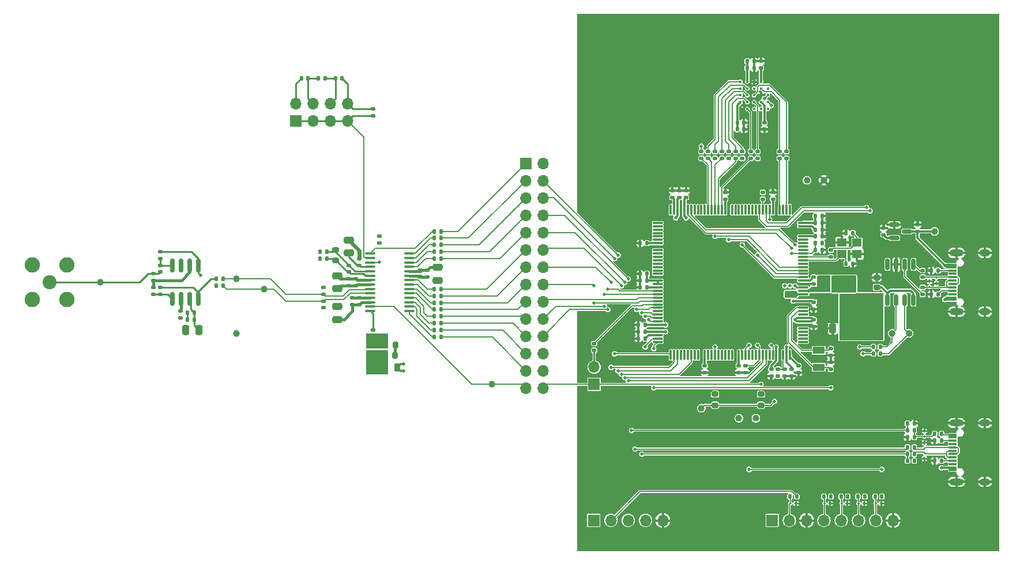
<source format=gtl>
G04 #@! TF.GenerationSoftware,KiCad,Pcbnew,8.0.9-8.0.9-0~ubuntu22.04.1*
G04 #@! TF.CreationDate,2025-02-26T12:05:07+08:00*
G04 #@! TF.ProjectId,dcmiad32h7,64636d69-6164-4333-9268-372e6b696361,rev?*
G04 #@! TF.SameCoordinates,Original*
G04 #@! TF.FileFunction,Copper,L1,Top*
G04 #@! TF.FilePolarity,Positive*
%FSLAX46Y46*%
G04 Gerber Fmt 4.6, Leading zero omitted, Abs format (unit mm)*
G04 Created by KiCad (PCBNEW 8.0.9-8.0.9-0~ubuntu22.04.1) date 2025-02-26 12:05:07*
%MOMM*%
%LPD*%
G01*
G04 APERTURE LIST*
G04 Aperture macros list*
%AMRoundRect*
0 Rectangle with rounded corners*
0 $1 Rounding radius*
0 $2 $3 $4 $5 $6 $7 $8 $9 X,Y pos of 4 corners*
0 Add a 4 corners polygon primitive as box body*
4,1,4,$2,$3,$4,$5,$6,$7,$8,$9,$2,$3,0*
0 Add four circle primitives for the rounded corners*
1,1,$1+$1,$2,$3*
1,1,$1+$1,$4,$5*
1,1,$1+$1,$6,$7*
1,1,$1+$1,$8,$9*
0 Add four rect primitives between the rounded corners*
20,1,$1+$1,$2,$3,$4,$5,0*
20,1,$1+$1,$4,$5,$6,$7,0*
20,1,$1+$1,$6,$7,$8,$9,0*
20,1,$1+$1,$8,$9,$2,$3,0*%
G04 Aperture macros list end*
G04 #@! TA.AperFunction,ComponentPad*
%ADD10C,1.000000*%
G04 #@! TD*
G04 #@! TA.AperFunction,SMDPad,CuDef*
%ADD11RoundRect,0.145000X-0.165000X0.145000X-0.165000X-0.145000X0.165000X-0.145000X0.165000X0.145000X0*%
G04 #@! TD*
G04 #@! TA.AperFunction,SMDPad,CuDef*
%ADD12RoundRect,0.145000X-0.145000X-0.165000X0.145000X-0.165000X0.145000X0.165000X-0.145000X0.165000X0*%
G04 #@! TD*
G04 #@! TA.AperFunction,SMDPad,CuDef*
%ADD13RoundRect,0.200000X-0.200000X-0.275000X0.200000X-0.275000X0.200000X0.275000X-0.200000X0.275000X0*%
G04 #@! TD*
G04 #@! TA.AperFunction,SMDPad,CuDef*
%ADD14RoundRect,0.145000X0.165000X-0.145000X0.165000X0.145000X-0.165000X0.145000X-0.165000X-0.145000X0*%
G04 #@! TD*
G04 #@! TA.AperFunction,SMDPad,CuDef*
%ADD15RoundRect,0.145000X0.145000X0.165000X-0.145000X0.165000X-0.145000X-0.165000X0.145000X-0.165000X0*%
G04 #@! TD*
G04 #@! TA.AperFunction,SMDPad,CuDef*
%ADD16RoundRect,0.250000X-0.475000X0.250000X-0.475000X-0.250000X0.475000X-0.250000X0.475000X0.250000X0*%
G04 #@! TD*
G04 #@! TA.AperFunction,SMDPad,CuDef*
%ADD17RoundRect,0.250000X0.250000X0.475000X-0.250000X0.475000X-0.250000X-0.475000X0.250000X-0.475000X0*%
G04 #@! TD*
G04 #@! TA.AperFunction,SMDPad,CuDef*
%ADD18C,0.400000*%
G04 #@! TD*
G04 #@! TA.AperFunction,SMDPad,CuDef*
%ADD19RoundRect,0.150000X-0.587500X-0.150000X0.587500X-0.150000X0.587500X0.150000X-0.587500X0.150000X0*%
G04 #@! TD*
G04 #@! TA.AperFunction,SMDPad,CuDef*
%ADD20RoundRect,0.150000X-0.150000X0.675000X-0.150000X-0.675000X0.150000X-0.675000X0.150000X0.675000X0*%
G04 #@! TD*
G04 #@! TA.AperFunction,SMDPad,CuDef*
%ADD21RoundRect,0.200000X0.200000X0.275000X-0.200000X0.275000X-0.200000X-0.275000X0.200000X-0.275000X0*%
G04 #@! TD*
G04 #@! TA.AperFunction,ComponentPad*
%ADD22R,1.700000X1.700000*%
G04 #@! TD*
G04 #@! TA.AperFunction,ComponentPad*
%ADD23O,1.700000X1.700000*%
G04 #@! TD*
G04 #@! TA.AperFunction,SMDPad,CuDef*
%ADD24R,1.150000X0.300000*%
G04 #@! TD*
G04 #@! TA.AperFunction,ComponentPad*
%ADD25O,2.100000X1.000000*%
G04 #@! TD*
G04 #@! TA.AperFunction,ComponentPad*
%ADD26O,1.600000X1.000000*%
G04 #@! TD*
G04 #@! TA.AperFunction,SMDPad,CuDef*
%ADD27R,1.400000X1.200000*%
G04 #@! TD*
G04 #@! TA.AperFunction,SMDPad,CuDef*
%ADD28RoundRect,0.200000X-0.275000X0.200000X-0.275000X-0.200000X0.275000X-0.200000X0.275000X0.200000X0*%
G04 #@! TD*
G04 #@! TA.AperFunction,SMDPad,CuDef*
%ADD29RoundRect,0.062500X-0.117500X-0.062500X0.117500X-0.062500X0.117500X0.062500X-0.117500X0.062500X0*%
G04 #@! TD*
G04 #@! TA.AperFunction,SMDPad,CuDef*
%ADD30RoundRect,0.062500X0.062500X-0.117500X0.062500X0.117500X-0.062500X0.117500X-0.062500X-0.117500X0*%
G04 #@! TD*
G04 #@! TA.AperFunction,SMDPad,CuDef*
%ADD31RoundRect,0.075000X0.662500X0.075000X-0.662500X0.075000X-0.662500X-0.075000X0.662500X-0.075000X0*%
G04 #@! TD*
G04 #@! TA.AperFunction,SMDPad,CuDef*
%ADD32RoundRect,0.075000X0.075000X0.662500X-0.075000X0.662500X-0.075000X-0.662500X0.075000X-0.662500X0*%
G04 #@! TD*
G04 #@! TA.AperFunction,SMDPad,CuDef*
%ADD33RoundRect,0.250000X0.475000X-0.250000X0.475000X0.250000X-0.475000X0.250000X-0.475000X-0.250000X0*%
G04 #@! TD*
G04 #@! TA.AperFunction,SMDPad,CuDef*
%ADD34RoundRect,0.100000X-0.637500X-0.100000X0.637500X-0.100000X0.637500X0.100000X-0.637500X0.100000X0*%
G04 #@! TD*
G04 #@! TA.AperFunction,SMDPad,CuDef*
%ADD35RoundRect,0.250000X0.850000X-0.375000X0.850000X0.375000X-0.850000X0.375000X-0.850000X-0.375000X0*%
G04 #@! TD*
G04 #@! TA.AperFunction,SMDPad,CuDef*
%ADD36RoundRect,0.218750X-0.218750X-0.381250X0.218750X-0.381250X0.218750X0.381250X-0.218750X0.381250X0*%
G04 #@! TD*
G04 #@! TA.AperFunction,SMDPad,CuDef*
%ADD37R,1.800000X1.000000*%
G04 #@! TD*
G04 #@! TA.AperFunction,SMDPad,CuDef*
%ADD38RoundRect,0.150000X0.150000X-0.825000X0.150000X0.825000X-0.150000X0.825000X-0.150000X-0.825000X0*%
G04 #@! TD*
G04 #@! TA.AperFunction,SMDPad,CuDef*
%ADD39RoundRect,0.062500X-0.062500X0.117500X-0.062500X-0.117500X0.062500X-0.117500X0.062500X0.117500X0*%
G04 #@! TD*
G04 #@! TA.AperFunction,SMDPad,CuDef*
%ADD40RoundRect,0.200000X0.275000X-0.200000X0.275000X0.200000X-0.275000X0.200000X-0.275000X-0.200000X0*%
G04 #@! TD*
G04 #@! TA.AperFunction,ComponentPad*
%ADD41C,2.050000*%
G04 #@! TD*
G04 #@! TA.AperFunction,ComponentPad*
%ADD42C,2.250000*%
G04 #@! TD*
G04 #@! TA.AperFunction,ViaPad*
%ADD43C,0.500000*%
G04 #@! TD*
G04 #@! TA.AperFunction,Conductor*
%ADD44C,0.350000*%
G04 #@! TD*
G04 #@! TA.AperFunction,Conductor*
%ADD45C,0.150000*%
G04 #@! TD*
G04 #@! TA.AperFunction,Conductor*
%ADD46C,0.250000*%
G04 #@! TD*
G04 #@! TA.AperFunction,Conductor*
%ADD47C,0.400000*%
G04 #@! TD*
G04 #@! TA.AperFunction,Conductor*
%ADD48C,0.600000*%
G04 #@! TD*
G04 #@! TA.AperFunction,Conductor*
%ADD49C,0.200000*%
G04 #@! TD*
G04 APERTURE END LIST*
D10*
X87500000Y-107500000D03*
D11*
X140000000Y-109000000D03*
X140000000Y-110000000D03*
D12*
X162500000Y-67500000D03*
X163500000Y-67500000D03*
D11*
X172250000Y-101100000D03*
X172250000Y-102100000D03*
D13*
X109275000Y-110750000D03*
X110725000Y-110750000D03*
D14*
X182500000Y-93000000D03*
X182500000Y-92000000D03*
X159250000Y-87750000D03*
X159250000Y-86750000D03*
D11*
X174750000Y-109750000D03*
X174750000Y-110750000D03*
D15*
X147750000Y-98750000D03*
X146750000Y-98750000D03*
D14*
X105500000Y-97500000D03*
X105500000Y-96500000D03*
D11*
X164000000Y-80750000D03*
X164000000Y-81750000D03*
D15*
X190500000Y-101750000D03*
X189500000Y-101750000D03*
D16*
X173750000Y-100800000D03*
X173750000Y-102700000D03*
D17*
X176950000Y-104750000D03*
X175050000Y-104750000D03*
D15*
X147750000Y-99750000D03*
X146750000Y-99750000D03*
D10*
X173750000Y-85000000D03*
D12*
X116500000Y-102000000D03*
X117500000Y-102000000D03*
D11*
X115500000Y-98200000D03*
X115500000Y-99200000D03*
D18*
X165500000Y-71500000D03*
X165500000Y-72500000D03*
X165500000Y-73500000D03*
X165500000Y-74500000D03*
X164500000Y-70500000D03*
X164500000Y-71500000D03*
X164500000Y-72500000D03*
X164500000Y-73500000D03*
X164500000Y-74500000D03*
X163500000Y-70500000D03*
X163500000Y-71500000D03*
X163500000Y-72500000D03*
X163500000Y-73500000D03*
X163500000Y-74500000D03*
X162500000Y-70500000D03*
X162500000Y-71500000D03*
X162500000Y-72500000D03*
X162500000Y-73500000D03*
X162500000Y-74500000D03*
X161500000Y-70500000D03*
X161500000Y-71500000D03*
X161500000Y-72500000D03*
X161500000Y-73500000D03*
X161500000Y-74500000D03*
D15*
X173500000Y-94250000D03*
X172500000Y-94250000D03*
D12*
X161000000Y-77500000D03*
X162000000Y-77500000D03*
D11*
X175250000Y-101000000D03*
X175250000Y-102000000D03*
D19*
X184062500Y-91550000D03*
X184062500Y-93450000D03*
X185937500Y-92500000D03*
D15*
X191000000Y-122250000D03*
X190000000Y-122250000D03*
X177250000Y-131500000D03*
X176250000Y-131500000D03*
D16*
X102250000Y-99050000D03*
X102250000Y-100950000D03*
D11*
X161750000Y-80750000D03*
X161750000Y-81750000D03*
D14*
X108000000Y-110500000D03*
X108000000Y-109500000D03*
D12*
X172500000Y-91250000D03*
X173500000Y-91250000D03*
D15*
X147500000Y-107250000D03*
X146500000Y-107250000D03*
D11*
X172250000Y-105500000D03*
X172250000Y-106500000D03*
D14*
X152500000Y-87500000D03*
X152500000Y-86500000D03*
X187500000Y-92500000D03*
X187500000Y-91500000D03*
D20*
X186905000Y-97375000D03*
X185635000Y-97375000D03*
X184365000Y-97375000D03*
X183095000Y-97375000D03*
X183095000Y-102625000D03*
X184365000Y-102625000D03*
X185635000Y-102625000D03*
X186905000Y-102625000D03*
D10*
X91500000Y-101000000D03*
D12*
X116500000Y-106000000D03*
X117500000Y-106000000D03*
D10*
X125000000Y-115000000D03*
X183750000Y-107500000D03*
D15*
X187000000Y-124250000D03*
X186000000Y-124250000D03*
D14*
X76250000Y-98500000D03*
X76250000Y-97500000D03*
X166250000Y-87750000D03*
X166250000Y-86750000D03*
D12*
X177000000Y-97250000D03*
X178000000Y-97250000D03*
D14*
X108500000Y-94250000D03*
X108500000Y-93250000D03*
D21*
X110825000Y-109250000D03*
X109175000Y-109250000D03*
D15*
X81250000Y-104500000D03*
X80250000Y-104500000D03*
D22*
X96200000Y-76275000D03*
D23*
X96200000Y-73735000D03*
X98740000Y-76275000D03*
X98740000Y-73735000D03*
X101280000Y-76275000D03*
X101280000Y-73735000D03*
X103820000Y-76275000D03*
X103820000Y-73735000D03*
D11*
X156250000Y-112250000D03*
X156250000Y-113250000D03*
D10*
X161250000Y-120000000D03*
D24*
X192655000Y-103350000D03*
X192655000Y-102550000D03*
X192655001Y-101250000D03*
X192655000Y-100250000D03*
X192655000Y-99750000D03*
X192655001Y-98750000D03*
X192655000Y-97450000D03*
X192655000Y-96650000D03*
X192655000Y-96950000D03*
X192655000Y-97750000D03*
X192655000Y-98250000D03*
X192655000Y-99250000D03*
X192655000Y-100750000D03*
X192655000Y-101750000D03*
X192655000Y-102250000D03*
X192655000Y-103050000D03*
D25*
X193220000Y-104320000D03*
D26*
X197400000Y-104320000D03*
D25*
X193220000Y-95680000D03*
D26*
X197400000Y-95680000D03*
D12*
X161000000Y-76500000D03*
X162000000Y-76500000D03*
D10*
X87500000Y-99500000D03*
D11*
X168000000Y-112750000D03*
X168000000Y-113750000D03*
D12*
X116500000Y-95500000D03*
X117500000Y-95500000D03*
X84500000Y-99500000D03*
X85500000Y-99500000D03*
X186000000Y-120750000D03*
X187000000Y-120750000D03*
D15*
X182000000Y-110500000D03*
X181000000Y-110500000D03*
D10*
X186250000Y-107500000D03*
D15*
X147500000Y-108250000D03*
X146500000Y-108250000D03*
D17*
X81950000Y-107000000D03*
X80050000Y-107000000D03*
D11*
X172250000Y-102950000D03*
X172250000Y-103950000D03*
X104000000Y-99500000D03*
X104000000Y-100500000D03*
D12*
X116500000Y-94500000D03*
X117500000Y-94500000D03*
X116500000Y-93500000D03*
X117500000Y-93500000D03*
D27*
X176400000Y-95850000D03*
X178600000Y-95850000D03*
X178600000Y-94150000D03*
X176400000Y-94150000D03*
D14*
X188250000Y-99250000D03*
X188250000Y-98250000D03*
D28*
X164500000Y-116425000D03*
X164500000Y-118075000D03*
D29*
X169670000Y-132500000D03*
X168830000Y-132500000D03*
D11*
X157750000Y-80750000D03*
X157750000Y-81750000D03*
D15*
X100500000Y-70000000D03*
X99500000Y-70000000D03*
D14*
X153500000Y-87500000D03*
X153500000Y-86500000D03*
X104500000Y-103250000D03*
X104500000Y-102250000D03*
D22*
X140000000Y-115000000D03*
D23*
X140000000Y-112460000D03*
D15*
X187000000Y-125250000D03*
X186000000Y-125250000D03*
D30*
X188500000Y-121830000D03*
X188500000Y-122670000D03*
D12*
X172500000Y-92250000D03*
X173500000Y-92250000D03*
X172500000Y-90250000D03*
X173500000Y-90250000D03*
D28*
X157750000Y-116425000D03*
X157750000Y-118075000D03*
D31*
X170662500Y-108750000D03*
X170662500Y-108250000D03*
X170662500Y-107750000D03*
X170662500Y-107250000D03*
X170662500Y-106750000D03*
X170662500Y-106250000D03*
X170662500Y-105750000D03*
X170662500Y-105250000D03*
X170662500Y-104750000D03*
X170662500Y-104250000D03*
X170662500Y-103750000D03*
X170662500Y-103250000D03*
X170662500Y-102750000D03*
X170662500Y-102250000D03*
X170662500Y-101750000D03*
X170662500Y-101250000D03*
X170662500Y-100750000D03*
X170662500Y-100250000D03*
X170662500Y-99750000D03*
X170662500Y-99250000D03*
X170662500Y-98750000D03*
X170662500Y-98250000D03*
X170662500Y-97750000D03*
X170662500Y-97250000D03*
X170662500Y-96750000D03*
X170662500Y-96250000D03*
X170662500Y-95750000D03*
X170662500Y-95250000D03*
X170662500Y-94750000D03*
X170662500Y-94250000D03*
X170662500Y-93750000D03*
X170662500Y-93250000D03*
X170662500Y-92750000D03*
X170662500Y-92250000D03*
X170662500Y-91750000D03*
X170662500Y-91250000D03*
D32*
X168750000Y-89337500D03*
X168250000Y-89337500D03*
X167750000Y-89337500D03*
X167250000Y-89337500D03*
X166750000Y-89337500D03*
X166250000Y-89337500D03*
X165750000Y-89337500D03*
X165250000Y-89337500D03*
X164750000Y-89337500D03*
X164250000Y-89337500D03*
X163750000Y-89337500D03*
X163250000Y-89337500D03*
X162750000Y-89337500D03*
X162250000Y-89337500D03*
X161750000Y-89337500D03*
X161250000Y-89337500D03*
X160750000Y-89337500D03*
X160250000Y-89337500D03*
X159750000Y-89337500D03*
X159250000Y-89337500D03*
X158750000Y-89337500D03*
X158250000Y-89337500D03*
X157750000Y-89337500D03*
X157250000Y-89337500D03*
X156750000Y-89337500D03*
X156250000Y-89337500D03*
X155750000Y-89337500D03*
X155250000Y-89337500D03*
X154750000Y-89337500D03*
X154250000Y-89337500D03*
X153750000Y-89337500D03*
X153250000Y-89337500D03*
X152750000Y-89337500D03*
X152250000Y-89337500D03*
X151750000Y-89337500D03*
X151250000Y-89337500D03*
D31*
X149337500Y-91250000D03*
X149337500Y-91750000D03*
X149337500Y-92250000D03*
X149337500Y-92750000D03*
X149337500Y-93250000D03*
X149337500Y-93750000D03*
X149337500Y-94250000D03*
X149337500Y-94750000D03*
X149337500Y-95250000D03*
X149337500Y-95750000D03*
X149337500Y-96250000D03*
X149337500Y-96750000D03*
X149337500Y-97250000D03*
X149337500Y-97750000D03*
X149337500Y-98250000D03*
X149337500Y-98750000D03*
X149337500Y-99250000D03*
X149337500Y-99750000D03*
X149337500Y-100250000D03*
X149337500Y-100750000D03*
X149337500Y-101250000D03*
X149337500Y-101750000D03*
X149337500Y-102250000D03*
X149337500Y-102750000D03*
X149337500Y-103250000D03*
X149337500Y-103750000D03*
X149337500Y-104250000D03*
X149337500Y-104750000D03*
X149337500Y-105250000D03*
X149337500Y-105750000D03*
X149337500Y-106250000D03*
X149337500Y-106750000D03*
X149337500Y-107250000D03*
X149337500Y-107750000D03*
X149337500Y-108250000D03*
X149337500Y-108750000D03*
D32*
X151250000Y-110662500D03*
X151750000Y-110662500D03*
X152250000Y-110662500D03*
X152750000Y-110662500D03*
X153250000Y-110662500D03*
X153750000Y-110662500D03*
X154250000Y-110662500D03*
X154750000Y-110662500D03*
X155250000Y-110662500D03*
X155750000Y-110662500D03*
X156250000Y-110662500D03*
X156750000Y-110662500D03*
X157250000Y-110662500D03*
X157750000Y-110662500D03*
X158250000Y-110662500D03*
X158750000Y-110662500D03*
X159250000Y-110662500D03*
X159750000Y-110662500D03*
X160250000Y-110662500D03*
X160750000Y-110662500D03*
X161250000Y-110662500D03*
X161750000Y-110662500D03*
X162250000Y-110662500D03*
X162750000Y-110662500D03*
X163250000Y-110662500D03*
X163750000Y-110662500D03*
X164250000Y-110662500D03*
X164750000Y-110662500D03*
X165250000Y-110662500D03*
X165750000Y-110662500D03*
X166250000Y-110662500D03*
X166750000Y-110662500D03*
X167250000Y-110662500D03*
X167750000Y-110662500D03*
X168250000Y-110662500D03*
X168750000Y-110662500D03*
D14*
X167000000Y-113750000D03*
X167000000Y-112750000D03*
D11*
X156750000Y-80750000D03*
X156750000Y-81750000D03*
D15*
X191000000Y-123250000D03*
X190000000Y-123250000D03*
D17*
X176950000Y-106750000D03*
X175050000Y-106750000D03*
D15*
X100750000Y-95500000D03*
X99750000Y-95500000D03*
D14*
X164750000Y-87750000D03*
X164750000Y-86750000D03*
D11*
X159750000Y-80750000D03*
X159750000Y-81750000D03*
D10*
X163750000Y-120000000D03*
D12*
X162500000Y-68500000D03*
X163500000Y-68500000D03*
D11*
X162250000Y-112250000D03*
X162250000Y-113250000D03*
X169000000Y-112750000D03*
X169000000Y-113750000D03*
D33*
X104000000Y-95700000D03*
X104000000Y-93800000D03*
D34*
X107137500Y-95775000D03*
X107137500Y-96425000D03*
X107137500Y-97075000D03*
X107137500Y-97725000D03*
X107137500Y-98375000D03*
X107137500Y-99025000D03*
X107137500Y-99675000D03*
X107137500Y-100325000D03*
X107137500Y-100975000D03*
X107137500Y-101625000D03*
X107137500Y-102275000D03*
X107137500Y-102925000D03*
X107137500Y-103575000D03*
X107137500Y-104225000D03*
X112862500Y-104225000D03*
X112862500Y-103575000D03*
X112862500Y-102925000D03*
X112862500Y-102275000D03*
X112862500Y-101625000D03*
X112862500Y-100975000D03*
X112862500Y-100325000D03*
X112862500Y-99675000D03*
X112862500Y-99025000D03*
X112862500Y-98375000D03*
X112862500Y-97725000D03*
X112862500Y-97075000D03*
X112862500Y-96425000D03*
X112862500Y-95775000D03*
D15*
X147750000Y-100750000D03*
X146750000Y-100750000D03*
D14*
X167250000Y-81750000D03*
X167250000Y-80750000D03*
X174750000Y-112750000D03*
X174750000Y-111750000D03*
D11*
X114500000Y-98200000D03*
X114500000Y-99200000D03*
D12*
X116500000Y-101000000D03*
X117500000Y-101000000D03*
X172500000Y-93250000D03*
X173500000Y-93250000D03*
X116500000Y-96500000D03*
X117500000Y-96500000D03*
D11*
X165000000Y-76500000D03*
X165000000Y-77500000D03*
D14*
X151500000Y-87500000D03*
X151500000Y-86500000D03*
D15*
X174750000Y-131500000D03*
X173750000Y-131500000D03*
D29*
X174670000Y-132500000D03*
X173830000Y-132500000D03*
D12*
X116500000Y-107000000D03*
X117500000Y-107000000D03*
D15*
X103000000Y-70000000D03*
X102000000Y-70000000D03*
D35*
X177250000Y-102825000D03*
X177250000Y-100675000D03*
D29*
X177170000Y-132500000D03*
X176330000Y-132500000D03*
D11*
X163000000Y-80750000D03*
X163000000Y-81750000D03*
D29*
X182170000Y-132500000D03*
X181330000Y-132500000D03*
D15*
X98000000Y-70000000D03*
X97000000Y-70000000D03*
D24*
X192655000Y-128350000D03*
X192655000Y-127550000D03*
X192655001Y-126250000D03*
X192655000Y-125250000D03*
X192655000Y-124750000D03*
X192655001Y-123750000D03*
X192655000Y-122450000D03*
X192655000Y-121650000D03*
X192655000Y-121950000D03*
X192655000Y-122750000D03*
X192655000Y-123250000D03*
X192655000Y-124250000D03*
X192655000Y-125750000D03*
X192655000Y-126750000D03*
X192655000Y-127250000D03*
X192655000Y-128050000D03*
D25*
X193220000Y-129320000D03*
D26*
X197400000Y-129320000D03*
D25*
X193220000Y-120680000D03*
D26*
X197400000Y-120680000D03*
D11*
X161250000Y-112250000D03*
X161250000Y-113250000D03*
D10*
X190000000Y-92500000D03*
D11*
X104000000Y-97500000D03*
X104000000Y-98500000D03*
D14*
X100250000Y-101750000D03*
X100250000Y-100750000D03*
D15*
X179750000Y-131500000D03*
X178750000Y-131500000D03*
D12*
X116500000Y-92500000D03*
X117500000Y-92500000D03*
D11*
X75250000Y-98750000D03*
X75250000Y-99750000D03*
D36*
X108937500Y-112500000D03*
X111062500Y-112500000D03*
D15*
X191000000Y-126250000D03*
X190000000Y-126250000D03*
X81250000Y-105500000D03*
X80250000Y-105500000D03*
X169750000Y-131500000D03*
X168750000Y-131500000D03*
D37*
X173000000Y-110000001D03*
X173000000Y-112499999D03*
D11*
X158750000Y-80750000D03*
X158750000Y-81750000D03*
X107500000Y-107000000D03*
X107500000Y-108000000D03*
D15*
X182000000Y-109500000D03*
X181000000Y-109500000D03*
X187000000Y-121750000D03*
X186000000Y-121750000D03*
D38*
X78095000Y-102475000D03*
X79365000Y-102475000D03*
X80635000Y-102475000D03*
X81905000Y-102475000D03*
X81905000Y-97525000D03*
X80635000Y-97525000D03*
X79365000Y-97525000D03*
X78095000Y-97525000D03*
D11*
X174750000Y-95250000D03*
X174750000Y-96250000D03*
D15*
X187000000Y-126250000D03*
X186000000Y-126250000D03*
D39*
X188500000Y-125920000D03*
X188500000Y-125080000D03*
D40*
X181500000Y-100725000D03*
X181500000Y-99275000D03*
D11*
X168250000Y-80750000D03*
X168250000Y-81750000D03*
X172250000Y-99250000D03*
X172250000Y-100250000D03*
D15*
X190500000Y-98250000D03*
X189500000Y-98250000D03*
D14*
X164500000Y-68500000D03*
X164500000Y-67500000D03*
D28*
X102000000Y-95275000D03*
X102000000Y-96725000D03*
D22*
X130000000Y-82500000D03*
D23*
X132540000Y-82500000D03*
X130000000Y-85040000D03*
X132540000Y-85040000D03*
X130000000Y-87580000D03*
X132540000Y-87580000D03*
X130000000Y-90120000D03*
X132540000Y-90120000D03*
X130000000Y-92660000D03*
X132540000Y-92660000D03*
X130000000Y-95200000D03*
X132540000Y-95200000D03*
X130000000Y-97740000D03*
X132540000Y-97740000D03*
X130000000Y-100280000D03*
X132540000Y-100280000D03*
X130000000Y-102820000D03*
X132540000Y-102820000D03*
X130000000Y-105360000D03*
X132540000Y-105360000D03*
X130000000Y-107900000D03*
X132540000Y-107900000D03*
X130000000Y-110440000D03*
X132540000Y-110440000D03*
X130000000Y-112980000D03*
X132540000Y-112980000D03*
X130000000Y-115520000D03*
X132540000Y-115520000D03*
D12*
X116500000Y-105000000D03*
X117500000Y-105000000D03*
D11*
X160750000Y-80750000D03*
X160750000Y-81750000D03*
D16*
X117000000Y-97800000D03*
X117000000Y-99700000D03*
D12*
X116500000Y-108000000D03*
X117500000Y-108000000D03*
D33*
X102250000Y-105450000D03*
X102250000Y-103550000D03*
D15*
X182250000Y-131500000D03*
X181250000Y-131500000D03*
D12*
X84500000Y-100500000D03*
X85500000Y-100500000D03*
D11*
X105000000Y-99500000D03*
X105000000Y-100500000D03*
D15*
X147750000Y-94250000D03*
X146750000Y-94250000D03*
D12*
X116500000Y-103000000D03*
X117500000Y-103000000D03*
D11*
X100250000Y-102750000D03*
X100250000Y-103750000D03*
D29*
X179670000Y-132500000D03*
X178830000Y-132500000D03*
D22*
X166125000Y-135000000D03*
D23*
X168665000Y-135000000D03*
X171205000Y-135000000D03*
X173745000Y-135000000D03*
X176285000Y-135000000D03*
X178825000Y-135000000D03*
X181365000Y-135000000D03*
X183905000Y-135000000D03*
D15*
X178000000Y-92750000D03*
X177000000Y-92750000D03*
D10*
X171250000Y-85000000D03*
D14*
X105500000Y-103250000D03*
X105500000Y-102250000D03*
D11*
X75250000Y-100750000D03*
X75250000Y-101750000D03*
X188250000Y-100750000D03*
X188250000Y-101750000D03*
D22*
X139925000Y-135000000D03*
D23*
X142465000Y-135000000D03*
X145005000Y-135000000D03*
X147545000Y-135000000D03*
X150085000Y-135000000D03*
D14*
X155750000Y-81750000D03*
X155750000Y-80750000D03*
X76250000Y-96500000D03*
X76250000Y-95500000D03*
D11*
X166000000Y-112750000D03*
X166000000Y-113750000D03*
D10*
X155750000Y-118500000D03*
D14*
X76250000Y-101750000D03*
X76250000Y-100750000D03*
D30*
X188500000Y-123580000D03*
X188500000Y-124420000D03*
D11*
X79250000Y-104250000D03*
X79250000Y-105250000D03*
D30*
X189250000Y-99830000D03*
X189250000Y-100670000D03*
D12*
X116500000Y-104000000D03*
X117500000Y-104000000D03*
D15*
X100750000Y-96500000D03*
X99750000Y-96500000D03*
D11*
X170000000Y-112250000D03*
X170000000Y-113250000D03*
D39*
X190250000Y-100170000D03*
X190250000Y-99330000D03*
D10*
X67500000Y-100000000D03*
D12*
X172500000Y-95250000D03*
X173500000Y-95250000D03*
D15*
X147500000Y-106250000D03*
X146500000Y-106250000D03*
D41*
X60000000Y-100000000D03*
D42*
X57460000Y-97460000D03*
X57460000Y-102540000D03*
X62540000Y-97460000D03*
X62540000Y-102540000D03*
D14*
X107500000Y-75500000D03*
X107500000Y-74500000D03*
D12*
X186000000Y-122750000D03*
X187000000Y-122750000D03*
D43*
X112000000Y-113000000D03*
X112000000Y-112000000D03*
X117000000Y-97800000D03*
X147750000Y-94250000D03*
X173500000Y-94250000D03*
X167000000Y-113750000D03*
X172500000Y-90250000D03*
X161250000Y-112250000D03*
X172500000Y-92250000D03*
X169500000Y-105500000D03*
X156250000Y-112250000D03*
X159250000Y-87750000D03*
X182500000Y-93000000D03*
X170000000Y-112250000D03*
X161000000Y-77500000D03*
X115500000Y-98200000D03*
X147500000Y-108250000D03*
X165000000Y-76500000D03*
X166250000Y-87750000D03*
X172500000Y-93250000D03*
X151500000Y-87500000D03*
X111062500Y-112500000D03*
X162500000Y-67500000D03*
X147750000Y-98750000D03*
X173250000Y-100500000D03*
X174250000Y-100500000D03*
X169250000Y-102750000D03*
X172250000Y-99250000D03*
X187000000Y-126250000D03*
X173250000Y-99500000D03*
X147750000Y-100750000D03*
X174250000Y-99500000D03*
X181500000Y-100725000D03*
X163500000Y-70000000D03*
X100250000Y-103750000D03*
X169000000Y-113750000D03*
X169250000Y-92000000D03*
X162250000Y-113250000D03*
X174750000Y-110750000D03*
X140000000Y-122500000D03*
X174750000Y-111750000D03*
X150500000Y-94750000D03*
X115500000Y-99200000D03*
X163500000Y-67500000D03*
X195000000Y-65000000D03*
X155750000Y-109500000D03*
X169670000Y-132500000D03*
X173500000Y-92250000D03*
X139500000Y-105000000D03*
X164500000Y-67500000D03*
X175250000Y-104000000D03*
X159250000Y-90750000D03*
X157500000Y-137500000D03*
X140000000Y-90000000D03*
X153500000Y-86500000D03*
X195000000Y-135000000D03*
X146750000Y-98750000D03*
X173500000Y-95250000D03*
X138500000Y-106000000D03*
X107500000Y-108000000D03*
X151000000Y-106750000D03*
X99750000Y-95500000D03*
X177000000Y-92750000D03*
X140000000Y-132500000D03*
X139500000Y-106000000D03*
X188500000Y-123580000D03*
X166000000Y-113750000D03*
X146750000Y-99750000D03*
X172250000Y-100250000D03*
X173250000Y-103000000D03*
X102250000Y-103550000D03*
X104000000Y-100500000D03*
X174250000Y-103000000D03*
X173250000Y-105000000D03*
X108000000Y-109500000D03*
X190000000Y-123250000D03*
X183500000Y-90500000D03*
X184062500Y-91550000D03*
X142500000Y-62500000D03*
X105000000Y-100500000D03*
X80250000Y-104500000D03*
X157500000Y-122500000D03*
X146500000Y-107250000D03*
X105500000Y-96500000D03*
X140000000Y-127500000D03*
X117000000Y-99700000D03*
X160750000Y-109500000D03*
X173500000Y-91250000D03*
X142500000Y-132500000D03*
X165000000Y-62500000D03*
X105500000Y-95750000D03*
X159250000Y-86750000D03*
X138500000Y-105000000D03*
X156250000Y-113250000D03*
X152500000Y-86500000D03*
X140000000Y-62500000D03*
X195000000Y-137500000D03*
X173500000Y-90250000D03*
X177500000Y-117500000D03*
X175250000Y-105000000D03*
X164000000Y-73000000D03*
X175250000Y-103000000D03*
X176400000Y-94150000D03*
X160000000Y-100000000D03*
X162500000Y-102500000D03*
X188500000Y-125920000D03*
X80250000Y-105500000D03*
X169250000Y-93000000D03*
X195000000Y-62500000D03*
X197500000Y-62500000D03*
X105500000Y-102250000D03*
X80635000Y-97525000D03*
X170000000Y-113250000D03*
X189500000Y-101750000D03*
X167250000Y-112000000D03*
X146500000Y-106250000D03*
X174670000Y-132500000D03*
X80050000Y-107000000D03*
X142500000Y-65000000D03*
X182170000Y-132500000D03*
X146750000Y-100750000D03*
X166250000Y-86750000D03*
X108500000Y-93250000D03*
X170000000Y-117500000D03*
X179670000Y-132500000D03*
X75250000Y-99750000D03*
X189500000Y-98250000D03*
X175000000Y-75000000D03*
X157500000Y-127500000D03*
X140000000Y-107500000D03*
X146750000Y-94250000D03*
X177170000Y-132500000D03*
X189250000Y-99830000D03*
X145000000Y-90000000D03*
X166750000Y-90750000D03*
X146500000Y-108250000D03*
X197500000Y-135000000D03*
X109175000Y-109250000D03*
X152750000Y-91000000D03*
X150500000Y-99250000D03*
X188500000Y-121830000D03*
X182750000Y-91000000D03*
X114500000Y-99200000D03*
X140000000Y-65000000D03*
X183500000Y-92250000D03*
X173250000Y-104000000D03*
X174250000Y-105000000D03*
X140000000Y-137500000D03*
X172250000Y-103950000D03*
X186000000Y-122750000D03*
X173500000Y-93250000D03*
X140000000Y-80000000D03*
X172250000Y-106500000D03*
X190000000Y-126250000D03*
X169500000Y-106500000D03*
X102250000Y-100950000D03*
X160250000Y-90750000D03*
X104000000Y-93800000D03*
X140000000Y-117500000D03*
X197500000Y-65000000D03*
X104500000Y-102250000D03*
X165000000Y-77500000D03*
X169250000Y-103500000D03*
X151500000Y-86500000D03*
X197500000Y-137500000D03*
X184365000Y-97375000D03*
X163500000Y-68500000D03*
X99750000Y-96500000D03*
X190250000Y-100170000D03*
X187000000Y-120750000D03*
X178000000Y-97250000D03*
X100250000Y-100750000D03*
X142500000Y-137500000D03*
X181500000Y-99275000D03*
X79250000Y-105250000D03*
X174250000Y-104000000D03*
X178600000Y-95850000D03*
X75250000Y-100750000D03*
X182500000Y-92000000D03*
X162000000Y-77500000D03*
X161250000Y-113250000D03*
X168000000Y-113750000D03*
X169500000Y-100500000D03*
X177000000Y-107000000D03*
X166750000Y-109500000D03*
X177000000Y-106000000D03*
X176500000Y-106500000D03*
X153500000Y-90500000D03*
X150500000Y-106250000D03*
X177500000Y-106500000D03*
X168750000Y-100500000D03*
X168000000Y-100500000D03*
X152000000Y-90500000D03*
X150500000Y-107250000D03*
X168250000Y-109500000D03*
X176500000Y-100750000D03*
X175500000Y-99500000D03*
X177500000Y-99500000D03*
X169750000Y-101750000D03*
X176500000Y-99500000D03*
X175500000Y-100750000D03*
X177500000Y-100750000D03*
X169000000Y-101750000D03*
X146250000Y-104000000D03*
X145500000Y-121750000D03*
X143500000Y-96000000D03*
X143500000Y-113000000D03*
X165750000Y-90750000D03*
X164500000Y-116425000D03*
X140000000Y-103000000D03*
X140000000Y-100500000D03*
X141500000Y-103500000D03*
X141500000Y-101750000D03*
X157750000Y-116425000D03*
X157750000Y-109500000D03*
X142500000Y-100000000D03*
X142500000Y-112500000D03*
X144500000Y-100000000D03*
X144500000Y-114000000D03*
X142000000Y-101000000D03*
X142000000Y-104000000D03*
X143000000Y-110500000D03*
X143000000Y-96500000D03*
X144000000Y-113500000D03*
X144000000Y-100500000D03*
X145000000Y-114500000D03*
X145000000Y-99500000D03*
X155750000Y-80000000D03*
X165000000Y-73000000D03*
X102250000Y-105450000D03*
X107000000Y-111250000D03*
X108000000Y-110500000D03*
X81950000Y-107000000D03*
X107000000Y-112000000D03*
X107750000Y-111250000D03*
X107000000Y-110500000D03*
X107750000Y-112000000D03*
X102250000Y-99050000D03*
X104025000Y-95725000D03*
X79250000Y-104250000D03*
X108500000Y-97000000D03*
X108500000Y-94250000D03*
X84500000Y-100500000D03*
X82250000Y-99000000D03*
X179000000Y-109500000D03*
X169000000Y-95000000D03*
X169500000Y-94500000D03*
X179500000Y-110500000D03*
X148000000Y-105500000D03*
X172500000Y-94250000D03*
X166000000Y-74000000D03*
X169000000Y-95750000D03*
X169750000Y-131500000D03*
X147500000Y-109500000D03*
X159750000Y-93750000D03*
X159750000Y-81750000D03*
X157750000Y-81750000D03*
X157750000Y-93250000D03*
X164000000Y-81750000D03*
X164000000Y-96000000D03*
X161750000Y-81750000D03*
X161750000Y-94500000D03*
X164500000Y-115000000D03*
X164750000Y-86750000D03*
X174750000Y-131500000D03*
X148750000Y-115500000D03*
X148750000Y-109750000D03*
X174750000Y-115500000D03*
X180000000Y-89000000D03*
X177250000Y-131500000D03*
X180500000Y-89500000D03*
X179750000Y-131500000D03*
X162750000Y-109250000D03*
X182250000Y-131500000D03*
X162750000Y-127500000D03*
X182250000Y-127500000D03*
X191000000Y-122250000D03*
X191000000Y-127250000D03*
X147000000Y-104500000D03*
X146000000Y-124500000D03*
X147000000Y-125250000D03*
X147500000Y-105000000D03*
X164000000Y-109250000D03*
X191500000Y-102500000D03*
X191500000Y-97500000D03*
X166500000Y-117500000D03*
X166000000Y-109250000D03*
D44*
X112000000Y-113000000D02*
X111562500Y-113000000D01*
X111562500Y-113000000D02*
X111062500Y-112500000D01*
X112000000Y-112000000D02*
X111562500Y-112000000D01*
X111562500Y-112000000D02*
X111062500Y-112500000D01*
D45*
X149337500Y-103750000D02*
X148250000Y-103750000D01*
X148000000Y-104000000D02*
X146250000Y-104000000D01*
X148250000Y-103750000D02*
X148000000Y-104000000D01*
X149337500Y-103250000D02*
X147250000Y-103250000D01*
X147250000Y-103250000D02*
X147025000Y-103475000D01*
X147025000Y-103475000D02*
X145525000Y-103475000D01*
X145525000Y-103475000D02*
X140000000Y-109000000D01*
D46*
X140000000Y-110000000D02*
X140000000Y-112460000D01*
D44*
X172000000Y-105750000D02*
X172250000Y-105500000D01*
X169750000Y-105750000D02*
X169500000Y-105500000D01*
D47*
X112862500Y-98375000D02*
X114495000Y-98375000D01*
X117000000Y-97800000D02*
X115900000Y-97800000D01*
D44*
X172500000Y-91250000D02*
X170662500Y-91250000D01*
X149337500Y-100250000D02*
X149337500Y-99750000D01*
X147750000Y-100750000D02*
X149337500Y-100750000D01*
X170000000Y-112250000D02*
X168750000Y-111000000D01*
X170662500Y-99750000D02*
X171750000Y-99750000D01*
X172000000Y-105250000D02*
X172250000Y-105500000D01*
X170662500Y-105250000D02*
X172000000Y-105250000D01*
X172050000Y-102750000D02*
X172250000Y-102950000D01*
X170662500Y-102750000D02*
X172050000Y-102750000D01*
X184062500Y-93450000D02*
X182950000Y-93450000D01*
X170662500Y-102750000D02*
X169250000Y-102750000D01*
X182950000Y-93450000D02*
X182500000Y-93000000D01*
X182225000Y-100725000D02*
X181500000Y-100725000D01*
X183095000Y-101595000D02*
X183440000Y-101250000D01*
X151750000Y-87750000D02*
X151500000Y-87500000D01*
X147750000Y-94250000D02*
X149337500Y-94250000D01*
X161000000Y-74000000D02*
X161000000Y-76500000D01*
X170662500Y-105250000D02*
X169750000Y-105250000D01*
X170662500Y-105750000D02*
X169750000Y-105750000D01*
X149337500Y-107750000D02*
X148000000Y-107750000D01*
X168750000Y-111000000D02*
X168750000Y-110662500D01*
X165000000Y-76500000D02*
X165000000Y-74000000D01*
D47*
X114680000Y-98200000D02*
X114500000Y-98380000D01*
D44*
X170662500Y-91750000D02*
X172000000Y-91750000D01*
X169750000Y-105250000D02*
X169500000Y-105500000D01*
X161250000Y-112250000D02*
X161250000Y-110662500D01*
X183440000Y-101250000D02*
X186500000Y-101250000D01*
X156250000Y-112250000D02*
X156250000Y-110662500D01*
X162500000Y-68500000D02*
X162500000Y-67500000D01*
X186905000Y-101655000D02*
X186905000Y-102625000D01*
X183095000Y-102625000D02*
X183095000Y-101595000D01*
X171750000Y-99750000D02*
X172250000Y-99250000D01*
X151750000Y-89337500D02*
X151750000Y-87750000D01*
X147750000Y-99750000D02*
X149337500Y-99750000D01*
X161500000Y-73500000D02*
X161000000Y-74000000D01*
X161000000Y-76500000D02*
X161000000Y-77500000D01*
X147750000Y-98750000D02*
X147750000Y-99750000D01*
D47*
X114495000Y-98375000D02*
X114500000Y-98380000D01*
D44*
X162500000Y-70500000D02*
X162500000Y-68500000D01*
X186500000Y-101250000D02*
X186905000Y-101655000D01*
D47*
X115500000Y-98200000D02*
X114680000Y-98200000D01*
D44*
X172000000Y-91750000D02*
X172500000Y-92250000D01*
X159250000Y-87750000D02*
X159250000Y-89337500D01*
D47*
X115900000Y-97800000D02*
X115500000Y-98200000D01*
D44*
X165000000Y-74000000D02*
X164500000Y-73500000D01*
X166250000Y-87750000D02*
X166250000Y-89337500D01*
X183095000Y-101595000D02*
X182225000Y-100725000D01*
X148000000Y-107750000D02*
X147500000Y-108250000D01*
X172500000Y-93250000D02*
X170662500Y-93250000D01*
X172500000Y-91250000D02*
X172500000Y-90250000D01*
X170662500Y-105750000D02*
X172000000Y-105750000D01*
X152750000Y-89337500D02*
X152750000Y-91000000D01*
D46*
X80250000Y-104500000D02*
X80250000Y-105500000D01*
D44*
X162000000Y-76500000D02*
X162000000Y-77500000D01*
D47*
X114615000Y-99135000D02*
X114500000Y-99020000D01*
X104000000Y-100500000D02*
X102700000Y-100500000D01*
X80635000Y-98499999D02*
X80635000Y-97525000D01*
D48*
X105500000Y-96500000D02*
X105500000Y-95750000D01*
D44*
X170662500Y-106250000D02*
X172000000Y-106250000D01*
D47*
X114495000Y-99025000D02*
X114500000Y-99020000D01*
D44*
X170662500Y-103250000D02*
X171550000Y-103250000D01*
D47*
X105525000Y-102275000D02*
X105500000Y-102250000D01*
D46*
X104585000Y-74500000D02*
X103820000Y-73735000D01*
D44*
X162000000Y-75000000D02*
X161500000Y-74500000D01*
X167250000Y-110662500D02*
X167250000Y-112000000D01*
X169750000Y-106250000D02*
X169500000Y-106500000D01*
D48*
X105500000Y-95750000D02*
X105500000Y-95300000D01*
D47*
X112862500Y-99025000D02*
X114495000Y-99025000D01*
D46*
X103820000Y-73735000D02*
X103820000Y-70820000D01*
D44*
X169563173Y-103250000D02*
X170662500Y-103250000D01*
D47*
X105175000Y-100325000D02*
X105000000Y-100500000D01*
X75250000Y-99750000D02*
X75250000Y-100750000D01*
D44*
X172000000Y-106250000D02*
X172250000Y-106500000D01*
D47*
X102700000Y-100500000D02*
X102250000Y-100950000D01*
X105500000Y-102250000D02*
X104500000Y-102250000D01*
D44*
X164500000Y-72500000D02*
X164000000Y-73000000D01*
D47*
X79384999Y-99750000D02*
X80635000Y-98499999D01*
X75250000Y-99750000D02*
X79384999Y-99750000D01*
D48*
X105500000Y-95300000D02*
X104000000Y-93800000D01*
D44*
X170662500Y-100250000D02*
X172250000Y-100250000D01*
X169250000Y-103500000D02*
X169313173Y-103500000D01*
D47*
X105000000Y-100500000D02*
X104000000Y-100500000D01*
X107137500Y-102275000D02*
X105525000Y-102275000D01*
D44*
X169313173Y-103500000D02*
X169563173Y-103250000D01*
D47*
X114680000Y-99200000D02*
X114615000Y-99135000D01*
D46*
X103820000Y-70820000D02*
X103000000Y-70000000D01*
D47*
X115500000Y-99200000D02*
X114680000Y-99200000D01*
D44*
X163500000Y-70500000D02*
X163500000Y-70000000D01*
D46*
X107500000Y-74500000D02*
X104585000Y-74500000D01*
D44*
X170662500Y-106250000D02*
X169750000Y-106250000D01*
X171550000Y-103250000D02*
X172250000Y-103950000D01*
X162000000Y-76500000D02*
X162000000Y-75000000D01*
D47*
X107137500Y-100325000D02*
X105175000Y-100325000D01*
D46*
X169750000Y-100750000D02*
X170662500Y-100750000D01*
D44*
X168250000Y-110662500D02*
X168250000Y-109500000D01*
X168250000Y-111750000D02*
X169000000Y-112500000D01*
D46*
X169500000Y-100500000D02*
X169750000Y-100750000D01*
D44*
X152250000Y-90250000D02*
X152000000Y-90500000D01*
X166750000Y-110662500D02*
X166750000Y-111500000D01*
X153250000Y-89337500D02*
X153250000Y-90250000D01*
X149337500Y-106250000D02*
X147500000Y-106250000D01*
X152250000Y-87750000D02*
X152500000Y-87500000D01*
X149337500Y-106250000D02*
X150500000Y-106250000D01*
X168250000Y-110662500D02*
X168250000Y-111750000D01*
X166750000Y-111500000D02*
X166000000Y-112250000D01*
X153250000Y-90250000D02*
X153500000Y-90500000D01*
X166000000Y-112250000D02*
X166000000Y-112750000D01*
X149337500Y-107250000D02*
X150500000Y-107250000D01*
X149337500Y-107250000D02*
X147500000Y-107250000D01*
X153250000Y-87750000D02*
X153500000Y-87500000D01*
X153250000Y-89337500D02*
X153250000Y-87750000D01*
X166750000Y-110662500D02*
X166750000Y-109500000D01*
X169000000Y-112500000D02*
X169000000Y-112750000D01*
X152250000Y-89337500D02*
X152250000Y-87750000D01*
X152250000Y-89337500D02*
X152250000Y-90250000D01*
X164500000Y-70500000D02*
X164500000Y-68500000D01*
D45*
X186000000Y-121750000D02*
X186000000Y-120750000D01*
X145500000Y-121750000D02*
X186000000Y-121750000D01*
X188420000Y-124500000D02*
X188500000Y-124420000D01*
X192655000Y-124250000D02*
X193380000Y-124250000D01*
X187250000Y-124500000D02*
X188420000Y-124500000D01*
X188670000Y-124250000D02*
X188500000Y-124420000D01*
X193380000Y-124250000D02*
X193500000Y-124370000D01*
X193250000Y-125250000D02*
X192655000Y-125250000D01*
X193500000Y-125000000D02*
X193250000Y-125250000D01*
X193500000Y-124370000D02*
X193500000Y-125000000D01*
X192655000Y-124250000D02*
X188670000Y-124250000D01*
X187000000Y-124250000D02*
X187250000Y-124500000D01*
X191930000Y-124750000D02*
X191750000Y-124930000D01*
X188420000Y-125000000D02*
X188500000Y-125080000D01*
X191750000Y-125570000D02*
X191930000Y-125750000D01*
X187250000Y-125000000D02*
X188420000Y-125000000D01*
X188500000Y-125080000D02*
X188670000Y-125250000D01*
X188670000Y-125250000D02*
X191750000Y-125250000D01*
X192655000Y-124750000D02*
X191930000Y-124750000D01*
X191930000Y-125750000D02*
X192655000Y-125750000D01*
X191750000Y-124930000D02*
X191750000Y-125250000D01*
X191750000Y-125250000D02*
X191750000Y-125570000D01*
X187000000Y-125250000D02*
X187250000Y-125000000D01*
X188500000Y-122670000D02*
X187080000Y-122670000D01*
X187080000Y-122670000D02*
X187000000Y-122750000D01*
X189580000Y-122670000D02*
X188500000Y-122670000D01*
X190000000Y-122250000D02*
X189580000Y-122670000D01*
X187000000Y-121750000D02*
X187000000Y-122750000D01*
X151250000Y-113000000D02*
X152250000Y-112000000D01*
X143500000Y-113000000D02*
X151250000Y-113000000D01*
X152250000Y-112000000D02*
X152250000Y-110662500D01*
X143500000Y-96000000D02*
X132540000Y-85040000D01*
X165750000Y-89337500D02*
X165750000Y-90750000D01*
X146750000Y-102750000D02*
X149337500Y-102750000D01*
X146500000Y-103000000D02*
X146750000Y-102750000D01*
X140000000Y-103000000D02*
X146500000Y-103000000D01*
X140000000Y-100500000D02*
X139780000Y-100280000D01*
X139780000Y-100280000D02*
X132540000Y-100280000D01*
X134400000Y-103500000D02*
X132540000Y-105360000D01*
X141500000Y-103500000D02*
X134400000Y-103500000D01*
X149337500Y-101750000D02*
X141500000Y-101750000D01*
X157750000Y-110662500D02*
X157750000Y-109500000D01*
X151000000Y-112500000D02*
X142500000Y-112500000D01*
X140240000Y-97740000D02*
X132540000Y-97740000D01*
X151750000Y-111750000D02*
X151000000Y-112500000D01*
X151750000Y-110662500D02*
X151750000Y-111750000D01*
X142500000Y-100000000D02*
X140240000Y-97740000D01*
X164750000Y-110662500D02*
X164750000Y-111750000D01*
X164750000Y-111750000D02*
X162500000Y-114000000D01*
X144500000Y-100000000D02*
X137160000Y-92660000D01*
X137160000Y-92660000D02*
X132540000Y-92660000D01*
X162500000Y-114000000D02*
X144500000Y-114000000D01*
X143760000Y-101260000D02*
X149327500Y-101260000D01*
X142000000Y-101000000D02*
X143500000Y-101000000D01*
X149327500Y-101260000D02*
X149337500Y-101250000D01*
X143500000Y-101000000D02*
X143760000Y-101260000D01*
X136440000Y-104000000D02*
X132540000Y-107900000D01*
X142000000Y-104000000D02*
X136440000Y-104000000D01*
X151087500Y-110500000D02*
X143000000Y-110500000D01*
X143000000Y-96500000D02*
X134000000Y-87500000D01*
X151250000Y-110662500D02*
X151087500Y-110500000D01*
X134000000Y-87500000D02*
X132620000Y-87500000D01*
X132620000Y-87500000D02*
X132540000Y-87580000D01*
X132740000Y-95000000D02*
X132540000Y-95200000D01*
X152500000Y-113500000D02*
X154250000Y-111750000D01*
X144000000Y-113500000D02*
X152500000Y-113500000D01*
X138500000Y-95000000D02*
X132740000Y-95000000D01*
X154250000Y-111750000D02*
X154250000Y-110662500D01*
X144000000Y-100500000D02*
X138500000Y-95000000D01*
X146500000Y-102250000D02*
X146250000Y-102500000D01*
X149337500Y-102250000D02*
X146500000Y-102250000D01*
X146250000Y-102500000D02*
X132860000Y-102500000D01*
X132860000Y-102500000D02*
X132540000Y-102820000D01*
X135620000Y-90120000D02*
X132540000Y-90120000D01*
X145000000Y-99500000D02*
X135620000Y-90120000D01*
X165250000Y-112000000D02*
X165250000Y-110662500D01*
X162750000Y-114500000D02*
X165250000Y-112000000D01*
X145000000Y-114500000D02*
X162750000Y-114500000D01*
X168830000Y-131580000D02*
X168750000Y-131500000D01*
X168665000Y-132665000D02*
X168665000Y-135000000D01*
X168830000Y-132500000D02*
X168665000Y-132665000D01*
X168830000Y-132500000D02*
X168830000Y-131580000D01*
X167250000Y-89337500D02*
X167250000Y-81750000D01*
X192655000Y-98250000D02*
X190500000Y-98250000D01*
X157750000Y-89337500D02*
X157750000Y-82750000D01*
X157750000Y-82750000D02*
X158750000Y-81750000D01*
X191000000Y-101250000D02*
X190500000Y-101750000D01*
X192655001Y-101250000D02*
X191000000Y-101250000D01*
X157250000Y-89337500D02*
X157250000Y-82250000D01*
X157250000Y-82250000D02*
X156750000Y-81750000D01*
X160750000Y-82250000D02*
X160750000Y-81750000D01*
X158250000Y-89337500D02*
X158250000Y-84750000D01*
X158250000Y-84750000D02*
X160750000Y-82250000D01*
X158740000Y-86010000D02*
X163000000Y-81750000D01*
X158750000Y-88600001D02*
X158740000Y-88590001D01*
X158740000Y-88590001D02*
X158740000Y-86010000D01*
X158750000Y-89337500D02*
X158750000Y-88600001D01*
X168250000Y-89337500D02*
X168250000Y-81750000D01*
X160500000Y-72000000D02*
X162000000Y-72000000D01*
X162000000Y-72000000D02*
X162500000Y-72500000D01*
X159750000Y-79750000D02*
X159250000Y-79250000D01*
X159750000Y-80750000D02*
X159750000Y-79750000D01*
X159250000Y-73250000D02*
X160500000Y-72000000D01*
X159250000Y-79250000D02*
X159250000Y-73250000D01*
X158250000Y-72750000D02*
X158250000Y-79250000D01*
X160000000Y-71000000D02*
X158250000Y-72750000D01*
X162500000Y-71500000D02*
X162000000Y-71000000D01*
X157750000Y-79750000D02*
X157750000Y-80750000D01*
X162000000Y-71000000D02*
X160000000Y-71000000D01*
X158250000Y-79250000D02*
X157750000Y-79750000D01*
X164000000Y-80750000D02*
X164000000Y-74000000D01*
X164000000Y-74000000D02*
X163500000Y-73500000D01*
X160250000Y-73750000D02*
X161000000Y-73000000D01*
X160250000Y-78750000D02*
X160250000Y-73750000D01*
X162000000Y-73000000D02*
X162500000Y-73500000D01*
X161000000Y-73000000D02*
X162000000Y-73000000D01*
X161750000Y-80750000D02*
X161750000Y-80250000D01*
X161750000Y-80250000D02*
X160250000Y-78750000D01*
X163000000Y-75000000D02*
X163000000Y-80750000D01*
X162500000Y-74500000D02*
X163000000Y-75000000D01*
X159750000Y-79000000D02*
X159750000Y-73500000D01*
X159750000Y-73500000D02*
X160750000Y-72500000D01*
X160750000Y-80000000D02*
X159750000Y-79000000D01*
X160750000Y-80750000D02*
X160750000Y-80000000D01*
X160750000Y-72500000D02*
X161500000Y-72500000D01*
X158750000Y-73000000D02*
X160250000Y-71500000D01*
X158750000Y-80750000D02*
X158750000Y-73000000D01*
X160250000Y-71500000D02*
X161500000Y-71500000D01*
X161500000Y-70500000D02*
X159750000Y-70500000D01*
X156750000Y-80000000D02*
X156750000Y-80750000D01*
X157750000Y-79000000D02*
X156750000Y-80000000D01*
X157750000Y-72500000D02*
X157750000Y-79000000D01*
X159750000Y-70500000D02*
X157750000Y-72500000D01*
X168250000Y-73500000D02*
X168250000Y-80750000D01*
X164000000Y-71250000D02*
X164250000Y-71000000D01*
X165750000Y-71000000D02*
X168250000Y-73500000D01*
X163500000Y-72500000D02*
X164000000Y-72000000D01*
X164000000Y-72000000D02*
X164000000Y-71250000D01*
X164250000Y-71000000D02*
X165750000Y-71000000D01*
X155750000Y-80000000D02*
X155750000Y-80750000D01*
X165500000Y-72500000D02*
X165000000Y-73000000D01*
X156750000Y-82750000D02*
X155750000Y-81750000D01*
X156750000Y-89337500D02*
X156750000Y-82750000D01*
X164500000Y-71500000D02*
X165000000Y-72000000D01*
X167250000Y-73250000D02*
X167250000Y-80750000D01*
X166000000Y-72000000D02*
X167250000Y-73250000D01*
X165000000Y-72000000D02*
X166000000Y-72000000D01*
D47*
X104500000Y-104250000D02*
X104500000Y-103250000D01*
D46*
X81250000Y-104430000D02*
X80750000Y-103930000D01*
D47*
X103300000Y-105450000D02*
X104500000Y-104250000D01*
X102700000Y-99500000D02*
X102250000Y-99050000D01*
X107137500Y-102925000D02*
X105825000Y-102925000D01*
X105175000Y-99675000D02*
X105000000Y-99500000D01*
X102250000Y-105450000D02*
X103300000Y-105450000D01*
X105500000Y-103250000D02*
X104500000Y-103250000D01*
D46*
X96200000Y-70800000D02*
X97000000Y-70000000D01*
X80750000Y-102590000D02*
X80635000Y-102475000D01*
X96200000Y-73735000D02*
X96200000Y-70800000D01*
X81250000Y-105500000D02*
X81250000Y-106300000D01*
X80750000Y-103930000D02*
X80750000Y-102590000D01*
D47*
X105825000Y-102925000D02*
X105500000Y-103250000D01*
X107137500Y-99675000D02*
X105175000Y-99675000D01*
X105000000Y-99500000D02*
X104000000Y-99500000D01*
D46*
X81250000Y-106300000D02*
X81950000Y-107000000D01*
D47*
X104000000Y-99500000D02*
X102700000Y-99500000D01*
D46*
X81250000Y-105500000D02*
X81250000Y-104430000D01*
D47*
X79365000Y-102475000D02*
X79365000Y-104135000D01*
D46*
X107137500Y-97725000D02*
X105725000Y-97725000D01*
X105250000Y-97500000D02*
X104000000Y-96250000D01*
X105500000Y-97500000D02*
X105250000Y-97500000D01*
D47*
X104025000Y-95725000D02*
X104000000Y-95700000D01*
X79365000Y-104135000D02*
X79250000Y-104250000D01*
D46*
X105725000Y-97725000D02*
X105500000Y-97500000D01*
X104000000Y-96250000D02*
X104000000Y-95700000D01*
X107137500Y-99025000D02*
X106400001Y-99025000D01*
X106400001Y-99025000D02*
X106125001Y-98750000D01*
X101775000Y-96500000D02*
X102000000Y-96725000D01*
X100750000Y-96500000D02*
X101775000Y-96500000D01*
X104000000Y-98500000D02*
X103775000Y-98500000D01*
X106125001Y-98750000D02*
X104250000Y-98750000D01*
X104250000Y-98750000D02*
X104000000Y-98500000D01*
X103775000Y-98500000D02*
X102000000Y-96725000D01*
X107137500Y-98375000D02*
X104875000Y-98375000D01*
X100750000Y-95500000D02*
X101775000Y-95500000D01*
X101775000Y-95500000D02*
X102000000Y-95275000D01*
X102000000Y-95500000D02*
X102000000Y-95275000D01*
X104875000Y-98375000D02*
X104000000Y-97500000D01*
X104000000Y-97500000D02*
X102000000Y-95500000D01*
D45*
X106200000Y-96224999D02*
X106200000Y-78655000D01*
D46*
X104595000Y-75500000D02*
X103820000Y-76275000D01*
D45*
X107137500Y-96425000D02*
X106400001Y-96425000D01*
D46*
X101280000Y-76275000D02*
X103820000Y-76275000D01*
D45*
X106200000Y-78655000D02*
X103820000Y-76275000D01*
D46*
X107500000Y-75500000D02*
X104595000Y-75500000D01*
X96200000Y-76275000D02*
X98740000Y-76275000D01*
D45*
X106400001Y-96425000D02*
X106200000Y-96224999D01*
D46*
X98740000Y-76275000D02*
X101280000Y-76275000D01*
D49*
X94750000Y-101750000D02*
X92500000Y-99500000D01*
X107137500Y-100975000D02*
X107062500Y-101050000D01*
X92500000Y-99500000D02*
X85500000Y-99500000D01*
X104075000Y-101050000D02*
X103125000Y-102000000D01*
X107062500Y-101050000D02*
X104075000Y-101050000D01*
X100250000Y-101750000D02*
X94750000Y-101750000D01*
X100500000Y-102000000D02*
X100250000Y-101750000D01*
X103125000Y-102000000D02*
X100500000Y-102000000D01*
X104200000Y-101550000D02*
X103250000Y-102500000D01*
X100500000Y-102500000D02*
X100250000Y-102750000D01*
X94750000Y-102750000D02*
X93000000Y-101000000D01*
X93000000Y-101000000D02*
X86000000Y-101000000D01*
X107137500Y-101625000D02*
X107062500Y-101550000D01*
X107062500Y-101550000D02*
X104200000Y-101550000D01*
X103250000Y-102500000D02*
X100500000Y-102500000D01*
X86000000Y-101000000D02*
X85500000Y-100500000D01*
X100250000Y-102750000D02*
X94750000Y-102750000D01*
D45*
X121540000Y-93500000D02*
X117500000Y-93500000D01*
X130000000Y-85040000D02*
X121540000Y-93500000D01*
X116500000Y-92500000D02*
X116250000Y-92500000D01*
X113750000Y-95000000D02*
X107912500Y-95000000D01*
X107912500Y-95000000D02*
X107137500Y-95775000D01*
X116250000Y-92500000D02*
X113750000Y-95000000D01*
X117500000Y-92500000D02*
X120000000Y-92500000D01*
X120000000Y-92500000D02*
X130000000Y-82500000D01*
X113725000Y-95775000D02*
X116000000Y-93500000D01*
X116000000Y-93500000D02*
X116500000Y-93500000D01*
X112862500Y-95775000D02*
X113725000Y-95775000D01*
X113825000Y-96425000D02*
X115750000Y-94500000D01*
X115750000Y-94500000D02*
X116500000Y-94500000D01*
X112862500Y-96425000D02*
X113825000Y-96425000D01*
X125020000Y-108000000D02*
X130000000Y-112980000D01*
X117500000Y-108000000D02*
X125020000Y-108000000D01*
X115500000Y-95500000D02*
X116500000Y-95500000D01*
X113925000Y-97075000D02*
X115500000Y-95500000D01*
X112862500Y-97075000D02*
X113925000Y-97075000D01*
X117500000Y-105000000D02*
X129640000Y-105000000D01*
X129640000Y-105000000D02*
X130000000Y-105360000D01*
X116500000Y-96500000D02*
X115250000Y-96500000D01*
X114025000Y-97725000D02*
X112862500Y-97725000D01*
X115250000Y-96500000D02*
X114025000Y-97725000D01*
X128820000Y-104000000D02*
X130000000Y-102820000D01*
X117500000Y-104000000D02*
X128820000Y-104000000D01*
X115500000Y-101000000D02*
X116500000Y-101000000D01*
X112862500Y-99675000D02*
X114175000Y-99675000D01*
X114175000Y-99675000D02*
X115500000Y-101000000D01*
X112862500Y-100325000D02*
X114075000Y-100325000D01*
X114075000Y-100325000D02*
X115750000Y-102000000D01*
X115750000Y-102000000D02*
X116500000Y-102000000D01*
X126160000Y-96500000D02*
X117500000Y-96500000D01*
X130000000Y-92660000D02*
X126160000Y-96500000D01*
X113975000Y-100975000D02*
X116000000Y-103000000D01*
X112862500Y-100975000D02*
X113975000Y-100975000D01*
X116000000Y-103000000D02*
X116500000Y-103000000D01*
X113875000Y-101625000D02*
X116250000Y-104000000D01*
X116250000Y-104000000D02*
X116500000Y-104000000D01*
X112862500Y-101625000D02*
X113875000Y-101625000D01*
X127280000Y-103000000D02*
X130000000Y-100280000D01*
X117500000Y-103000000D02*
X127280000Y-103000000D01*
X115500000Y-105000000D02*
X116500000Y-105000000D01*
X112862500Y-102275000D02*
X113775000Y-102275000D01*
X115000000Y-103500000D02*
X115000000Y-104500000D01*
X115000000Y-104500000D02*
X115500000Y-105000000D01*
X113775000Y-102275000D02*
X115000000Y-103500000D01*
X125740000Y-102000000D02*
X130000000Y-97740000D01*
X117500000Y-102000000D02*
X125740000Y-102000000D01*
X114500000Y-104750000D02*
X115750000Y-106000000D01*
X115750000Y-106000000D02*
X116500000Y-106000000D01*
X114500000Y-103750000D02*
X114500000Y-104750000D01*
X112862500Y-102925000D02*
X113675000Y-102925000D01*
X113675000Y-102925000D02*
X114500000Y-103750000D01*
X130000000Y-87580000D02*
X123080000Y-94500000D01*
X123080000Y-94500000D02*
X117500000Y-94500000D01*
X114000000Y-105000000D02*
X116000000Y-107000000D01*
X112862500Y-103575000D02*
X113599999Y-103575000D01*
X113599999Y-103575000D02*
X114000000Y-103975001D01*
X114000000Y-103975001D02*
X114000000Y-105000000D01*
X116000000Y-107000000D02*
X116500000Y-107000000D01*
X124620000Y-95500000D02*
X117500000Y-95500000D01*
X130000000Y-90120000D02*
X124620000Y-95500000D01*
X112862500Y-104612500D02*
X116250000Y-108000000D01*
X116250000Y-108000000D02*
X116500000Y-108000000D01*
X112862500Y-104225000D02*
X112862500Y-104612500D01*
X107137500Y-103575000D02*
X110575000Y-103575000D01*
X129480000Y-115000000D02*
X130000000Y-115520000D01*
X110575000Y-103575000D02*
X122000000Y-115000000D01*
X122000000Y-115000000D02*
X129480000Y-115000000D01*
X173830000Y-134915000D02*
X173745000Y-135000000D01*
X173830000Y-131580000D02*
X173750000Y-131500000D01*
X173830000Y-132500000D02*
X173830000Y-131580000D01*
X173830000Y-132500000D02*
X173830000Y-134915000D01*
X128100000Y-106000000D02*
X130000000Y-107900000D01*
X117500000Y-106000000D02*
X128100000Y-106000000D01*
X108425000Y-97075000D02*
X108500000Y-97000000D01*
X107137500Y-97075000D02*
X108425000Y-97075000D01*
D46*
X107500000Y-107000000D02*
X107500000Y-104587500D01*
X107500000Y-104587500D02*
X107137500Y-104225000D01*
X98000000Y-72995000D02*
X98740000Y-73735000D01*
X98000000Y-70000000D02*
X99500000Y-70000000D01*
X98000000Y-70000000D02*
X98000000Y-72995000D01*
X102000000Y-73015000D02*
X101280000Y-73735000D01*
X102000000Y-70000000D02*
X102000000Y-73015000D01*
X100500000Y-70000000D02*
X102000000Y-70000000D01*
X83750000Y-99500000D02*
X84500000Y-99500000D01*
X81154999Y-100750000D02*
X81905000Y-101500001D01*
X76250000Y-100750000D02*
X81154999Y-100750000D01*
X81905000Y-101345000D02*
X83750000Y-99500000D01*
X81905000Y-102475000D02*
X81905000Y-101345000D01*
X81905000Y-101500001D02*
X81905000Y-102475000D01*
X81905000Y-98655000D02*
X82250000Y-99000000D01*
X81905000Y-97525000D02*
X81905000Y-98655000D01*
X80854999Y-95500000D02*
X81905000Y-96550001D01*
X81905000Y-96550001D02*
X81905000Y-97525000D01*
X76250000Y-95500000D02*
X80854999Y-95500000D01*
X76250000Y-101750000D02*
X77370000Y-101750000D01*
X75250000Y-101750000D02*
X76250000Y-101750000D01*
X77370000Y-101750000D02*
X78095000Y-102475000D01*
X78095000Y-97525000D02*
X76275000Y-97525000D01*
X76250000Y-96500000D02*
X76250000Y-97500000D01*
X76275000Y-97525000D02*
X76250000Y-97500000D01*
X75250000Y-98750000D02*
X76000000Y-98750000D01*
X76000000Y-98750000D02*
X76250000Y-98500000D01*
X74500000Y-98750000D02*
X75250000Y-98750000D01*
X73250000Y-100000000D02*
X74500000Y-98750000D01*
X60000000Y-100000000D02*
X73250000Y-100000000D01*
D47*
X110725000Y-110750000D02*
X110725000Y-109350000D01*
X110725000Y-109350000D02*
X110825000Y-109250000D01*
D45*
X153750000Y-89337500D02*
X153750000Y-90074999D01*
X153750000Y-90074999D02*
X156425001Y-92750000D01*
X166750000Y-92750000D02*
X169000000Y-95000000D01*
X156425001Y-92750000D02*
X166750000Y-92750000D01*
X181000000Y-109500000D02*
X179000000Y-109500000D01*
X167250000Y-92250000D02*
X156425001Y-92250000D01*
X156425001Y-92250000D02*
X154250000Y-90074999D01*
X181000000Y-110500000D02*
X179500000Y-110500000D01*
X154250000Y-90074999D02*
X154250000Y-89337500D01*
X169500000Y-94500000D02*
X167250000Y-92250000D01*
X148250000Y-105750000D02*
X149337500Y-105750000D01*
X148000000Y-105500000D02*
X148250000Y-105750000D01*
X169750000Y-131500000D02*
X169000000Y-130750000D01*
X146715000Y-130750000D02*
X142465000Y-135000000D01*
X172500000Y-95250000D02*
X172500000Y-94250000D01*
X169000000Y-130750000D02*
X146715000Y-130750000D01*
X166000000Y-74000000D02*
X165500000Y-73500000D01*
X170662500Y-95750000D02*
X172000000Y-95750000D01*
X169000000Y-95750000D02*
X170662500Y-95750000D01*
X172000000Y-95750000D02*
X172500000Y-95250000D01*
X148600001Y-108250000D02*
X149337500Y-108250000D01*
X147500000Y-109350001D02*
X148600001Y-108250000D01*
X147500000Y-109500000D02*
X147500000Y-109350001D01*
X126560000Y-107000000D02*
X130000000Y-110440000D01*
X117500000Y-107000000D02*
X126560000Y-107000000D01*
X124200000Y-101000000D02*
X130000000Y-95200000D01*
X117500000Y-101000000D02*
X124200000Y-101000000D01*
X167000000Y-98250000D02*
X170662500Y-98250000D01*
X159750000Y-93750000D02*
X162500000Y-93750000D01*
X162500000Y-93750000D02*
X167000000Y-98250000D01*
X167250000Y-97750000D02*
X170662500Y-97750000D01*
X157750000Y-93250000D02*
X162750000Y-93250000D01*
X162750000Y-93250000D02*
X167250000Y-97750000D01*
X166750000Y-98750000D02*
X170662500Y-98750000D01*
X164000000Y-96000000D02*
X166750000Y-98750000D01*
X166500000Y-99250000D02*
X170662500Y-99250000D01*
X161750000Y-94500000D02*
X166500000Y-99250000D01*
X164500000Y-115000000D02*
X133060000Y-115000000D01*
X133060000Y-115000000D02*
X132540000Y-115520000D01*
X164750000Y-89337500D02*
X164750000Y-87750000D01*
X176330000Y-132500000D02*
X176330000Y-131580000D01*
X176330000Y-134955000D02*
X176285000Y-135000000D01*
X176330000Y-132500000D02*
X176330000Y-134955000D01*
X176330000Y-131580000D02*
X176250000Y-131500000D01*
X178830000Y-131580000D02*
X178750000Y-131500000D01*
X178830000Y-132500000D02*
X178830000Y-134995000D01*
X178830000Y-134995000D02*
X178825000Y-135000000D01*
X178830000Y-132500000D02*
X178830000Y-131580000D01*
X181330000Y-131580000D02*
X181250000Y-131500000D01*
X181330000Y-134965000D02*
X181365000Y-135000000D01*
X181330000Y-132500000D02*
X181330000Y-134965000D01*
X181330000Y-132500000D02*
X181330000Y-131580000D01*
X148750000Y-109337500D02*
X148750000Y-109750000D01*
X174750000Y-115500000D02*
X148750000Y-115500000D01*
X149337500Y-108750000D02*
X148750000Y-109337500D01*
X170482994Y-89000000D02*
X168232994Y-91250000D01*
X168232994Y-91250000D02*
X165500000Y-91250000D01*
X165500000Y-91250000D02*
X165250000Y-91000000D01*
X165250000Y-91000000D02*
X165250000Y-89337500D01*
X180000000Y-89000000D02*
X170482994Y-89000000D01*
X168500000Y-91750000D02*
X165250000Y-91750000D01*
X180500000Y-89500000D02*
X170750000Y-89500000D01*
X165250000Y-91750000D02*
X164250000Y-90750000D01*
X164250000Y-90750000D02*
X164250000Y-89337500D01*
X170750000Y-89500000D02*
X168500000Y-91750000D01*
X162250000Y-110662500D02*
X162250000Y-109750000D01*
X162750000Y-127500000D02*
X182250000Y-127500000D01*
X162250000Y-109750000D02*
X162750000Y-109250000D01*
X182000000Y-109500000D02*
X183000000Y-109500000D01*
X184365000Y-106885000D02*
X183750000Y-107500000D01*
X183000000Y-109500000D02*
X183750000Y-108750000D01*
X184365000Y-102625000D02*
X184365000Y-106885000D01*
X183750000Y-108750000D02*
X183750000Y-107500000D01*
X182000000Y-110500000D02*
X183250000Y-110500000D01*
X185635000Y-102625000D02*
X185635000Y-106885000D01*
X185635000Y-106885000D02*
X186250000Y-107500000D01*
X183250000Y-110500000D02*
X186250000Y-107500000D01*
X170662500Y-96750000D02*
X175500000Y-96750000D01*
X177000000Y-96450000D02*
X176400000Y-95850000D01*
X175500000Y-96750000D02*
X176400000Y-95850000D01*
X177000000Y-97250000D02*
X177000000Y-96450000D01*
X170662500Y-104250000D02*
X169925001Y-104250000D01*
X169000000Y-108500000D02*
X170500001Y-110000001D01*
X174499999Y-110000001D02*
X174750000Y-109750000D01*
X169925001Y-104250000D02*
X169000000Y-105175001D01*
X169000000Y-105175001D02*
X169000000Y-108500000D01*
X170500001Y-110000001D02*
X173000000Y-110000001D01*
X173000000Y-110000001D02*
X174499999Y-110000001D01*
X168500000Y-104921752D02*
X168500000Y-108750000D01*
X168500000Y-108750000D02*
X172249999Y-112499999D01*
X169671752Y-103750000D02*
X168500000Y-104921752D01*
X170662500Y-103750000D02*
X169671752Y-103750000D01*
X172249999Y-112499999D02*
X173000000Y-112499999D01*
X174499999Y-112499999D02*
X174750000Y-112750000D01*
X173000000Y-112499999D02*
X174499999Y-112499999D01*
X174750000Y-95250000D02*
X175000000Y-95000000D01*
X175000000Y-95000000D02*
X177750000Y-95000000D01*
X178600000Y-93350000D02*
X178000000Y-92750000D01*
X178600000Y-94150000D02*
X178600000Y-93350000D01*
X177750000Y-95000000D02*
X178600000Y-94150000D01*
X170662500Y-96250000D02*
X174750000Y-96250000D01*
X192655000Y-123250000D02*
X191000000Y-123250000D01*
D44*
X192655000Y-127250000D02*
X191000000Y-127250000D01*
D45*
X192655000Y-122450000D02*
X191200000Y-122450000D01*
X191200000Y-122450000D02*
X191000000Y-122250000D01*
X191000000Y-126250000D02*
X192655001Y-126250000D01*
X167000000Y-112750000D02*
X168000000Y-112750000D01*
X167750000Y-110662500D02*
X167750000Y-112500000D01*
X167750000Y-112500000D02*
X168000000Y-112750000D01*
X149337500Y-104750000D02*
X148600001Y-104750000D01*
X148350001Y-104500000D02*
X147000000Y-104500000D01*
X185750000Y-124500000D02*
X186000000Y-124250000D01*
X146000000Y-124500000D02*
X185750000Y-124500000D01*
X148600001Y-104750000D02*
X148350001Y-104500000D01*
X186000000Y-125250000D02*
X186000000Y-126250000D01*
X148421752Y-105250000D02*
X148171752Y-105000000D01*
X149337500Y-105250000D02*
X148421752Y-105250000D01*
X147000000Y-125250000D02*
X186000000Y-125250000D01*
X148171752Y-105000000D02*
X147500000Y-105000000D01*
X164250000Y-110662500D02*
X164250000Y-111399999D01*
X164250000Y-111399999D02*
X163399999Y-112250000D01*
X163399999Y-112250000D02*
X162250000Y-112250000D01*
X164250000Y-110662500D02*
X164250000Y-109500000D01*
X164250000Y-109500000D02*
X164000000Y-109250000D01*
X193500000Y-99370000D02*
X193380000Y-99250000D01*
X193380000Y-99250000D02*
X192655000Y-99250000D01*
X193380000Y-100250000D02*
X193500000Y-100130000D01*
X192655000Y-99250000D02*
X188250000Y-99250000D01*
X192655000Y-100250000D02*
X193380000Y-100250000D01*
X193500000Y-100130000D02*
X193500000Y-99370000D01*
X192655000Y-100750000D02*
X188250000Y-100750000D01*
X191930000Y-99750000D02*
X191750000Y-99930000D01*
X191930000Y-100750000D02*
X192655000Y-100750000D01*
X191750000Y-99930000D02*
X191750000Y-100570000D01*
X191750000Y-100570000D02*
X191930000Y-100750000D01*
X192655000Y-99750000D02*
X191930000Y-99750000D01*
X187780000Y-98250000D02*
X186905000Y-97375000D01*
X188250000Y-98250000D02*
X187780000Y-98250000D01*
X185635000Y-99135000D02*
X185635000Y-97375000D01*
X188250000Y-101750000D02*
X185635000Y-99135000D01*
D44*
X192655000Y-102250000D02*
X191750000Y-102250000D01*
X187500000Y-93500000D02*
X191500000Y-97500000D01*
X191550000Y-97450000D02*
X191500000Y-97500000D01*
X192655000Y-97750000D02*
X191750000Y-97750000D01*
X187500000Y-92500000D02*
X185937500Y-92500000D01*
X187500000Y-92500000D02*
X190000000Y-92500000D01*
X191550000Y-102550000D02*
X191500000Y-102500000D01*
X191750000Y-97750000D02*
X191500000Y-97500000D01*
X192655000Y-97450000D02*
X191550000Y-97450000D01*
X187500000Y-92500000D02*
X187500000Y-93500000D01*
X192655000Y-102550000D02*
X191550000Y-102550000D01*
X191750000Y-102250000D02*
X191500000Y-102500000D01*
D45*
X164500000Y-118075000D02*
X157750000Y-118075000D01*
X155750000Y-118500000D02*
X156175000Y-118075000D01*
X164500000Y-118075000D02*
X165925000Y-118075000D01*
X166250000Y-110662500D02*
X166250000Y-109500000D01*
X165925000Y-118075000D02*
X166500000Y-117500000D01*
X156175000Y-118075000D02*
X157750000Y-118075000D01*
X166250000Y-109500000D02*
X166000000Y-109250000D01*
G04 #@! TA.AperFunction,Conductor*
G36*
X174637539Y-99019685D02*
G01*
X174683294Y-99072489D01*
X174694500Y-99124000D01*
X174694500Y-101320500D01*
X174674815Y-101387539D01*
X174622011Y-101433294D01*
X174570500Y-101444500D01*
X171600000Y-101444500D01*
X171506481Y-101469558D01*
X171505531Y-101466012D01*
X171464417Y-101475980D01*
X171422888Y-101466684D01*
X171412988Y-101462583D01*
X171369136Y-101453861D01*
X171347211Y-101449500D01*
X171347210Y-101449500D01*
X170124000Y-101449500D01*
X170056961Y-101429815D01*
X170011206Y-101377011D01*
X170000000Y-101325500D01*
X170000000Y-101174499D01*
X170019685Y-101107460D01*
X170072489Y-101061705D01*
X170123995Y-101050499D01*
X171347210Y-101050499D01*
X171412986Y-101037417D01*
X171437710Y-101020897D01*
X171479248Y-101007891D01*
X171479178Y-101007702D01*
X171499996Y-101000000D01*
X171500000Y-101000000D01*
X171815173Y-100729852D01*
X171878884Y-100701169D01*
X171895871Y-100700000D01*
X172750000Y-100700000D01*
X172750000Y-99124000D01*
X172769685Y-99056961D01*
X172822489Y-99011206D01*
X172874000Y-99000000D01*
X174570500Y-99000000D01*
X174637539Y-99019685D01*
G37*
G04 #@! TD.AperFunction*
G04 #@! TA.AperFunction,Conductor*
G36*
X175892793Y-106006425D02*
G01*
X175886887Y-106021569D01*
X175877544Y-106039431D01*
X175834086Y-106075752D01*
X175777674Y-106070705D01*
X175747602Y-106036619D01*
X175745889Y-106037555D01*
X175743353Y-106032911D01*
X175718715Y-106000000D01*
X175894515Y-106000000D01*
X175892793Y-106006425D01*
G37*
G04 #@! TD.AperFunction*
G04 #@! TA.AperFunction,Conductor*
G36*
X172750000Y-103592412D02*
G01*
X172738545Y-103569931D01*
X172650070Y-103481456D01*
X172577289Y-103444372D01*
X172540507Y-103401305D01*
X172544951Y-103344842D01*
X172569768Y-103316913D01*
X172610019Y-103290019D01*
X172669805Y-103200544D01*
X172676351Y-103167630D01*
X172707816Y-103120539D01*
X172750000Y-103112147D01*
X172750000Y-103592412D01*
G37*
G04 #@! TD.AperFunction*
G04 #@! TA.AperFunction,Conductor*
G36*
X170000000Y-102449500D02*
G01*
X169896957Y-102449500D01*
X169844631Y-102427826D01*
X169822957Y-102375500D01*
X169842496Y-102325400D01*
X169852523Y-102314500D01*
X169880420Y-102284175D01*
X169912804Y-102222264D01*
X169927529Y-102180525D01*
X169931188Y-102162122D01*
X169942243Y-102135437D01*
X169943531Y-102133508D01*
X169958102Y-102117434D01*
X169973814Y-102104540D01*
X169985117Y-102094295D01*
X169999873Y-102079537D01*
X170000000Y-102079456D01*
X170000000Y-102449500D01*
G37*
G04 #@! TD.AperFunction*
G04 #@! TA.AperFunction,Conductor*
G36*
X171600000Y-101883458D02*
G01*
X171600000Y-102050000D01*
X171325132Y-102050000D01*
X171353555Y-102046945D01*
X171405066Y-102035739D01*
X171473842Y-102001312D01*
X171526646Y-101955557D01*
X171532121Y-101950579D01*
X171552814Y-101916631D01*
X171598554Y-101883233D01*
X171600000Y-101883458D01*
G37*
G04 #@! TD.AperFunction*
G04 #@! TA.AperFunction,Conductor*
G36*
X175906428Y-101729500D02*
G01*
X175905675Y-101740031D01*
X175900000Y-101779495D01*
X175900000Y-101713981D01*
X175906428Y-101729500D01*
G37*
G04 #@! TD.AperFunction*
G04 #@! TA.AperFunction,Conductor*
G36*
X174788297Y-101580826D02*
G01*
X174789432Y-101582136D01*
X174792254Y-101585239D01*
X174794420Y-101587621D01*
X174814728Y-101600000D01*
X174570501Y-101600000D01*
X174573709Y-101599654D01*
X174603555Y-101596446D01*
X174655066Y-101585240D01*
X174699254Y-101563121D01*
X174755746Y-101559080D01*
X174788297Y-101580826D01*
G37*
G04 #@! TD.AperFunction*
G04 #@! TA.AperFunction,Conductor*
G36*
X172251939Y-89722174D02*
G01*
X172273613Y-89774500D01*
X172251939Y-89826826D01*
X172240726Y-89836028D01*
X172159982Y-89889980D01*
X172159980Y-89889982D01*
X172100195Y-89979455D01*
X172100195Y-89979456D01*
X172084500Y-90058360D01*
X172084500Y-90441640D01*
X172100195Y-90520544D01*
X172159981Y-90610019D01*
X172166613Y-90614450D01*
X172198078Y-90661542D01*
X172199500Y-90675978D01*
X172199500Y-90824020D01*
X172177826Y-90876346D01*
X172166617Y-90885545D01*
X172159983Y-90889978D01*
X172159981Y-90889981D01*
X172149618Y-90905491D01*
X172142186Y-90916613D01*
X172095094Y-90948078D01*
X172080658Y-90949500D01*
X170622936Y-90949500D01*
X170541827Y-90971234D01*
X170541597Y-90970378D01*
X170520878Y-90974500D01*
X169980252Y-90974500D01*
X169955337Y-90979456D01*
X169921767Y-90986133D01*
X169855449Y-91030447D01*
X169855447Y-91030449D01*
X169811133Y-91096767D01*
X169799500Y-91155253D01*
X169799500Y-91344746D01*
X169811133Y-91403233D01*
X169848321Y-91458887D01*
X169859371Y-91514436D01*
X169848321Y-91541113D01*
X169811133Y-91596766D01*
X169799500Y-91655253D01*
X169799500Y-91844746D01*
X169811133Y-91903232D01*
X169829171Y-91930226D01*
X169855448Y-91969552D01*
X169873244Y-91981443D01*
X169921767Y-92013866D01*
X169921768Y-92013866D01*
X169921769Y-92013867D01*
X169980252Y-92025500D01*
X170520878Y-92025500D01*
X170541597Y-92029621D01*
X170541827Y-92028766D01*
X170548108Y-92030449D01*
X170622935Y-92050499D01*
X170622936Y-92050500D01*
X170622938Y-92050500D01*
X171844877Y-92050500D01*
X171897203Y-92072174D01*
X172062826Y-92237797D01*
X172084500Y-92290123D01*
X172084500Y-92441640D01*
X172100195Y-92520544D01*
X172159981Y-92610019D01*
X172249456Y-92669805D01*
X172287750Y-92677422D01*
X172334842Y-92708888D01*
X172345891Y-92764437D01*
X172314425Y-92811529D01*
X172287750Y-92822577D01*
X172270725Y-92825964D01*
X172249455Y-92830195D01*
X172159982Y-92889980D01*
X172159980Y-92889982D01*
X172142186Y-92916613D01*
X172095094Y-92948078D01*
X172080658Y-92949500D01*
X170622936Y-92949500D01*
X170541827Y-92971234D01*
X170541597Y-92970378D01*
X170520878Y-92974500D01*
X169980252Y-92974500D01*
X169955337Y-92979456D01*
X169921767Y-92986133D01*
X169855449Y-93030447D01*
X169855447Y-93030449D01*
X169811133Y-93096767D01*
X169799500Y-93155253D01*
X169799500Y-93344746D01*
X169811133Y-93403233D01*
X169848321Y-93458887D01*
X169859371Y-93514436D01*
X169848321Y-93541113D01*
X169811133Y-93596766D01*
X169805093Y-93627133D01*
X169799500Y-93655252D01*
X169799500Y-93844748D01*
X169802745Y-93861062D01*
X169811133Y-93903233D01*
X169848321Y-93958887D01*
X169859371Y-94014436D01*
X169848321Y-94041113D01*
X169811133Y-94096766D01*
X169811132Y-94096769D01*
X169809926Y-94102833D01*
X169778458Y-94149923D01*
X169722908Y-94160969D01*
X169703757Y-94154328D01*
X169625304Y-94114354D01*
X169625302Y-94114353D01*
X169625301Y-94114353D01*
X169500000Y-94094508D01*
X169431970Y-94105282D01*
X169376898Y-94092060D01*
X169368069Y-94084519D01*
X167360376Y-92076826D01*
X167338702Y-92024500D01*
X167360376Y-91972174D01*
X167412702Y-91950500D01*
X168539881Y-91950500D01*
X168539882Y-91950500D01*
X168613574Y-91919976D01*
X170811376Y-89722174D01*
X170863702Y-89700500D01*
X172199613Y-89700500D01*
X172251939Y-89722174D01*
G37*
G04 #@! TD.AperFunction*
G04 #@! TA.AperFunction,Conductor*
G36*
X199477826Y-60522174D02*
G01*
X199499500Y-60574500D01*
X199499500Y-139425500D01*
X199477826Y-139477826D01*
X199425500Y-139499500D01*
X137574000Y-139499500D01*
X137521674Y-139477826D01*
X137500000Y-139425500D01*
X137500000Y-134137637D01*
X138949500Y-134137637D01*
X138949500Y-135862361D01*
X138956781Y-135898968D01*
X138984516Y-135940478D01*
X138984518Y-135940480D01*
X138984519Y-135940481D01*
X139026032Y-135968219D01*
X139062637Y-135975500D01*
X140787362Y-135975499D01*
X140823968Y-135968219D01*
X140865481Y-135940481D01*
X140893219Y-135898968D01*
X140900500Y-135862363D01*
X140900499Y-135000000D01*
X141484780Y-135000000D01*
X141503615Y-135191232D01*
X141527903Y-135271300D01*
X141559395Y-135375114D01*
X141649977Y-135544581D01*
X141771880Y-135693120D01*
X141920419Y-135815023D01*
X142089886Y-135905605D01*
X142273769Y-135961385D01*
X142465000Y-135980220D01*
X142656231Y-135961385D01*
X142840114Y-135905605D01*
X143009581Y-135815023D01*
X143158120Y-135693120D01*
X143280023Y-135544581D01*
X143370605Y-135375114D01*
X143426385Y-135191231D01*
X143445220Y-135000000D01*
X144024780Y-135000000D01*
X144043615Y-135191232D01*
X144067903Y-135271300D01*
X144099395Y-135375114D01*
X144189977Y-135544581D01*
X144311880Y-135693120D01*
X144460419Y-135815023D01*
X144629886Y-135905605D01*
X144813769Y-135961385D01*
X145005000Y-135980220D01*
X145196231Y-135961385D01*
X145380114Y-135905605D01*
X145549581Y-135815023D01*
X145698120Y-135693120D01*
X145820023Y-135544581D01*
X145910605Y-135375114D01*
X145966385Y-135191231D01*
X145985220Y-135000000D01*
X146564780Y-135000000D01*
X146583615Y-135191232D01*
X146607903Y-135271300D01*
X146639395Y-135375114D01*
X146729977Y-135544581D01*
X146851880Y-135693120D01*
X147000419Y-135815023D01*
X147169886Y-135905605D01*
X147353769Y-135961385D01*
X147545000Y-135980220D01*
X147736231Y-135961385D01*
X147920114Y-135905605D01*
X148089581Y-135815023D01*
X148238120Y-135693120D01*
X148360023Y-135544581D01*
X148450605Y-135375114D01*
X148506385Y-135191231D01*
X148525220Y-135000000D01*
X148507984Y-134824999D01*
X148996502Y-134824999D01*
X148996504Y-134825000D01*
X149614254Y-134825000D01*
X149585000Y-134934174D01*
X149585000Y-135065826D01*
X149614254Y-135175000D01*
X148996503Y-135175000D01*
X148999095Y-135202979D01*
X148999097Y-135202992D01*
X149054884Y-135399062D01*
X149054886Y-135399067D01*
X149145754Y-135581557D01*
X149145756Y-135581560D01*
X149268605Y-135744239D01*
X149268606Y-135744240D01*
X149419261Y-135881579D01*
X149592582Y-135988895D01*
X149592591Y-135988900D01*
X149782680Y-136062540D01*
X149910000Y-136086340D01*
X149910000Y-135470746D01*
X150019174Y-135500000D01*
X150150826Y-135500000D01*
X150260000Y-135470746D01*
X150260000Y-136086339D01*
X150387319Y-136062540D01*
X150577408Y-135988900D01*
X150577417Y-135988895D01*
X150750738Y-135881579D01*
X150750739Y-135881579D01*
X150901393Y-135744240D01*
X150901394Y-135744239D01*
X151024243Y-135581560D01*
X151024245Y-135581557D01*
X151115113Y-135399067D01*
X151115115Y-135399062D01*
X151170902Y-135202992D01*
X151170904Y-135202979D01*
X151173497Y-135175000D01*
X150555746Y-135175000D01*
X150585000Y-135065826D01*
X150585000Y-134934174D01*
X150555746Y-134825000D01*
X151173496Y-134825000D01*
X151173497Y-134824999D01*
X151170904Y-134797020D01*
X151170902Y-134797007D01*
X151115115Y-134600937D01*
X151115113Y-134600932D01*
X151024245Y-134418442D01*
X151024243Y-134418439D01*
X150901394Y-134255760D01*
X150901393Y-134255759D01*
X150771818Y-134137637D01*
X165149500Y-134137637D01*
X165149500Y-135862361D01*
X165156781Y-135898968D01*
X165184516Y-135940478D01*
X165184518Y-135940480D01*
X165184519Y-135940481D01*
X165226032Y-135968219D01*
X165262637Y-135975500D01*
X166987362Y-135975499D01*
X167023968Y-135968219D01*
X167065481Y-135940481D01*
X167093219Y-135898968D01*
X167100500Y-135862363D01*
X167100499Y-134137638D01*
X167093219Y-134101032D01*
X167070621Y-134067211D01*
X167065483Y-134059521D01*
X167065480Y-134059518D01*
X167023967Y-134031780D01*
X166994643Y-134025948D01*
X166987363Y-134024500D01*
X166987362Y-134024500D01*
X165262638Y-134024500D01*
X165226031Y-134031781D01*
X165184521Y-134059516D01*
X165184518Y-134059519D01*
X165156780Y-134101032D01*
X165149500Y-134137637D01*
X150771818Y-134137637D01*
X150750738Y-134118420D01*
X150577417Y-134011104D01*
X150577408Y-134011099D01*
X150387320Y-133937459D01*
X150260000Y-133913659D01*
X150260000Y-134529253D01*
X150150826Y-134500000D01*
X150019174Y-134500000D01*
X149910000Y-134529253D01*
X149910000Y-133913659D01*
X149782679Y-133937459D01*
X149592591Y-134011099D01*
X149592582Y-134011104D01*
X149419261Y-134118420D01*
X149419260Y-134118420D01*
X149268606Y-134255759D01*
X149268605Y-134255760D01*
X149145756Y-134418439D01*
X149145754Y-134418442D01*
X149054886Y-134600932D01*
X149054884Y-134600937D01*
X148999097Y-134797007D01*
X148999095Y-134797020D01*
X148996502Y-134824999D01*
X148507984Y-134824999D01*
X148506385Y-134808769D01*
X148450605Y-134624886D01*
X148360023Y-134455419D01*
X148238120Y-134306880D01*
X148089581Y-134184977D01*
X147920114Y-134094395D01*
X147798012Y-134057356D01*
X147736232Y-134038615D01*
X147545000Y-134019780D01*
X147353767Y-134038615D01*
X147193629Y-134087192D01*
X147169890Y-134094394D01*
X147169883Y-134094396D01*
X147088984Y-134137638D01*
X147000419Y-134184977D01*
X147000416Y-134184978D01*
X147000412Y-134184982D01*
X146851880Y-134306880D01*
X146729982Y-134455412D01*
X146729976Y-134455421D01*
X146639396Y-134624883D01*
X146583615Y-134808767D01*
X146564780Y-135000000D01*
X145985220Y-135000000D01*
X145966385Y-134808769D01*
X145910605Y-134624886D01*
X145820023Y-134455419D01*
X145698120Y-134306880D01*
X145549581Y-134184977D01*
X145380114Y-134094395D01*
X145258012Y-134057356D01*
X145196232Y-134038615D01*
X145005000Y-134019780D01*
X144813767Y-134038615D01*
X144653629Y-134087192D01*
X144629890Y-134094394D01*
X144629883Y-134094396D01*
X144548984Y-134137638D01*
X144460419Y-134184977D01*
X144460416Y-134184978D01*
X144460412Y-134184982D01*
X144311880Y-134306880D01*
X144189982Y-134455412D01*
X144189976Y-134455421D01*
X144099396Y-134624883D01*
X144043615Y-134808767D01*
X144024780Y-135000000D01*
X143445220Y-135000000D01*
X143426385Y-134808769D01*
X143370605Y-134624886D01*
X143310458Y-134512361D01*
X143304907Y-134455998D01*
X143323393Y-134425155D01*
X146776376Y-130972174D01*
X146828702Y-130950500D01*
X168449613Y-130950500D01*
X168501939Y-130972174D01*
X168523613Y-131024500D01*
X168501939Y-131076826D01*
X168490726Y-131086028D01*
X168409982Y-131139980D01*
X168409980Y-131139982D01*
X168350195Y-131229455D01*
X168350195Y-131229456D01*
X168334500Y-131308360D01*
X168334500Y-131691640D01*
X168350195Y-131770544D01*
X168409981Y-131860019D01*
X168499456Y-131919805D01*
X168569936Y-131933824D01*
X168617029Y-131965290D01*
X168629500Y-132006402D01*
X168629500Y-132227299D01*
X168607826Y-132279625D01*
X168596614Y-132288827D01*
X168576960Y-132301960D01*
X168535408Y-132364144D01*
X168524500Y-132418985D01*
X168524500Y-132491298D01*
X168502826Y-132543624D01*
X168495022Y-132551428D01*
X168464500Y-132625116D01*
X168464500Y-133986543D01*
X168442826Y-134038869D01*
X168411982Y-134057356D01*
X168289887Y-134094394D01*
X168244938Y-134118420D01*
X168120419Y-134184977D01*
X168120416Y-134184978D01*
X168120412Y-134184982D01*
X167971880Y-134306880D01*
X167849982Y-134455412D01*
X167849976Y-134455421D01*
X167759396Y-134624883D01*
X167703615Y-134808767D01*
X167684780Y-135000000D01*
X167703615Y-135191232D01*
X167727903Y-135271300D01*
X167759395Y-135375114D01*
X167849977Y-135544581D01*
X167971880Y-135693120D01*
X168120419Y-135815023D01*
X168289886Y-135905605D01*
X168473769Y-135961385D01*
X168665000Y-135980220D01*
X168856231Y-135961385D01*
X169040114Y-135905605D01*
X169209581Y-135815023D01*
X169358120Y-135693120D01*
X169480023Y-135544581D01*
X169570605Y-135375114D01*
X169626385Y-135191231D01*
X169645220Y-135000000D01*
X169627984Y-134824999D01*
X170116502Y-134824999D01*
X170116504Y-134825000D01*
X170734254Y-134825000D01*
X170705000Y-134934174D01*
X170705000Y-135065826D01*
X170734254Y-135175000D01*
X170116503Y-135175000D01*
X170119095Y-135202979D01*
X170119097Y-135202992D01*
X170174884Y-135399062D01*
X170174886Y-135399067D01*
X170265754Y-135581557D01*
X170265756Y-135581560D01*
X170388605Y-135744239D01*
X170388606Y-135744240D01*
X170539261Y-135881579D01*
X170712582Y-135988895D01*
X170712591Y-135988900D01*
X170902680Y-136062540D01*
X171030000Y-136086340D01*
X171030000Y-135470746D01*
X171139174Y-135500000D01*
X171270826Y-135500000D01*
X171380000Y-135470746D01*
X171380000Y-136086339D01*
X171507319Y-136062540D01*
X171697408Y-135988900D01*
X171697417Y-135988895D01*
X171870738Y-135881579D01*
X171870739Y-135881579D01*
X172021393Y-135744240D01*
X172021394Y-135744239D01*
X172144243Y-135581560D01*
X172144245Y-135581557D01*
X172235113Y-135399067D01*
X172235115Y-135399062D01*
X172290902Y-135202992D01*
X172290904Y-135202979D01*
X172293497Y-135175000D01*
X171675746Y-135175000D01*
X171705000Y-135065826D01*
X171705000Y-135000000D01*
X172764780Y-135000000D01*
X172783615Y-135191232D01*
X172807903Y-135271300D01*
X172839395Y-135375114D01*
X172929977Y-135544581D01*
X173051880Y-135693120D01*
X173200419Y-135815023D01*
X173369886Y-135905605D01*
X173553769Y-135961385D01*
X173745000Y-135980220D01*
X173936231Y-135961385D01*
X174120114Y-135905605D01*
X174289581Y-135815023D01*
X174438120Y-135693120D01*
X174560023Y-135544581D01*
X174650605Y-135375114D01*
X174706385Y-135191231D01*
X174725220Y-135000000D01*
X175304780Y-135000000D01*
X175323615Y-135191232D01*
X175347903Y-135271300D01*
X175379395Y-135375114D01*
X175469977Y-135544581D01*
X175591880Y-135693120D01*
X175740419Y-135815023D01*
X175909886Y-135905605D01*
X176093769Y-135961385D01*
X176285000Y-135980220D01*
X176476231Y-135961385D01*
X176660114Y-135905605D01*
X176829581Y-135815023D01*
X176978120Y-135693120D01*
X177100023Y-135544581D01*
X177190605Y-135375114D01*
X177246385Y-135191231D01*
X177265220Y-135000000D01*
X177844780Y-135000000D01*
X177863615Y-135191232D01*
X177887903Y-135271300D01*
X177919395Y-135375114D01*
X178009977Y-135544581D01*
X178131880Y-135693120D01*
X178280419Y-135815023D01*
X178449886Y-135905605D01*
X178633769Y-135961385D01*
X178825000Y-135980220D01*
X179016231Y-135961385D01*
X179200114Y-135905605D01*
X179369581Y-135815023D01*
X179518120Y-135693120D01*
X179640023Y-135544581D01*
X179730605Y-135375114D01*
X179786385Y-135191231D01*
X179805220Y-135000000D01*
X180384780Y-135000000D01*
X180403615Y-135191232D01*
X180427903Y-135271300D01*
X180459395Y-135375114D01*
X180549977Y-135544581D01*
X180671880Y-135693120D01*
X180820419Y-135815023D01*
X180989886Y-135905605D01*
X181173769Y-135961385D01*
X181365000Y-135980220D01*
X181556231Y-135961385D01*
X181740114Y-135905605D01*
X181909581Y-135815023D01*
X182058120Y-135693120D01*
X182180023Y-135544581D01*
X182270605Y-135375114D01*
X182326385Y-135191231D01*
X182345220Y-135000000D01*
X182327984Y-134824999D01*
X182816502Y-134824999D01*
X182816504Y-134825000D01*
X183434254Y-134825000D01*
X183405000Y-134934174D01*
X183405000Y-135065826D01*
X183434254Y-135175000D01*
X182816503Y-135175000D01*
X182819095Y-135202979D01*
X182819097Y-135202992D01*
X182874884Y-135399062D01*
X182874886Y-135399067D01*
X182965754Y-135581557D01*
X182965756Y-135581560D01*
X183088605Y-135744239D01*
X183088606Y-135744240D01*
X183239261Y-135881579D01*
X183412582Y-135988895D01*
X183412591Y-135988900D01*
X183602680Y-136062540D01*
X183730000Y-136086340D01*
X183730000Y-135470746D01*
X183839174Y-135500000D01*
X183970826Y-135500000D01*
X184080000Y-135470746D01*
X184080000Y-136086339D01*
X184207319Y-136062540D01*
X184397408Y-135988900D01*
X184397417Y-135988895D01*
X184570738Y-135881579D01*
X184570739Y-135881579D01*
X184721393Y-135744240D01*
X184721394Y-135744239D01*
X184844243Y-135581560D01*
X184844245Y-135581557D01*
X184935113Y-135399067D01*
X184935115Y-135399062D01*
X184990902Y-135202992D01*
X184990904Y-135202979D01*
X184993497Y-135175000D01*
X184375746Y-135175000D01*
X184405000Y-135065826D01*
X184405000Y-134934174D01*
X184375746Y-134825000D01*
X184993496Y-134825000D01*
X184993497Y-134824999D01*
X184990904Y-134797020D01*
X184990902Y-134797007D01*
X184935115Y-134600937D01*
X184935113Y-134600932D01*
X184844245Y-134418442D01*
X184844243Y-134418439D01*
X184721394Y-134255760D01*
X184721393Y-134255759D01*
X184570738Y-134118420D01*
X184397417Y-134011104D01*
X184397408Y-134011099D01*
X184207320Y-133937459D01*
X184080000Y-133913659D01*
X184080000Y-134529253D01*
X183970826Y-134500000D01*
X183839174Y-134500000D01*
X183730000Y-134529253D01*
X183730000Y-133913659D01*
X183729999Y-133913659D01*
X183602679Y-133937459D01*
X183412591Y-134011099D01*
X183412582Y-134011104D01*
X183239261Y-134118420D01*
X183239260Y-134118420D01*
X183088606Y-134255759D01*
X183088605Y-134255760D01*
X182965756Y-134418439D01*
X182965754Y-134418442D01*
X182874886Y-134600932D01*
X182874884Y-134600937D01*
X182819097Y-134797007D01*
X182819095Y-134797020D01*
X182816502Y-134824999D01*
X182327984Y-134824999D01*
X182326385Y-134808769D01*
X182270605Y-134624886D01*
X182180023Y-134455419D01*
X182058120Y-134306880D01*
X181909581Y-134184977D01*
X181740114Y-134094395D01*
X181583019Y-134046741D01*
X181539238Y-134010810D01*
X181530500Y-133975927D01*
X181530500Y-132772700D01*
X181552174Y-132720374D01*
X181563388Y-132711171D01*
X181583040Y-132698040D01*
X181608362Y-132660142D01*
X181620646Y-132641760D01*
X181667738Y-132610295D01*
X181723287Y-132621345D01*
X181749241Y-132651599D01*
X181792565Y-132744507D01*
X181870492Y-132822434D01*
X181970373Y-132869009D01*
X181970372Y-132869009D01*
X182015879Y-132874999D01*
X182295000Y-132874999D01*
X182324120Y-132874999D01*
X182369627Y-132869009D01*
X182369629Y-132869008D01*
X182469507Y-132822434D01*
X182547434Y-132744507D01*
X182594009Y-132644627D01*
X182596593Y-132625000D01*
X182295000Y-132625000D01*
X182295000Y-132874999D01*
X182015879Y-132874999D01*
X182045000Y-132874998D01*
X182045000Y-132375000D01*
X182295000Y-132375000D01*
X182596593Y-132375000D01*
X182596593Y-132374999D01*
X182594009Y-132355372D01*
X182547434Y-132255492D01*
X182469507Y-132177565D01*
X182369626Y-132130990D01*
X182369627Y-132130990D01*
X182324120Y-132125000D01*
X182295000Y-132125000D01*
X182295000Y-132375000D01*
X182045000Y-132375000D01*
X182045000Y-132125000D01*
X182044999Y-132124999D01*
X182015880Y-132125000D01*
X181970372Y-132130990D01*
X181970370Y-132130991D01*
X181870492Y-132177565D01*
X181792565Y-132255492D01*
X181749241Y-132348401D01*
X181707483Y-132386664D01*
X181650900Y-132384194D01*
X181620646Y-132358240D01*
X181583039Y-132301959D01*
X181563386Y-132288827D01*
X181531921Y-132241733D01*
X181530500Y-132227299D01*
X181530500Y-131939342D01*
X181552174Y-131887016D01*
X181563388Y-131877813D01*
X181590019Y-131860019D01*
X181649805Y-131770544D01*
X181665500Y-131691640D01*
X181665500Y-131308360D01*
X181834500Y-131308360D01*
X181834500Y-131691640D01*
X181850195Y-131770544D01*
X181909981Y-131860019D01*
X181999456Y-131919805D01*
X182078360Y-131935500D01*
X182078362Y-131935500D01*
X182421638Y-131935500D01*
X182421640Y-131935500D01*
X182500544Y-131919805D01*
X182590019Y-131860019D01*
X182649805Y-131770544D01*
X182665500Y-131691640D01*
X182665500Y-131308360D01*
X182649805Y-131229456D01*
X182590019Y-131139981D01*
X182500544Y-131080195D01*
X182421640Y-131064500D01*
X182078360Y-131064500D01*
X182025757Y-131074963D01*
X181999455Y-131080195D01*
X181909982Y-131139980D01*
X181909980Y-131139982D01*
X181850195Y-131229455D01*
X181850195Y-131229456D01*
X181834500Y-131308360D01*
X181665500Y-131308360D01*
X181649805Y-131229456D01*
X181590019Y-131139981D01*
X181500544Y-131080195D01*
X181421640Y-131064500D01*
X181078360Y-131064500D01*
X181025757Y-131074963D01*
X180999455Y-131080195D01*
X180909982Y-131139980D01*
X180909980Y-131139982D01*
X180850195Y-131229455D01*
X180850195Y-131229456D01*
X180834500Y-131308360D01*
X180834500Y-131691640D01*
X180850195Y-131770544D01*
X180909981Y-131860019D01*
X180999456Y-131919805D01*
X181069936Y-131933824D01*
X181117029Y-131965290D01*
X181129500Y-132006402D01*
X181129500Y-132227299D01*
X181107826Y-132279625D01*
X181096614Y-132288827D01*
X181076960Y-132301960D01*
X181035408Y-132364144D01*
X181024500Y-132418985D01*
X181024500Y-132581014D01*
X181035408Y-132635855D01*
X181076959Y-132698039D01*
X181076960Y-132698040D01*
X181096612Y-132711171D01*
X181128078Y-132758263D01*
X181129500Y-132772700D01*
X181129500Y-133997160D01*
X181107826Y-134049486D01*
X181076982Y-134067973D01*
X180989887Y-134094394D01*
X180944938Y-134118420D01*
X180820419Y-134184977D01*
X180820416Y-134184978D01*
X180820412Y-134184982D01*
X180671880Y-134306880D01*
X180549982Y-134455412D01*
X180549976Y-134455421D01*
X180459396Y-134624883D01*
X180403615Y-134808767D01*
X180384780Y-135000000D01*
X179805220Y-135000000D01*
X179786385Y-134808769D01*
X179730605Y-134624886D01*
X179640023Y-134455419D01*
X179518120Y-134306880D01*
X179369581Y-134184977D01*
X179200114Y-134094395D01*
X179200113Y-134094394D01*
X179083018Y-134058873D01*
X179039237Y-134022943D01*
X179030500Y-133988060D01*
X179030500Y-132772700D01*
X179052174Y-132720374D01*
X179063388Y-132711171D01*
X179083040Y-132698040D01*
X179108362Y-132660142D01*
X179120646Y-132641760D01*
X179167738Y-132610295D01*
X179223287Y-132621345D01*
X179249241Y-132651599D01*
X179292565Y-132744507D01*
X179370492Y-132822434D01*
X179470373Y-132869009D01*
X179470372Y-132869009D01*
X179515879Y-132874999D01*
X179795000Y-132874999D01*
X179824120Y-132874999D01*
X179869627Y-132869009D01*
X179869629Y-132869008D01*
X179969507Y-132822434D01*
X180047434Y-132744507D01*
X180094009Y-132644627D01*
X180096593Y-132625000D01*
X179795000Y-132625000D01*
X179795000Y-132874999D01*
X179515879Y-132874999D01*
X179545000Y-132874998D01*
X179545000Y-132375000D01*
X179795000Y-132375000D01*
X180096593Y-132375000D01*
X180096593Y-132374999D01*
X180094009Y-132355372D01*
X180047434Y-132255492D01*
X179969507Y-132177565D01*
X179869626Y-132130990D01*
X179869627Y-132130990D01*
X179824120Y-132125000D01*
X179795000Y-132125000D01*
X179795000Y-132375000D01*
X179545000Y-132375000D01*
X179545000Y-132125000D01*
X179544999Y-132124999D01*
X179515880Y-132125000D01*
X179470372Y-132130990D01*
X179470370Y-132130991D01*
X179370492Y-132177565D01*
X179292565Y-132255492D01*
X179249241Y-132348401D01*
X179207483Y-132386664D01*
X179150900Y-132384194D01*
X179120646Y-132358240D01*
X179083039Y-132301959D01*
X179063386Y-132288827D01*
X179031921Y-132241733D01*
X179030500Y-132227299D01*
X179030500Y-131939342D01*
X179052174Y-131887016D01*
X179063388Y-131877813D01*
X179090019Y-131860019D01*
X179149805Y-131770544D01*
X179165500Y-131691640D01*
X179165500Y-131308360D01*
X179334500Y-131308360D01*
X179334500Y-131691640D01*
X179350195Y-131770544D01*
X179409981Y-131860019D01*
X179499456Y-131919805D01*
X179578360Y-131935500D01*
X179578362Y-131935500D01*
X179921638Y-131935500D01*
X179921640Y-131935500D01*
X180000544Y-131919805D01*
X180090019Y-131860019D01*
X180149805Y-131770544D01*
X180165500Y-131691640D01*
X180165500Y-131308360D01*
X180149805Y-131229456D01*
X180090019Y-131139981D01*
X180000544Y-131080195D01*
X179921640Y-131064500D01*
X179578360Y-131064500D01*
X179525757Y-131074963D01*
X179499455Y-131080195D01*
X179409982Y-131139980D01*
X179409980Y-131139982D01*
X179350195Y-131229455D01*
X179350195Y-131229456D01*
X179334500Y-131308360D01*
X179165500Y-131308360D01*
X179149805Y-131229456D01*
X179090019Y-131139981D01*
X179000544Y-131080195D01*
X178921640Y-131064500D01*
X178578360Y-131064500D01*
X178525757Y-131074963D01*
X178499455Y-131080195D01*
X178409982Y-131139980D01*
X178409980Y-131139982D01*
X178350195Y-131229455D01*
X178350195Y-131229456D01*
X178334500Y-131308360D01*
X178334500Y-131691640D01*
X178350195Y-131770544D01*
X178409981Y-131860019D01*
X178499456Y-131919805D01*
X178569936Y-131933824D01*
X178617029Y-131965290D01*
X178629500Y-132006402D01*
X178629500Y-132227299D01*
X178607826Y-132279625D01*
X178596614Y-132288827D01*
X178576960Y-132301960D01*
X178535408Y-132364144D01*
X178524500Y-132418985D01*
X178524500Y-132581014D01*
X178535408Y-132635855D01*
X178576959Y-132698039D01*
X178576960Y-132698040D01*
X178596612Y-132711171D01*
X178628078Y-132758263D01*
X178629500Y-132772700D01*
X178629500Y-133985026D01*
X178607826Y-134037352D01*
X178576982Y-134055839D01*
X178449887Y-134094394D01*
X178404938Y-134118420D01*
X178280419Y-134184977D01*
X178280416Y-134184978D01*
X178280412Y-134184982D01*
X178131880Y-134306880D01*
X178009982Y-134455412D01*
X178009976Y-134455421D01*
X177919396Y-134624883D01*
X177863615Y-134808767D01*
X177844780Y-135000000D01*
X177265220Y-135000000D01*
X177246385Y-134808769D01*
X177190605Y-134624886D01*
X177100023Y-134455419D01*
X176978120Y-134306880D01*
X176829581Y-134184977D01*
X176660114Y-134094395D01*
X176660113Y-134094394D01*
X176583018Y-134071007D01*
X176539237Y-134035077D01*
X176530500Y-134000194D01*
X176530500Y-132772700D01*
X176552174Y-132720374D01*
X176563388Y-132711171D01*
X176583040Y-132698040D01*
X176608362Y-132660142D01*
X176620646Y-132641760D01*
X176667738Y-132610295D01*
X176723287Y-132621345D01*
X176749241Y-132651599D01*
X176792565Y-132744507D01*
X176870492Y-132822434D01*
X176970373Y-132869009D01*
X176970372Y-132869009D01*
X177015879Y-132874999D01*
X177295000Y-132874999D01*
X177324120Y-132874999D01*
X177369627Y-132869009D01*
X177369629Y-132869008D01*
X177469507Y-132822434D01*
X177547434Y-132744507D01*
X177594009Y-132644627D01*
X177596593Y-132625000D01*
X177295000Y-132625000D01*
X177295000Y-132874999D01*
X177015879Y-132874999D01*
X177045000Y-132874998D01*
X177045000Y-132375000D01*
X177295000Y-132375000D01*
X177596593Y-132375000D01*
X177596593Y-132374999D01*
X177594009Y-132355372D01*
X177547434Y-132255492D01*
X177469507Y-132177565D01*
X177369626Y-132130990D01*
X177369627Y-132130990D01*
X177324120Y-132125000D01*
X177295000Y-132125000D01*
X177295000Y-132375000D01*
X177045000Y-132375000D01*
X177045000Y-132125000D01*
X177044999Y-132124999D01*
X177015880Y-132125000D01*
X176970372Y-132130990D01*
X176970370Y-132130991D01*
X176870492Y-132177565D01*
X176792565Y-132255492D01*
X176749241Y-132348401D01*
X176707483Y-132386664D01*
X176650900Y-132384194D01*
X176620646Y-132358240D01*
X176583039Y-132301959D01*
X176563386Y-132288827D01*
X176531921Y-132241733D01*
X176530500Y-132227299D01*
X176530500Y-131939342D01*
X176552174Y-131887016D01*
X176563388Y-131877813D01*
X176590019Y-131860019D01*
X176649805Y-131770544D01*
X176665500Y-131691640D01*
X176665500Y-131308360D01*
X176834500Y-131308360D01*
X176834500Y-131691640D01*
X176850195Y-131770544D01*
X176909981Y-131860019D01*
X176999456Y-131919805D01*
X177078360Y-131935500D01*
X177078362Y-131935500D01*
X177421638Y-131935500D01*
X177421640Y-131935500D01*
X177500544Y-131919805D01*
X177590019Y-131860019D01*
X177649805Y-131770544D01*
X177665500Y-131691640D01*
X177665500Y-131308360D01*
X177649805Y-131229456D01*
X177590019Y-131139981D01*
X177500544Y-131080195D01*
X177421640Y-131064500D01*
X177078360Y-131064500D01*
X177025757Y-131074963D01*
X176999455Y-131080195D01*
X176909982Y-131139980D01*
X176909980Y-131139982D01*
X176850195Y-131229455D01*
X176850195Y-131229456D01*
X176834500Y-131308360D01*
X176665500Y-131308360D01*
X176649805Y-131229456D01*
X176590019Y-131139981D01*
X176500544Y-131080195D01*
X176421640Y-131064500D01*
X176078360Y-131064500D01*
X176025757Y-131074963D01*
X175999455Y-131080195D01*
X175909982Y-131139980D01*
X175909980Y-131139982D01*
X175850195Y-131229455D01*
X175850195Y-131229456D01*
X175834500Y-131308360D01*
X175834500Y-131691640D01*
X175850195Y-131770544D01*
X175909981Y-131860019D01*
X175999456Y-131919805D01*
X176069936Y-131933824D01*
X176117029Y-131965290D01*
X176129500Y-132006402D01*
X176129500Y-132227299D01*
X176107826Y-132279625D01*
X176096614Y-132288827D01*
X176076960Y-132301960D01*
X176035408Y-132364144D01*
X176024500Y-132418985D01*
X176024500Y-132581014D01*
X176035408Y-132635855D01*
X176076959Y-132698039D01*
X176076960Y-132698040D01*
X176096612Y-132711171D01*
X176128078Y-132758263D01*
X176129500Y-132772700D01*
X176129500Y-133972893D01*
X176107826Y-134025219D01*
X176076981Y-134043706D01*
X175909888Y-134094393D01*
X175909887Y-134094394D01*
X175864938Y-134118420D01*
X175740419Y-134184977D01*
X175740416Y-134184978D01*
X175740412Y-134184982D01*
X175591880Y-134306880D01*
X175469982Y-134455412D01*
X175469976Y-134455421D01*
X175379396Y-134624883D01*
X175323615Y-134808767D01*
X175304780Y-135000000D01*
X174725220Y-135000000D01*
X174706385Y-134808769D01*
X174650605Y-134624886D01*
X174560023Y-134455419D01*
X174438120Y-134306880D01*
X174289581Y-134184977D01*
X174120114Y-134094395D01*
X174109853Y-134091282D01*
X174083017Y-134083141D01*
X174039237Y-134047210D01*
X174030500Y-134012328D01*
X174030500Y-132772700D01*
X174052174Y-132720374D01*
X174063388Y-132711171D01*
X174083040Y-132698040D01*
X174108362Y-132660142D01*
X174120646Y-132641760D01*
X174167738Y-132610295D01*
X174223287Y-132621345D01*
X174249241Y-132651599D01*
X174292565Y-132744507D01*
X174370492Y-132822434D01*
X174470373Y-132869009D01*
X174470372Y-132869009D01*
X174515879Y-132874999D01*
X174795000Y-132874999D01*
X174824120Y-132874999D01*
X174869627Y-132869009D01*
X174869629Y-132869008D01*
X174969507Y-132822434D01*
X175047434Y-132744507D01*
X175094009Y-132644627D01*
X175096593Y-132625000D01*
X174795000Y-132625000D01*
X174795000Y-132874999D01*
X174515879Y-132874999D01*
X174545000Y-132874998D01*
X174545000Y-132375000D01*
X174795000Y-132375000D01*
X175096593Y-132375000D01*
X175096593Y-132374999D01*
X175094009Y-132355372D01*
X175047434Y-132255492D01*
X174969507Y-132177565D01*
X174869626Y-132130990D01*
X174869627Y-132130990D01*
X174824120Y-132125000D01*
X174795000Y-132125000D01*
X174795000Y-132375000D01*
X174545000Y-132375000D01*
X174545000Y-132125000D01*
X174544999Y-132124999D01*
X174515880Y-132125000D01*
X174470372Y-132130990D01*
X174470370Y-132130991D01*
X174370492Y-132177565D01*
X174292565Y-132255492D01*
X174249241Y-132348401D01*
X174207483Y-132386664D01*
X174150900Y-132384194D01*
X174120646Y-132358240D01*
X174083039Y-132301959D01*
X174063386Y-132288827D01*
X174031921Y-132241733D01*
X174030500Y-132227299D01*
X174030500Y-131939342D01*
X174052174Y-131887016D01*
X174063388Y-131877813D01*
X174090019Y-131860019D01*
X174149805Y-131770544D01*
X174165500Y-131691640D01*
X174165500Y-131308360D01*
X174334500Y-131308360D01*
X174334500Y-131691640D01*
X174350195Y-131770544D01*
X174409981Y-131860019D01*
X174499456Y-131919805D01*
X174578360Y-131935500D01*
X174578362Y-131935500D01*
X174921638Y-131935500D01*
X174921640Y-131935500D01*
X175000544Y-131919805D01*
X175090019Y-131860019D01*
X175149805Y-131770544D01*
X175165500Y-131691640D01*
X175165500Y-131308360D01*
X175149805Y-131229456D01*
X175090019Y-131139981D01*
X175000544Y-131080195D01*
X174921640Y-131064500D01*
X174578360Y-131064500D01*
X174525757Y-131074963D01*
X174499455Y-131080195D01*
X174409982Y-131139980D01*
X174409980Y-131139982D01*
X174350195Y-131229455D01*
X174350195Y-131229456D01*
X174334500Y-131308360D01*
X174165500Y-131308360D01*
X174149805Y-131229456D01*
X174090019Y-131139981D01*
X174000544Y-131080195D01*
X173921640Y-131064500D01*
X173578360Y-131064500D01*
X173525757Y-131074963D01*
X173499455Y-131080195D01*
X173409982Y-131139980D01*
X173409980Y-131139982D01*
X173350195Y-131229455D01*
X173350195Y-131229456D01*
X173334500Y-131308360D01*
X173334500Y-131691640D01*
X173350195Y-131770544D01*
X173409981Y-131860019D01*
X173499456Y-131919805D01*
X173569936Y-131933824D01*
X173617029Y-131965290D01*
X173629500Y-132006402D01*
X173629500Y-132227299D01*
X173607826Y-132279625D01*
X173596614Y-132288827D01*
X173576960Y-132301960D01*
X173535408Y-132364144D01*
X173524500Y-132418985D01*
X173524500Y-132581014D01*
X173535408Y-132635855D01*
X173576959Y-132698039D01*
X173576960Y-132698040D01*
X173596612Y-132711171D01*
X173628078Y-132758263D01*
X173629500Y-132772700D01*
X173629500Y-133964086D01*
X173607826Y-134016412D01*
X173562757Y-134037729D01*
X173553775Y-134038614D01*
X173553768Y-134038615D01*
X173459500Y-134067211D01*
X173369890Y-134094394D01*
X173369883Y-134094396D01*
X173288984Y-134137638D01*
X173200419Y-134184977D01*
X173200416Y-134184978D01*
X173200412Y-134184982D01*
X173051880Y-134306880D01*
X172929982Y-134455412D01*
X172929976Y-134455421D01*
X172839396Y-134624883D01*
X172783615Y-134808767D01*
X172764780Y-135000000D01*
X171705000Y-135000000D01*
X171705000Y-134934174D01*
X171675746Y-134825000D01*
X172293496Y-134825000D01*
X172293497Y-134824999D01*
X172290904Y-134797020D01*
X172290902Y-134797007D01*
X172235115Y-134600937D01*
X172235113Y-134600932D01*
X172144245Y-134418442D01*
X172144243Y-134418439D01*
X172021394Y-134255760D01*
X172021393Y-134255759D01*
X171870738Y-134118420D01*
X171697417Y-134011104D01*
X171697408Y-134011099D01*
X171507320Y-133937459D01*
X171380000Y-133913659D01*
X171380000Y-134529253D01*
X171270826Y-134500000D01*
X171139174Y-134500000D01*
X171030000Y-134529253D01*
X171030000Y-133913659D01*
X170902679Y-133937459D01*
X170712591Y-134011099D01*
X170712582Y-134011104D01*
X170539261Y-134118420D01*
X170539260Y-134118420D01*
X170388606Y-134255759D01*
X170388605Y-134255760D01*
X170265756Y-134418439D01*
X170265754Y-134418442D01*
X170174886Y-134600932D01*
X170174884Y-134600937D01*
X170119097Y-134797007D01*
X170119095Y-134797020D01*
X170116502Y-134824999D01*
X169627984Y-134824999D01*
X169626385Y-134808769D01*
X169570605Y-134624886D01*
X169480023Y-134455419D01*
X169358120Y-134306880D01*
X169209581Y-134184977D01*
X169040114Y-134094395D01*
X169040113Y-134094394D01*
X168918018Y-134057356D01*
X168874237Y-134021426D01*
X168865500Y-133986543D01*
X168865500Y-132824500D01*
X168887174Y-132772174D01*
X168939500Y-132750500D01*
X168966014Y-132750500D01*
X168966016Y-132750500D01*
X169020854Y-132739592D01*
X169083040Y-132698040D01*
X169120646Y-132641758D01*
X169167738Y-132610294D01*
X169223287Y-132621344D01*
X169249241Y-132651598D01*
X169292565Y-132744507D01*
X169370492Y-132822434D01*
X169470373Y-132869009D01*
X169470372Y-132869009D01*
X169515879Y-132874999D01*
X169795000Y-132874999D01*
X169824120Y-132874999D01*
X169869627Y-132869009D01*
X169869629Y-132869008D01*
X169969507Y-132822434D01*
X170047434Y-132744507D01*
X170094009Y-132644627D01*
X170096593Y-132625000D01*
X169795000Y-132625000D01*
X169795000Y-132874999D01*
X169515879Y-132874999D01*
X169545000Y-132874998D01*
X169545000Y-132375000D01*
X169795000Y-132375000D01*
X170096593Y-132375000D01*
X170096593Y-132374999D01*
X170094009Y-132355372D01*
X170047434Y-132255492D01*
X169969507Y-132177565D01*
X169869626Y-132130990D01*
X169869627Y-132130990D01*
X169824120Y-132125000D01*
X169795000Y-132125000D01*
X169795000Y-132375000D01*
X169545000Y-132375000D01*
X169545000Y-132125000D01*
X169544999Y-132124999D01*
X169515880Y-132125000D01*
X169470372Y-132130990D01*
X169470370Y-132130991D01*
X169370492Y-132177565D01*
X169292565Y-132255492D01*
X169249241Y-132348401D01*
X169207483Y-132386664D01*
X169150900Y-132384194D01*
X169120646Y-132358240D01*
X169083039Y-132301959D01*
X169063386Y-132288827D01*
X169031921Y-132241733D01*
X169030500Y-132227299D01*
X169030500Y-131939342D01*
X169052174Y-131887016D01*
X169063388Y-131877813D01*
X169090019Y-131860019D01*
X169149805Y-131770544D01*
X169165500Y-131691640D01*
X169165500Y-131377702D01*
X169187174Y-131325376D01*
X169239500Y-131303702D01*
X169291826Y-131325376D01*
X169312826Y-131346376D01*
X169334500Y-131398702D01*
X169334500Y-131691640D01*
X169350195Y-131770544D01*
X169409981Y-131860019D01*
X169499456Y-131919805D01*
X169578360Y-131935500D01*
X169578362Y-131935500D01*
X169921638Y-131935500D01*
X169921640Y-131935500D01*
X170000544Y-131919805D01*
X170090019Y-131860019D01*
X170149805Y-131770544D01*
X170165500Y-131691640D01*
X170165500Y-131308360D01*
X170149805Y-131229456D01*
X170090019Y-131139981D01*
X170000544Y-131080195D01*
X169921640Y-131064500D01*
X169921638Y-131064500D01*
X169628702Y-131064500D01*
X169576376Y-131042826D01*
X169113575Y-130580025D01*
X169113571Y-130580022D01*
X169039882Y-130549500D01*
X146754882Y-130549500D01*
X146675118Y-130549500D01*
X146601428Y-130580022D01*
X146601424Y-130580025D01*
X143039845Y-134141603D01*
X142987519Y-134163277D01*
X142952636Y-134154539D01*
X142840118Y-134094396D01*
X142656232Y-134038615D01*
X142465000Y-134019780D01*
X142273767Y-134038615D01*
X142113629Y-134087192D01*
X142089890Y-134094394D01*
X142089883Y-134094396D01*
X142008984Y-134137638D01*
X141920419Y-134184977D01*
X141920416Y-134184978D01*
X141920412Y-134184982D01*
X141771880Y-134306880D01*
X141649982Y-134455412D01*
X141649976Y-134455421D01*
X141559396Y-134624883D01*
X141503615Y-134808767D01*
X141484780Y-135000000D01*
X140900499Y-135000000D01*
X140900499Y-134137638D01*
X140893219Y-134101032D01*
X140870621Y-134067211D01*
X140865483Y-134059521D01*
X140865480Y-134059518D01*
X140823967Y-134031780D01*
X140794643Y-134025948D01*
X140787363Y-134024500D01*
X140787362Y-134024500D01*
X139062638Y-134024500D01*
X139026031Y-134031781D01*
X138984521Y-134059516D01*
X138984518Y-134059519D01*
X138956780Y-134101032D01*
X138949500Y-134137637D01*
X137500000Y-134137637D01*
X137500000Y-127500000D01*
X162344508Y-127500000D01*
X162364353Y-127625301D01*
X162364353Y-127625302D01*
X162364354Y-127625304D01*
X162421950Y-127738342D01*
X162511658Y-127828050D01*
X162624696Y-127885646D01*
X162750000Y-127905492D01*
X162875304Y-127885646D01*
X162988342Y-127828050D01*
X163078050Y-127738342D01*
X163078051Y-127738338D01*
X163081472Y-127733632D01*
X163083516Y-127735117D01*
X163119822Y-127704119D01*
X163142679Y-127700500D01*
X181857321Y-127700500D01*
X181909647Y-127722174D01*
X181918164Y-127733895D01*
X181918528Y-127733632D01*
X181921949Y-127738341D01*
X181921950Y-127738342D01*
X182011658Y-127828050D01*
X182124696Y-127885646D01*
X182250000Y-127905492D01*
X182375304Y-127885646D01*
X182488342Y-127828050D01*
X182578050Y-127738342D01*
X182635646Y-127625304D01*
X182655492Y-127500000D01*
X182635646Y-127374696D01*
X182578050Y-127261658D01*
X182488342Y-127171950D01*
X182375304Y-127114354D01*
X182375302Y-127114353D01*
X182375301Y-127114353D01*
X182250000Y-127094508D01*
X182124698Y-127114353D01*
X182011656Y-127171951D01*
X181921949Y-127261658D01*
X181918528Y-127266368D01*
X181916483Y-127264882D01*
X181880178Y-127295881D01*
X181857321Y-127299500D01*
X163142679Y-127299500D01*
X163090353Y-127277826D01*
X163081835Y-127266104D01*
X163081472Y-127266368D01*
X163078050Y-127261658D01*
X162988343Y-127171951D01*
X162988342Y-127171950D01*
X162875304Y-127114354D01*
X162875302Y-127114353D01*
X162875301Y-127114353D01*
X162750000Y-127094508D01*
X162624698Y-127114353D01*
X162511656Y-127171951D01*
X162421951Y-127261656D01*
X162364353Y-127374698D01*
X162344508Y-127500000D01*
X137500000Y-127500000D01*
X137500000Y-124500000D01*
X145594508Y-124500000D01*
X145614353Y-124625301D01*
X145614353Y-124625302D01*
X145614354Y-124625304D01*
X145671950Y-124738342D01*
X145761658Y-124828050D01*
X145874696Y-124885646D01*
X146000000Y-124905492D01*
X146125304Y-124885646D01*
X146238342Y-124828050D01*
X146328050Y-124738342D01*
X146328051Y-124738338D01*
X146331472Y-124733632D01*
X146333516Y-124735117D01*
X146369822Y-124704119D01*
X146392679Y-124700500D01*
X146968971Y-124700500D01*
X146996251Y-124711800D01*
X147031029Y-124700500D01*
X185699613Y-124700500D01*
X185751939Y-124722174D01*
X185773613Y-124774500D01*
X185751939Y-124826826D01*
X185740726Y-124836028D01*
X185659982Y-124889980D01*
X185659980Y-124889982D01*
X185600195Y-124979454D01*
X185598110Y-124989938D01*
X185566643Y-125037030D01*
X185525532Y-125049500D01*
X147392679Y-125049500D01*
X147340353Y-125027826D01*
X147331835Y-125016104D01*
X147331472Y-125016368D01*
X147328050Y-125011658D01*
X147238343Y-124921951D01*
X147238342Y-124921950D01*
X147125304Y-124864354D01*
X147125302Y-124864353D01*
X147125301Y-124864353D01*
X147019453Y-124847589D01*
X147001790Y-124836765D01*
X146980547Y-124847589D01*
X146874698Y-124864353D01*
X146761656Y-124921951D01*
X146671951Y-125011656D01*
X146614353Y-125124698D01*
X146594508Y-125250000D01*
X146614353Y-125375301D01*
X146614353Y-125375302D01*
X146614354Y-125375304D01*
X146671950Y-125488342D01*
X146761658Y-125578050D01*
X146874696Y-125635646D01*
X147000000Y-125655492D01*
X147125304Y-125635646D01*
X147238342Y-125578050D01*
X147328050Y-125488342D01*
X147328051Y-125488338D01*
X147331472Y-125483632D01*
X147333516Y-125485117D01*
X147369822Y-125454119D01*
X147392679Y-125450500D01*
X185525532Y-125450500D01*
X185577858Y-125472174D01*
X185598110Y-125510062D01*
X185600195Y-125520545D01*
X185620567Y-125551033D01*
X185659981Y-125610019D01*
X185749456Y-125669805D01*
X185749463Y-125669806D01*
X185753813Y-125671608D01*
X185793865Y-125711654D01*
X185799500Y-125739978D01*
X185799500Y-125760020D01*
X185777826Y-125812346D01*
X185753821Y-125828386D01*
X185749456Y-125830194D01*
X185659982Y-125889980D01*
X185659980Y-125889982D01*
X185600195Y-125979455D01*
X185594215Y-126009519D01*
X185584500Y-126058360D01*
X185584500Y-126441640D01*
X185600195Y-126520544D01*
X185659981Y-126610019D01*
X185749456Y-126669805D01*
X185828360Y-126685500D01*
X185828362Y-126685500D01*
X186171638Y-126685500D01*
X186171640Y-126685500D01*
X186250544Y-126669805D01*
X186340019Y-126610019D01*
X186399805Y-126520544D01*
X186415500Y-126441640D01*
X186415500Y-126058360D01*
X186399805Y-125979456D01*
X186340019Y-125889981D01*
X186250544Y-125830195D01*
X186250543Y-125830194D01*
X186246179Y-125828386D01*
X186206132Y-125788336D01*
X186200500Y-125760020D01*
X186200500Y-125739978D01*
X186222174Y-125687652D01*
X186246187Y-125671608D01*
X186250535Y-125669806D01*
X186250544Y-125669805D01*
X186340019Y-125610019D01*
X186399805Y-125520544D01*
X186415500Y-125441640D01*
X186415500Y-125058360D01*
X186399805Y-124979456D01*
X186340019Y-124889981D01*
X186250544Y-124830195D01*
X186212249Y-124822577D01*
X186165157Y-124791112D01*
X186154108Y-124735564D01*
X186185574Y-124688471D01*
X186212249Y-124677422D01*
X186250544Y-124669805D01*
X186340019Y-124610019D01*
X186399805Y-124520544D01*
X186415500Y-124441640D01*
X186415500Y-124058360D01*
X186399805Y-123979456D01*
X186340019Y-123889981D01*
X186250544Y-123830195D01*
X186171640Y-123814500D01*
X185828360Y-123814500D01*
X185775757Y-123824963D01*
X185749455Y-123830195D01*
X185659982Y-123889980D01*
X185659980Y-123889982D01*
X185600195Y-123979455D01*
X185595958Y-124000758D01*
X185586263Y-124049500D01*
X185584500Y-124058361D01*
X185584500Y-124225500D01*
X185562826Y-124277826D01*
X185510500Y-124299500D01*
X146392679Y-124299500D01*
X146340353Y-124277826D01*
X146331835Y-124266104D01*
X146331472Y-124266368D01*
X146328050Y-124261658D01*
X146238343Y-124171951D01*
X146238342Y-124171950D01*
X146125304Y-124114354D01*
X146125302Y-124114353D01*
X146125301Y-124114353D01*
X146000000Y-124094508D01*
X145874698Y-124114353D01*
X145761656Y-124171951D01*
X145671951Y-124261656D01*
X145614353Y-124374698D01*
X145594508Y-124500000D01*
X137500000Y-124500000D01*
X137500000Y-123425879D01*
X188125000Y-123425879D01*
X188125000Y-123455000D01*
X188375000Y-123455000D01*
X188625000Y-123455000D01*
X188874999Y-123455000D01*
X188874999Y-123446089D01*
X189460000Y-123446089D01*
X189474649Y-123538578D01*
X189474651Y-123538585D01*
X189531454Y-123650068D01*
X189619931Y-123738545D01*
X189731414Y-123795348D01*
X189731421Y-123795350D01*
X189823910Y-123810000D01*
X189825000Y-123810000D01*
X189825000Y-123425000D01*
X189460000Y-123425000D01*
X189460000Y-123446089D01*
X188874999Y-123446089D01*
X188874999Y-123425880D01*
X188869009Y-123380372D01*
X188869008Y-123380370D01*
X188822434Y-123280492D01*
X188744507Y-123202565D01*
X188644631Y-123155992D01*
X188625000Y-123153406D01*
X188625000Y-123455000D01*
X188375000Y-123455000D01*
X188375000Y-123153407D01*
X188374999Y-123153406D01*
X188355372Y-123155990D01*
X188255492Y-123202565D01*
X188177565Y-123280492D01*
X188130990Y-123380372D01*
X188125000Y-123425879D01*
X137500000Y-123425879D01*
X137500000Y-122946089D01*
X185460000Y-122946089D01*
X185474649Y-123038578D01*
X185474651Y-123038585D01*
X185531454Y-123150068D01*
X185619931Y-123238545D01*
X185731414Y-123295348D01*
X185731421Y-123295350D01*
X185823910Y-123310000D01*
X185825000Y-123310000D01*
X185825000Y-122925000D01*
X185460000Y-122925000D01*
X185460000Y-122946089D01*
X137500000Y-122946089D01*
X137500000Y-121750000D01*
X145094508Y-121750000D01*
X145114353Y-121875301D01*
X145114353Y-121875302D01*
X145114354Y-121875304D01*
X145171950Y-121988342D01*
X145261658Y-122078050D01*
X145374696Y-122135646D01*
X145500000Y-122155492D01*
X145625304Y-122135646D01*
X145738342Y-122078050D01*
X145828050Y-121988342D01*
X145828051Y-121988338D01*
X145831472Y-121983632D01*
X145833516Y-121985117D01*
X145869822Y-121954119D01*
X145892679Y-121950500D01*
X185525532Y-121950500D01*
X185577858Y-121972174D01*
X185598110Y-122010062D01*
X185600195Y-122020545D01*
X185606264Y-122029627D01*
X185659981Y-122110019D01*
X185666263Y-122114216D01*
X185697728Y-122161307D01*
X185686679Y-122216856D01*
X185658746Y-122241678D01*
X185619929Y-122261456D01*
X185531454Y-122349931D01*
X185474651Y-122461414D01*
X185474649Y-122461421D01*
X185460000Y-122553910D01*
X185460000Y-122575000D01*
X185926000Y-122575000D01*
X185978326Y-122596674D01*
X186000000Y-122649000D01*
X186000000Y-122750000D01*
X186101000Y-122750000D01*
X186153326Y-122771674D01*
X186175000Y-122824000D01*
X186175000Y-123310000D01*
X186176090Y-123310000D01*
X186268578Y-123295350D01*
X186268585Y-123295348D01*
X186380068Y-123238545D01*
X186468542Y-123150071D01*
X186505626Y-123077290D01*
X186548693Y-123040507D01*
X186605156Y-123044950D01*
X186633087Y-123069771D01*
X186659981Y-123110019D01*
X186749456Y-123169805D01*
X186828360Y-123185500D01*
X186828362Y-123185500D01*
X187171638Y-123185500D01*
X187171640Y-123185500D01*
X187250544Y-123169805D01*
X187340019Y-123110019D01*
X187399805Y-123020544D01*
X187415500Y-122941640D01*
X187415500Y-122941634D01*
X187415857Y-122938019D01*
X187418093Y-122938239D01*
X187437174Y-122892174D01*
X187489500Y-122870500D01*
X188227300Y-122870500D01*
X188279626Y-122892174D01*
X188288826Y-122903385D01*
X188301960Y-122923040D01*
X188329796Y-122941640D01*
X188364144Y-122964591D01*
X188364146Y-122964592D01*
X188418984Y-122975500D01*
X188418986Y-122975500D01*
X188581014Y-122975500D01*
X188581016Y-122975500D01*
X188635854Y-122964592D01*
X188698040Y-122923040D01*
X188711171Y-122903387D01*
X188758264Y-122871922D01*
X188772700Y-122870500D01*
X189402407Y-122870500D01*
X189454733Y-122892174D01*
X189476407Y-122944500D01*
X189475496Y-122956077D01*
X189460000Y-123053911D01*
X189460000Y-123075000D01*
X189926000Y-123075000D01*
X189978326Y-123096674D01*
X190000000Y-123149000D01*
X190000000Y-123250000D01*
X190101000Y-123250000D01*
X190153326Y-123271674D01*
X190175000Y-123324000D01*
X190175000Y-123810000D01*
X190176090Y-123810000D01*
X190268578Y-123795350D01*
X190268585Y-123795348D01*
X190380068Y-123738545D01*
X190468542Y-123650071D01*
X190505626Y-123577290D01*
X190548693Y-123540507D01*
X190605156Y-123544950D01*
X190633087Y-123569771D01*
X190659981Y-123610019D01*
X190749456Y-123669805D01*
X190828360Y-123685500D01*
X190828362Y-123685500D01*
X191171638Y-123685500D01*
X191171640Y-123685500D01*
X191250544Y-123669805D01*
X191340019Y-123610019D01*
X191399805Y-123520544D01*
X191401890Y-123510061D01*
X191433357Y-123462970D01*
X191474468Y-123450500D01*
X191892675Y-123450500D01*
X191945001Y-123472174D01*
X191966675Y-123524500D01*
X191962834Y-123543809D01*
X191963204Y-123543883D01*
X191954501Y-123587637D01*
X191954501Y-123912361D01*
X191963204Y-123956117D01*
X191961042Y-123956546D01*
X191961042Y-124003818D01*
X191920994Y-124043867D01*
X191892675Y-124049500D01*
X188831094Y-124049500D01*
X188778768Y-124027826D01*
X188757094Y-123975500D01*
X188778768Y-123923174D01*
X188822434Y-123879507D01*
X188869009Y-123779627D01*
X188875000Y-123734120D01*
X188875000Y-123705000D01*
X188125001Y-123705000D01*
X188125001Y-123734119D01*
X188130990Y-123779627D01*
X188130991Y-123779629D01*
X188177565Y-123879507D01*
X188255492Y-123957434D01*
X188255494Y-123957435D01*
X188348400Y-124000758D01*
X188386664Y-124042515D01*
X188384194Y-124099098D01*
X188358241Y-124129353D01*
X188301960Y-124166960D01*
X188301959Y-124166961D01*
X188260408Y-124229144D01*
X188258262Y-124239936D01*
X188226797Y-124287028D01*
X188185684Y-124299500D01*
X187489500Y-124299500D01*
X187437174Y-124277826D01*
X187415500Y-124225500D01*
X187415500Y-124058361D01*
X187415500Y-124058360D01*
X187399805Y-123979456D01*
X187340019Y-123889981D01*
X187250544Y-123830195D01*
X187171640Y-123814500D01*
X186828360Y-123814500D01*
X186775757Y-123824963D01*
X186749455Y-123830195D01*
X186659982Y-123889980D01*
X186659980Y-123889982D01*
X186600195Y-123979455D01*
X186595958Y-124000758D01*
X186584500Y-124058360D01*
X186584500Y-124441640D01*
X186600195Y-124520544D01*
X186659981Y-124610019D01*
X186749456Y-124669805D01*
X186787750Y-124677422D01*
X186834842Y-124708888D01*
X186845891Y-124764437D01*
X186814425Y-124811529D01*
X186787750Y-124822577D01*
X186770725Y-124825964D01*
X186749455Y-124830195D01*
X186659982Y-124889980D01*
X186659980Y-124889982D01*
X186600195Y-124979455D01*
X186594215Y-125009519D01*
X186584500Y-125058360D01*
X186584500Y-125441640D01*
X186600195Y-125520544D01*
X186659981Y-125610019D01*
X186749456Y-125669805D01*
X186787750Y-125677422D01*
X186834842Y-125708888D01*
X186845891Y-125764437D01*
X186814425Y-125811529D01*
X186787750Y-125822577D01*
X186770725Y-125825964D01*
X186749455Y-125830195D01*
X186659982Y-125889980D01*
X186659980Y-125889982D01*
X186600195Y-125979455D01*
X186594215Y-126009519D01*
X186584500Y-126058360D01*
X186584500Y-126441640D01*
X186600195Y-126520544D01*
X186659981Y-126610019D01*
X186749456Y-126669805D01*
X186828360Y-126685500D01*
X186828362Y-126685500D01*
X187171638Y-126685500D01*
X187171640Y-126685500D01*
X187250544Y-126669805D01*
X187340019Y-126610019D01*
X187399805Y-126520544D01*
X187414615Y-126446089D01*
X189460000Y-126446089D01*
X189474649Y-126538578D01*
X189474651Y-126538585D01*
X189531454Y-126650068D01*
X189619931Y-126738545D01*
X189731414Y-126795348D01*
X189731421Y-126795350D01*
X189823910Y-126810000D01*
X189825000Y-126810000D01*
X189825000Y-126425000D01*
X189460000Y-126425000D01*
X189460000Y-126446089D01*
X187414615Y-126446089D01*
X187415500Y-126441640D01*
X187415500Y-126074119D01*
X188125001Y-126074119D01*
X188130990Y-126119627D01*
X188130991Y-126119629D01*
X188177565Y-126219507D01*
X188255492Y-126297434D01*
X188355373Y-126344009D01*
X188355372Y-126344009D01*
X188374999Y-126346593D01*
X188375000Y-126346593D01*
X188375000Y-126346591D01*
X188625000Y-126346591D01*
X188644629Y-126344008D01*
X188744507Y-126297434D01*
X188822434Y-126219507D01*
X188869009Y-126119627D01*
X188875000Y-126074120D01*
X188875000Y-126053910D01*
X189460000Y-126053910D01*
X189460000Y-126075000D01*
X189825000Y-126075000D01*
X189825000Y-125690000D01*
X189823910Y-125690000D01*
X189731421Y-125704649D01*
X189731414Y-125704651D01*
X189619931Y-125761454D01*
X189531454Y-125849931D01*
X189474651Y-125961414D01*
X189474649Y-125961421D01*
X189460000Y-126053910D01*
X188875000Y-126053910D01*
X188875000Y-126045000D01*
X188625000Y-126045000D01*
X188625000Y-126346591D01*
X188375000Y-126346591D01*
X188375000Y-126045000D01*
X188125001Y-126045000D01*
X188125001Y-126074119D01*
X187415500Y-126074119D01*
X187415500Y-126058360D01*
X187399805Y-125979456D01*
X187340019Y-125889981D01*
X187250544Y-125830195D01*
X187212249Y-125822577D01*
X187165157Y-125791112D01*
X187154108Y-125735564D01*
X187185574Y-125688471D01*
X187212249Y-125677422D01*
X187250544Y-125669805D01*
X187340019Y-125610019D01*
X187399805Y-125520544D01*
X187415500Y-125441640D01*
X187415500Y-125274500D01*
X187437174Y-125222174D01*
X187489500Y-125200500D01*
X188185684Y-125200500D01*
X188238010Y-125222174D01*
X188258262Y-125260064D01*
X188260408Y-125270855D01*
X188262844Y-125274500D01*
X188301960Y-125333040D01*
X188339857Y-125358362D01*
X188358240Y-125370646D01*
X188389705Y-125417738D01*
X188378655Y-125473287D01*
X188348401Y-125499241D01*
X188255492Y-125542565D01*
X188177565Y-125620492D01*
X188130990Y-125720372D01*
X188125000Y-125765879D01*
X188125000Y-125795000D01*
X188874999Y-125795000D01*
X188874999Y-125765880D01*
X188869009Y-125720372D01*
X188869008Y-125720370D01*
X188822434Y-125620492D01*
X188778768Y-125576826D01*
X188757094Y-125524500D01*
X188778768Y-125472174D01*
X188831094Y-125450500D01*
X191475500Y-125450500D01*
X191527826Y-125472174D01*
X191549500Y-125524500D01*
X191549500Y-125609883D01*
X191580022Y-125683570D01*
X191580024Y-125683574D01*
X191684787Y-125788336D01*
X191755803Y-125859352D01*
X191755806Y-125859356D01*
X191819624Y-125923174D01*
X191841298Y-125975500D01*
X191819624Y-126027826D01*
X191767298Y-126049500D01*
X191474468Y-126049500D01*
X191422142Y-126027826D01*
X191401890Y-125989938D01*
X191401020Y-125985563D01*
X191399805Y-125979456D01*
X191340019Y-125889981D01*
X191250544Y-125830195D01*
X191171640Y-125814500D01*
X190828360Y-125814500D01*
X190775757Y-125824963D01*
X190749455Y-125830195D01*
X190659982Y-125889980D01*
X190659980Y-125889982D01*
X190633089Y-125930227D01*
X190585997Y-125961692D01*
X190530448Y-125950642D01*
X190505626Y-125922709D01*
X190468542Y-125849928D01*
X190380068Y-125761454D01*
X190268585Y-125704651D01*
X190268578Y-125704649D01*
X190176090Y-125690000D01*
X190175000Y-125690000D01*
X190175000Y-126810000D01*
X190176090Y-126810000D01*
X190268578Y-126795350D01*
X190268585Y-126795348D01*
X190380068Y-126738545D01*
X190468542Y-126650071D01*
X190505626Y-126577290D01*
X190548693Y-126540507D01*
X190605156Y-126544950D01*
X190633087Y-126569771D01*
X190659981Y-126610019D01*
X190749456Y-126669805D01*
X190828360Y-126685500D01*
X190828362Y-126685500D01*
X191171638Y-126685500D01*
X191171640Y-126685500D01*
X191250544Y-126669805D01*
X191340019Y-126610019D01*
X191399805Y-126520544D01*
X191401890Y-126510061D01*
X191433357Y-126462970D01*
X191474468Y-126450500D01*
X191892674Y-126450500D01*
X191945000Y-126472174D01*
X191966674Y-126524500D01*
X191962833Y-126543809D01*
X191963203Y-126543883D01*
X191961781Y-126551031D01*
X191961781Y-126551032D01*
X191954500Y-126587637D01*
X191954500Y-126738545D01*
X191954501Y-126875500D01*
X191932827Y-126927826D01*
X191880501Y-126949500D01*
X191296544Y-126949500D01*
X191244218Y-126927826D01*
X191238343Y-126921951D01*
X191238342Y-126921950D01*
X191125304Y-126864354D01*
X191125302Y-126864353D01*
X191125301Y-126864353D01*
X191000000Y-126844508D01*
X190874698Y-126864353D01*
X190761656Y-126921951D01*
X190671951Y-127011656D01*
X190614353Y-127124698D01*
X190594508Y-127250000D01*
X190614353Y-127375301D01*
X190614353Y-127375302D01*
X190614354Y-127375304D01*
X190671950Y-127488342D01*
X190761658Y-127578050D01*
X190874696Y-127635646D01*
X191000000Y-127655492D01*
X191125304Y-127635646D01*
X191238342Y-127578050D01*
X191244218Y-127572174D01*
X191296544Y-127550500D01*
X191880501Y-127550500D01*
X191932827Y-127572174D01*
X191954501Y-127624500D01*
X191954501Y-127712362D01*
X191958731Y-127733632D01*
X191961781Y-127748968D01*
X191989516Y-127790478D01*
X191989519Y-127790481D01*
X192031032Y-127818219D01*
X192067637Y-127825500D01*
X193070500Y-127825499D01*
X193122826Y-127847173D01*
X193144500Y-127899499D01*
X193144500Y-127965768D01*
X193183717Y-128112130D01*
X193183718Y-128112133D01*
X193183719Y-128112135D01*
X193259485Y-128243365D01*
X193366635Y-128350515D01*
X193497865Y-128426281D01*
X193497874Y-128426283D01*
X193501126Y-128427631D01*
X193541177Y-128467678D01*
X193541180Y-128524315D01*
X193501133Y-128564366D01*
X193472811Y-128570000D01*
X193395000Y-128570000D01*
X193395000Y-129020000D01*
X193045000Y-129020000D01*
X193045000Y-128570000D01*
X192596132Y-128570000D01*
X192451239Y-128598820D01*
X192451232Y-128598822D01*
X192314745Y-128655357D01*
X192191903Y-128737436D01*
X192191902Y-128737438D01*
X192087438Y-128841902D01*
X192087436Y-128841903D01*
X192005357Y-128964745D01*
X191948821Y-129101234D01*
X191948820Y-129101237D01*
X191940116Y-129144999D01*
X191940116Y-129145000D01*
X192424625Y-129145000D01*
X192390444Y-129204204D01*
X192370000Y-129280504D01*
X192370000Y-129359496D01*
X192390444Y-129435796D01*
X192424625Y-129495000D01*
X191940116Y-129495000D01*
X191948820Y-129538762D01*
X191948821Y-129538765D01*
X192005357Y-129675254D01*
X192087436Y-129798096D01*
X192191903Y-129902563D01*
X192314745Y-129984642D01*
X192451232Y-130041177D01*
X192451239Y-130041179D01*
X192596132Y-130070000D01*
X193045000Y-130070000D01*
X193045000Y-129620000D01*
X193395000Y-129620000D01*
X193395000Y-130070000D01*
X193843868Y-130070000D01*
X193988760Y-130041179D01*
X193988767Y-130041177D01*
X194125254Y-129984642D01*
X194248096Y-129902563D01*
X194248098Y-129902562D01*
X194352562Y-129798098D01*
X194352563Y-129798096D01*
X194434642Y-129675254D01*
X194491178Y-129538765D01*
X194491179Y-129538762D01*
X194499883Y-129495000D01*
X194015375Y-129495000D01*
X194049556Y-129435796D01*
X194070000Y-129359496D01*
X194070000Y-129280504D01*
X194049556Y-129204204D01*
X194015375Y-129145000D01*
X194499884Y-129145000D01*
X194499883Y-129144999D01*
X196370116Y-129144999D01*
X196370116Y-129145000D01*
X196854625Y-129145000D01*
X196820444Y-129204204D01*
X196800000Y-129280504D01*
X196800000Y-129359496D01*
X196820444Y-129435796D01*
X196854625Y-129495000D01*
X196370116Y-129495000D01*
X196378820Y-129538762D01*
X196378821Y-129538765D01*
X196435357Y-129675254D01*
X196517436Y-129798096D01*
X196621903Y-129902563D01*
X196744745Y-129984642D01*
X196881232Y-130041177D01*
X196881239Y-130041179D01*
X197026132Y-130070000D01*
X197225000Y-130070000D01*
X197225000Y-129620000D01*
X197575000Y-129620000D01*
X197575000Y-130070000D01*
X197773868Y-130070000D01*
X197918760Y-130041179D01*
X197918767Y-130041177D01*
X198055254Y-129984642D01*
X198178096Y-129902563D01*
X198178098Y-129902562D01*
X198282562Y-129798098D01*
X198282563Y-129798096D01*
X198364642Y-129675254D01*
X198421178Y-129538765D01*
X198421179Y-129538762D01*
X198429883Y-129495000D01*
X197945375Y-129495000D01*
X197979556Y-129435796D01*
X198000000Y-129359496D01*
X198000000Y-129280504D01*
X197979556Y-129204204D01*
X197945375Y-129145000D01*
X198429884Y-129145000D01*
X198429883Y-129144999D01*
X198421179Y-129101237D01*
X198421178Y-129101234D01*
X198364642Y-128964745D01*
X198282563Y-128841903D01*
X198178096Y-128737436D01*
X198055254Y-128655357D01*
X197918767Y-128598822D01*
X197918760Y-128598820D01*
X197773868Y-128570000D01*
X197575000Y-128570000D01*
X197575000Y-129020000D01*
X197225000Y-129020000D01*
X197225000Y-128570000D01*
X197026132Y-128570000D01*
X196881239Y-128598820D01*
X196881232Y-128598822D01*
X196744745Y-128655357D01*
X196621903Y-128737436D01*
X196621902Y-128737438D01*
X196517438Y-128841902D01*
X196517436Y-128841903D01*
X196435357Y-128964745D01*
X196378821Y-129101234D01*
X196378820Y-129101237D01*
X196370116Y-129144999D01*
X194499883Y-129144999D01*
X194491179Y-129101237D01*
X194491178Y-129101234D01*
X194434642Y-128964745D01*
X194352563Y-128841903D01*
X194248096Y-128737436D01*
X194125254Y-128655357D01*
X193988767Y-128598822D01*
X193988761Y-128598820D01*
X193903695Y-128581900D01*
X193856603Y-128550434D01*
X193845554Y-128494885D01*
X193877020Y-128447793D01*
X193898973Y-128437845D01*
X193942135Y-128426281D01*
X194073365Y-128350515D01*
X194180515Y-128243365D01*
X194256281Y-128112135D01*
X194295499Y-127965768D01*
X194295500Y-127965768D01*
X194295500Y-127814232D01*
X194295499Y-127814231D01*
X194289134Y-127790478D01*
X194256281Y-127667865D01*
X194180515Y-127536635D01*
X194073365Y-127429485D01*
X194043709Y-127412363D01*
X193942139Y-127353721D01*
X193942130Y-127353717D01*
X193795768Y-127314500D01*
X193795766Y-127314500D01*
X193644234Y-127314500D01*
X193644232Y-127314500D01*
X193497869Y-127353717D01*
X193497862Y-127353720D01*
X193466498Y-127371828D01*
X193410345Y-127379219D01*
X193365412Y-127344740D01*
X193355499Y-127307743D01*
X193355499Y-127087638D01*
X193348219Y-127051032D01*
X193341589Y-127041110D01*
X193330541Y-126985563D01*
X193341589Y-126958890D01*
X193348219Y-126948968D01*
X193355500Y-126912363D01*
X193355499Y-126587638D01*
X193348219Y-126551032D01*
X193341590Y-126541111D01*
X193330541Y-126485566D01*
X193341592Y-126458887D01*
X193348220Y-126448968D01*
X193355501Y-126412363D01*
X193355500Y-126087638D01*
X193348220Y-126051032D01*
X193341590Y-126041110D01*
X193330541Y-125985563D01*
X193341589Y-125958889D01*
X193348219Y-125948968D01*
X193355500Y-125912363D01*
X193355499Y-125587638D01*
X193348219Y-125551032D01*
X193341589Y-125541110D01*
X193330541Y-125485563D01*
X193341588Y-125458890D01*
X193348219Y-125448968D01*
X193348220Y-125448963D01*
X193351010Y-125442231D01*
X193353047Y-125443075D01*
X193367476Y-125416073D01*
X193603165Y-125180382D01*
X193603168Y-125180381D01*
X193613573Y-125169976D01*
X193613574Y-125169976D01*
X193669976Y-125113574D01*
X193698971Y-125043574D01*
X193698972Y-125043574D01*
X193698973Y-125043567D01*
X193700500Y-125039883D01*
X193700500Y-124960118D01*
X193700500Y-124330118D01*
X193669976Y-124256426D01*
X193613574Y-124200024D01*
X193493574Y-124080024D01*
X193493573Y-124080023D01*
X193493571Y-124080022D01*
X193419882Y-124049500D01*
X193417327Y-124049500D01*
X193414966Y-124048522D01*
X193412733Y-124048078D01*
X193412821Y-124047633D01*
X193365001Y-124027826D01*
X193343327Y-123975500D01*
X193347167Y-123956190D01*
X193346798Y-123956117D01*
X193348220Y-123948968D01*
X193355501Y-123912363D01*
X193355500Y-123587638D01*
X193348220Y-123551032D01*
X193341590Y-123541110D01*
X193330541Y-123485563D01*
X193341589Y-123458889D01*
X193348219Y-123448968D01*
X193355500Y-123412363D01*
X193355499Y-123087638D01*
X193348219Y-123051032D01*
X193341589Y-123041110D01*
X193330541Y-122985563D01*
X193341589Y-122958890D01*
X193348219Y-122948968D01*
X193355500Y-122912363D01*
X193355499Y-122692256D01*
X193377173Y-122639931D01*
X193429499Y-122618257D01*
X193466498Y-122628171D01*
X193497865Y-122646281D01*
X193644231Y-122685499D01*
X193644232Y-122685500D01*
X193644234Y-122685500D01*
X193795768Y-122685500D01*
X193795768Y-122685499D01*
X193942135Y-122646281D01*
X194073365Y-122570515D01*
X194180515Y-122463365D01*
X194256281Y-122332135D01*
X194295499Y-122185768D01*
X194295500Y-122185768D01*
X194295500Y-122034232D01*
X194295499Y-122034231D01*
X194294265Y-122029627D01*
X194256281Y-121887865D01*
X194180515Y-121756635D01*
X194073365Y-121649485D01*
X194073362Y-121649483D01*
X193942139Y-121573721D01*
X193942130Y-121573717D01*
X193898979Y-121562155D01*
X193854046Y-121527677D01*
X193846654Y-121471524D01*
X193881132Y-121426591D01*
X193903696Y-121418099D01*
X193988760Y-121401179D01*
X193988767Y-121401177D01*
X194125254Y-121344642D01*
X194248096Y-121262563D01*
X194248098Y-121262562D01*
X194352562Y-121158098D01*
X194352563Y-121158096D01*
X194434642Y-121035254D01*
X194491178Y-120898765D01*
X194491179Y-120898762D01*
X194499883Y-120855000D01*
X194015375Y-120855000D01*
X194049556Y-120795796D01*
X194070000Y-120719496D01*
X194070000Y-120640504D01*
X194049556Y-120564204D01*
X194015375Y-120505000D01*
X194499884Y-120505000D01*
X194499883Y-120504999D01*
X196370116Y-120504999D01*
X196370116Y-120505000D01*
X196854625Y-120505000D01*
X196820444Y-120564204D01*
X196800000Y-120640504D01*
X196800000Y-120719496D01*
X196820444Y-120795796D01*
X196854625Y-120855000D01*
X196370116Y-120855000D01*
X196378820Y-120898762D01*
X196378821Y-120898765D01*
X196435357Y-121035254D01*
X196517436Y-121158096D01*
X196621903Y-121262563D01*
X196744745Y-121344642D01*
X196881232Y-121401177D01*
X196881239Y-121401179D01*
X197026132Y-121430000D01*
X197225000Y-121430000D01*
X197225000Y-120980000D01*
X197575000Y-120980000D01*
X197575000Y-121430000D01*
X197773868Y-121430000D01*
X197918760Y-121401179D01*
X197918767Y-121401177D01*
X198055254Y-121344642D01*
X198178096Y-121262563D01*
X198178098Y-121262562D01*
X198282562Y-121158098D01*
X198282563Y-121158096D01*
X198364642Y-121035254D01*
X198421178Y-120898765D01*
X198421179Y-120898762D01*
X198429883Y-120855000D01*
X197945375Y-120855000D01*
X197979556Y-120795796D01*
X198000000Y-120719496D01*
X198000000Y-120640504D01*
X197979556Y-120564204D01*
X197945375Y-120505000D01*
X198429884Y-120505000D01*
X198429883Y-120504999D01*
X198421179Y-120461237D01*
X198421178Y-120461234D01*
X198364642Y-120324745D01*
X198282563Y-120201903D01*
X198178096Y-120097436D01*
X198055254Y-120015357D01*
X197918767Y-119958822D01*
X197918760Y-119958820D01*
X197773868Y-119930000D01*
X197575000Y-119930000D01*
X197575000Y-120380000D01*
X197225000Y-120380000D01*
X197225000Y-119930000D01*
X197026132Y-119930000D01*
X196881239Y-119958820D01*
X196881232Y-119958822D01*
X196744745Y-120015357D01*
X196621903Y-120097436D01*
X196621902Y-120097438D01*
X196517438Y-120201902D01*
X196517436Y-120201903D01*
X196435357Y-120324745D01*
X196378821Y-120461234D01*
X196378820Y-120461237D01*
X196370116Y-120504999D01*
X194499883Y-120504999D01*
X194491179Y-120461237D01*
X194491178Y-120461234D01*
X194434642Y-120324745D01*
X194352563Y-120201903D01*
X194248096Y-120097436D01*
X194125254Y-120015357D01*
X193988767Y-119958822D01*
X193988760Y-119958820D01*
X193843868Y-119930000D01*
X193395000Y-119930000D01*
X193395000Y-120380000D01*
X193045000Y-120380000D01*
X193045000Y-119930000D01*
X192596132Y-119930000D01*
X192451239Y-119958820D01*
X192451232Y-119958822D01*
X192314745Y-120015357D01*
X192191903Y-120097436D01*
X192191902Y-120097438D01*
X192087438Y-120201902D01*
X192087436Y-120201903D01*
X192005357Y-120324745D01*
X191948821Y-120461234D01*
X191948820Y-120461237D01*
X191940116Y-120504999D01*
X191940116Y-120505000D01*
X192424625Y-120505000D01*
X192390444Y-120564204D01*
X192370000Y-120640504D01*
X192370000Y-120719496D01*
X192390444Y-120795796D01*
X192424625Y-120855000D01*
X191940116Y-120855000D01*
X191948820Y-120898762D01*
X191948821Y-120898765D01*
X192005357Y-121035254D01*
X192087436Y-121158096D01*
X192191903Y-121262563D01*
X192314745Y-121344642D01*
X192451232Y-121401177D01*
X192451239Y-121401179D01*
X192596132Y-121430000D01*
X193045000Y-121430000D01*
X193045000Y-120980000D01*
X193395000Y-120980000D01*
X193395000Y-121430000D01*
X193472811Y-121430000D01*
X193525137Y-121451674D01*
X193546811Y-121504000D01*
X193525137Y-121556326D01*
X193501126Y-121572369D01*
X193497867Y-121573718D01*
X193497865Y-121573719D01*
X193497862Y-121573720D01*
X193497861Y-121573721D01*
X193366637Y-121649483D01*
X193259483Y-121756637D01*
X193183721Y-121887860D01*
X193183717Y-121887869D01*
X193144500Y-122034231D01*
X193144500Y-122100500D01*
X193122826Y-122152826D01*
X193070500Y-122174500D01*
X192067638Y-122174500D01*
X192031031Y-122181781D01*
X191989521Y-122209516D01*
X191989518Y-122209519D01*
X191984781Y-122216610D01*
X191937690Y-122248078D01*
X191923251Y-122249500D01*
X191489500Y-122249500D01*
X191437174Y-122227826D01*
X191415500Y-122175500D01*
X191415500Y-122058361D01*
X191410701Y-122034234D01*
X191399805Y-121979456D01*
X191340019Y-121889981D01*
X191250544Y-121830195D01*
X191171640Y-121814500D01*
X190828360Y-121814500D01*
X190775757Y-121824963D01*
X190749455Y-121830195D01*
X190659982Y-121889980D01*
X190659980Y-121889982D01*
X190600195Y-121979455D01*
X190600195Y-121979456D01*
X190584500Y-122058360D01*
X190584500Y-122441640D01*
X190600195Y-122520544D01*
X190659981Y-122610019D01*
X190749456Y-122669805D01*
X190787750Y-122677422D01*
X190834842Y-122708888D01*
X190845891Y-122764437D01*
X190814425Y-122811529D01*
X190787750Y-122822577D01*
X190770725Y-122825964D01*
X190749455Y-122830195D01*
X190659982Y-122889980D01*
X190659980Y-122889982D01*
X190633089Y-122930227D01*
X190585997Y-122961692D01*
X190530448Y-122950642D01*
X190505626Y-122922709D01*
X190468542Y-122849928D01*
X190380071Y-122761457D01*
X190341254Y-122741679D01*
X190304471Y-122698611D01*
X190308914Y-122642149D01*
X190333736Y-122614216D01*
X190340019Y-122610019D01*
X190399805Y-122520544D01*
X190415500Y-122441640D01*
X190415500Y-122058360D01*
X190399805Y-121979456D01*
X190340019Y-121889981D01*
X190250544Y-121830195D01*
X190171640Y-121814500D01*
X189828360Y-121814500D01*
X189775757Y-121824963D01*
X189749455Y-121830195D01*
X189659982Y-121889980D01*
X189659980Y-121889982D01*
X189600195Y-121979455D01*
X189584500Y-122058361D01*
X189584500Y-122351298D01*
X189562826Y-122403624D01*
X189518624Y-122447826D01*
X189466298Y-122469500D01*
X188772700Y-122469500D01*
X188720374Y-122447826D01*
X188711171Y-122436612D01*
X188698040Y-122416960D01*
X188641759Y-122379353D01*
X188610294Y-122332260D01*
X188621344Y-122276712D01*
X188651599Y-122250758D01*
X188744505Y-122207435D01*
X188744507Y-122207434D01*
X188822434Y-122129507D01*
X188869009Y-122029627D01*
X188875000Y-121984120D01*
X188875000Y-121955000D01*
X188125001Y-121955000D01*
X188125001Y-121984119D01*
X188130990Y-122029627D01*
X188130991Y-122029629D01*
X188177565Y-122129507D01*
X188255492Y-122207434D01*
X188255494Y-122207435D01*
X188348400Y-122250758D01*
X188386664Y-122292515D01*
X188384194Y-122349098D01*
X188358241Y-122379353D01*
X188301959Y-122416961D01*
X188288829Y-122436612D01*
X188241736Y-122468078D01*
X188227300Y-122469500D01*
X187432706Y-122469500D01*
X187380380Y-122447826D01*
X187371177Y-122436612D01*
X187361887Y-122422709D01*
X187340019Y-122389981D01*
X187318209Y-122375408D01*
X187250543Y-122330194D01*
X187246179Y-122328386D01*
X187206132Y-122288336D01*
X187200500Y-122260020D01*
X187200500Y-122239978D01*
X187222174Y-122187652D01*
X187246187Y-122171608D01*
X187250535Y-122169806D01*
X187250544Y-122169805D01*
X187340019Y-122110019D01*
X187399805Y-122020544D01*
X187415500Y-121941640D01*
X187415500Y-121675879D01*
X188125000Y-121675879D01*
X188125000Y-121705000D01*
X188375000Y-121705000D01*
X188625000Y-121705000D01*
X188874999Y-121705000D01*
X188874999Y-121675880D01*
X188869009Y-121630372D01*
X188869008Y-121630370D01*
X188822434Y-121530492D01*
X188744507Y-121452565D01*
X188644631Y-121405992D01*
X188625000Y-121403406D01*
X188625000Y-121705000D01*
X188375000Y-121705000D01*
X188375000Y-121403407D01*
X188374999Y-121403406D01*
X188355372Y-121405990D01*
X188255492Y-121452565D01*
X188177565Y-121530492D01*
X188130990Y-121630372D01*
X188125000Y-121675879D01*
X187415500Y-121675879D01*
X187415500Y-121558360D01*
X187399805Y-121479456D01*
X187340019Y-121389981D01*
X187333735Y-121385782D01*
X187302271Y-121338690D01*
X187313321Y-121283142D01*
X187341255Y-121258320D01*
X187380070Y-121238543D01*
X187468545Y-121150068D01*
X187525348Y-121038585D01*
X187525350Y-121038578D01*
X187540000Y-120946089D01*
X187540000Y-120925000D01*
X187074000Y-120925000D01*
X187021674Y-120903326D01*
X187000000Y-120851000D01*
X187000000Y-120750000D01*
X186899000Y-120750000D01*
X186846674Y-120728326D01*
X186825000Y-120676000D01*
X186825000Y-120575000D01*
X187175000Y-120575000D01*
X187540000Y-120575000D01*
X187540000Y-120553910D01*
X187525350Y-120461421D01*
X187525348Y-120461414D01*
X187468545Y-120349931D01*
X187380068Y-120261454D01*
X187268585Y-120204651D01*
X187268578Y-120204649D01*
X187176090Y-120190000D01*
X187175000Y-120190000D01*
X187175000Y-120575000D01*
X186825000Y-120575000D01*
X186825000Y-120190000D01*
X186823910Y-120190000D01*
X186731421Y-120204649D01*
X186731414Y-120204651D01*
X186619931Y-120261454D01*
X186531456Y-120349929D01*
X186494372Y-120422710D01*
X186451305Y-120459492D01*
X186394842Y-120455048D01*
X186366911Y-120430228D01*
X186340019Y-120389981D01*
X186250544Y-120330195D01*
X186171640Y-120314500D01*
X185828360Y-120314500D01*
X185776855Y-120324745D01*
X185749455Y-120330195D01*
X185659982Y-120389980D01*
X185659980Y-120389982D01*
X185600195Y-120479455D01*
X185600195Y-120479456D01*
X185584500Y-120558360D01*
X185584500Y-120941640D01*
X185600195Y-121020544D01*
X185659981Y-121110019D01*
X185749456Y-121169805D01*
X185749463Y-121169806D01*
X185753813Y-121171608D01*
X185793865Y-121211654D01*
X185799500Y-121239978D01*
X185799500Y-121260020D01*
X185777826Y-121312346D01*
X185753821Y-121328386D01*
X185749456Y-121330194D01*
X185659982Y-121389980D01*
X185659980Y-121389982D01*
X185600195Y-121479454D01*
X185598110Y-121489938D01*
X185566643Y-121537030D01*
X185525532Y-121549500D01*
X145892679Y-121549500D01*
X145840353Y-121527826D01*
X145831835Y-121516104D01*
X145831472Y-121516368D01*
X145828050Y-121511658D01*
X145738343Y-121421951D01*
X145738342Y-121421950D01*
X145625304Y-121364354D01*
X145625302Y-121364353D01*
X145625301Y-121364353D01*
X145500000Y-121344508D01*
X145374698Y-121364353D01*
X145261656Y-121421951D01*
X145171951Y-121511656D01*
X145114353Y-121624698D01*
X145094508Y-121750000D01*
X137500000Y-121750000D01*
X137500000Y-119999996D01*
X160619906Y-119999996D01*
X160619906Y-120000003D01*
X160638214Y-120150790D01*
X160692078Y-120292818D01*
X160759145Y-120389980D01*
X160778368Y-120417830D01*
X160892066Y-120518557D01*
X160892067Y-120518557D01*
X160892069Y-120518559D01*
X160967904Y-120558360D01*
X161026566Y-120589148D01*
X161174051Y-120625500D01*
X161174055Y-120625500D01*
X161325945Y-120625500D01*
X161325949Y-120625500D01*
X161473434Y-120589148D01*
X161607934Y-120518557D01*
X161721632Y-120417830D01*
X161807921Y-120292819D01*
X161861785Y-120150791D01*
X161868263Y-120097436D01*
X161880094Y-120000003D01*
X161880094Y-119999996D01*
X163119906Y-119999996D01*
X163119906Y-120000003D01*
X163138214Y-120150790D01*
X163192078Y-120292818D01*
X163259145Y-120389980D01*
X163278368Y-120417830D01*
X163392066Y-120518557D01*
X163392067Y-120518557D01*
X163392069Y-120518559D01*
X163467904Y-120558360D01*
X163526566Y-120589148D01*
X163674051Y-120625500D01*
X163674055Y-120625500D01*
X163825945Y-120625500D01*
X163825949Y-120625500D01*
X163973434Y-120589148D01*
X164107934Y-120518557D01*
X164221632Y-120417830D01*
X164307921Y-120292819D01*
X164361785Y-120150791D01*
X164368263Y-120097436D01*
X164380094Y-120000003D01*
X164380094Y-119999996D01*
X164361785Y-119849209D01*
X164307921Y-119707181D01*
X164221632Y-119582170D01*
X164107934Y-119481443D01*
X164107932Y-119481442D01*
X164107930Y-119481440D01*
X163973437Y-119410853D01*
X163973434Y-119410852D01*
X163825949Y-119374500D01*
X163674051Y-119374500D01*
X163526562Y-119410853D01*
X163392069Y-119481440D01*
X163278367Y-119582170D01*
X163192078Y-119707181D01*
X163138214Y-119849209D01*
X163119906Y-119999996D01*
X161880094Y-119999996D01*
X161861785Y-119849209D01*
X161807921Y-119707181D01*
X161721632Y-119582170D01*
X161607934Y-119481443D01*
X161607932Y-119481442D01*
X161607930Y-119481440D01*
X161473437Y-119410853D01*
X161473434Y-119410852D01*
X161325949Y-119374500D01*
X161174051Y-119374500D01*
X161026562Y-119410853D01*
X160892069Y-119481440D01*
X160778367Y-119582170D01*
X160692078Y-119707181D01*
X160638214Y-119849209D01*
X160619906Y-119999996D01*
X137500000Y-119999996D01*
X137500000Y-118499996D01*
X155119906Y-118499996D01*
X155119906Y-118500003D01*
X155138214Y-118650790D01*
X155192078Y-118792818D01*
X155192079Y-118792819D01*
X155278368Y-118917830D01*
X155392066Y-119018557D01*
X155392067Y-119018557D01*
X155392069Y-119018559D01*
X155526562Y-119089146D01*
X155526566Y-119089148D01*
X155674051Y-119125500D01*
X155674055Y-119125500D01*
X155825945Y-119125500D01*
X155825949Y-119125500D01*
X155973434Y-119089148D01*
X156107934Y-119018557D01*
X156221632Y-118917830D01*
X156307921Y-118792819D01*
X156361785Y-118650791D01*
X156368649Y-118594258D01*
X156380094Y-118500003D01*
X156380094Y-118499995D01*
X156362904Y-118358419D01*
X156378113Y-118303863D01*
X156427445Y-118276040D01*
X156436364Y-118275500D01*
X157079649Y-118275500D01*
X157131975Y-118297174D01*
X157153016Y-118339843D01*
X157155740Y-118360543D01*
X157155741Y-118360545D01*
X157204253Y-118464579D01*
X157285421Y-118545747D01*
X157389455Y-118594259D01*
X157436861Y-118600500D01*
X158063138Y-118600499D01*
X158110545Y-118594259D01*
X158214579Y-118545747D01*
X158295747Y-118464579D01*
X158344259Y-118360545D01*
X158345853Y-118348429D01*
X158346985Y-118339840D01*
X158375304Y-118290791D01*
X158420352Y-118275500D01*
X163829649Y-118275500D01*
X163881975Y-118297174D01*
X163903016Y-118339843D01*
X163905740Y-118360543D01*
X163905741Y-118360545D01*
X163954253Y-118464579D01*
X164035421Y-118545747D01*
X164139455Y-118594259D01*
X164186861Y-118600500D01*
X164813138Y-118600499D01*
X164860545Y-118594259D01*
X164964579Y-118545747D01*
X165045747Y-118464579D01*
X165094259Y-118360545D01*
X165095853Y-118348429D01*
X165096985Y-118339840D01*
X165125304Y-118290791D01*
X165170352Y-118275500D01*
X165964881Y-118275500D01*
X165964882Y-118275500D01*
X166038574Y-118244976D01*
X166368069Y-117915479D01*
X166420394Y-117893806D01*
X166431967Y-117894716D01*
X166500000Y-117905492D01*
X166625304Y-117885646D01*
X166738342Y-117828050D01*
X166828050Y-117738342D01*
X166885646Y-117625304D01*
X166905492Y-117500000D01*
X166885646Y-117374696D01*
X166828050Y-117261658D01*
X166738342Y-117171950D01*
X166625304Y-117114354D01*
X166625302Y-117114353D01*
X166625301Y-117114353D01*
X166500000Y-117094508D01*
X166374698Y-117114353D01*
X166261656Y-117171951D01*
X166171951Y-117261656D01*
X166114353Y-117374698D01*
X166094508Y-117500000D01*
X166105282Y-117568029D01*
X166092060Y-117623101D01*
X166084519Y-117631930D01*
X165863624Y-117852826D01*
X165811298Y-117874500D01*
X165170351Y-117874500D01*
X165118025Y-117852826D01*
X165096984Y-117810157D01*
X165094259Y-117789456D01*
X165094259Y-117789455D01*
X165045747Y-117685421D01*
X164964579Y-117604253D01*
X164860545Y-117555741D01*
X164860543Y-117555740D01*
X164825619Y-117551142D01*
X164813139Y-117549500D01*
X164813137Y-117549500D01*
X164186862Y-117549500D01*
X164139456Y-117555740D01*
X164139454Y-117555741D01*
X164035420Y-117604253D01*
X163954253Y-117685420D01*
X163905740Y-117789456D01*
X163903015Y-117810160D01*
X163874696Y-117859209D01*
X163829648Y-117874500D01*
X158420351Y-117874500D01*
X158368025Y-117852826D01*
X158346984Y-117810157D01*
X158344259Y-117789456D01*
X158344259Y-117789455D01*
X158295747Y-117685421D01*
X158214579Y-117604253D01*
X158110545Y-117555741D01*
X158110543Y-117555740D01*
X158075619Y-117551142D01*
X158063139Y-117549500D01*
X158063137Y-117549500D01*
X157436862Y-117549500D01*
X157389456Y-117555740D01*
X157389454Y-117555741D01*
X157285420Y-117604253D01*
X157204253Y-117685420D01*
X157155740Y-117789456D01*
X157153015Y-117810160D01*
X157124696Y-117859209D01*
X157079648Y-117874500D01*
X156135118Y-117874500D01*
X156061428Y-117905022D01*
X156055365Y-117909074D01*
X156053217Y-117905859D01*
X156013444Y-117922304D01*
X155979102Y-117913827D01*
X155973436Y-117910853D01*
X155973435Y-117910852D01*
X155973434Y-117910852D01*
X155825949Y-117874500D01*
X155674051Y-117874500D01*
X155526562Y-117910853D01*
X155392069Y-117981440D01*
X155278367Y-118082170D01*
X155192078Y-118207181D01*
X155138214Y-118349209D01*
X155119906Y-118499996D01*
X137500000Y-118499996D01*
X137500000Y-116186862D01*
X157149500Y-116186862D01*
X157149500Y-116663137D01*
X157155740Y-116710543D01*
X157155741Y-116710545D01*
X157204253Y-116814579D01*
X157285421Y-116895747D01*
X157389455Y-116944259D01*
X157436861Y-116950500D01*
X158063138Y-116950499D01*
X158110545Y-116944259D01*
X158214579Y-116895747D01*
X158295747Y-116814579D01*
X158344259Y-116710545D01*
X158350500Y-116663139D01*
X158350499Y-116186862D01*
X163899500Y-116186862D01*
X163899500Y-116663137D01*
X163905740Y-116710543D01*
X163905741Y-116710545D01*
X163954253Y-116814579D01*
X164035421Y-116895747D01*
X164139455Y-116944259D01*
X164186861Y-116950500D01*
X164813138Y-116950499D01*
X164860545Y-116944259D01*
X164964579Y-116895747D01*
X165045747Y-116814579D01*
X165094259Y-116710545D01*
X165100500Y-116663139D01*
X165100499Y-116186862D01*
X165094259Y-116139455D01*
X165045747Y-116035421D01*
X164964579Y-115954253D01*
X164860545Y-115905741D01*
X164860543Y-115905740D01*
X164825619Y-115901142D01*
X164813139Y-115899500D01*
X164813137Y-115899500D01*
X164186862Y-115899500D01*
X164139456Y-115905740D01*
X164139454Y-115905741D01*
X164035420Y-115954253D01*
X163954253Y-116035420D01*
X163905740Y-116139456D01*
X163899500Y-116186862D01*
X158350499Y-116186862D01*
X158344259Y-116139455D01*
X158295747Y-116035421D01*
X158214579Y-115954253D01*
X158110545Y-115905741D01*
X158110543Y-115905740D01*
X158075619Y-115901142D01*
X158063139Y-115899500D01*
X158063137Y-115899500D01*
X157436862Y-115899500D01*
X157389456Y-115905740D01*
X157389454Y-115905741D01*
X157285420Y-115954253D01*
X157204253Y-116035420D01*
X157155740Y-116139456D01*
X157149500Y-116186862D01*
X137500000Y-116186862D01*
X137500000Y-115274500D01*
X137521674Y-115222174D01*
X137574000Y-115200500D01*
X138950501Y-115200500D01*
X139002827Y-115222174D01*
X139024501Y-115274500D01*
X139024501Y-115862361D01*
X139031781Y-115898968D01*
X139059516Y-115940478D01*
X139059518Y-115940480D01*
X139059519Y-115940481D01*
X139101032Y-115968219D01*
X139137637Y-115975500D01*
X140862362Y-115975499D01*
X140898968Y-115968219D01*
X140940481Y-115940481D01*
X140968219Y-115898968D01*
X140975500Y-115862363D01*
X140975500Y-115274500D01*
X140997174Y-115222174D01*
X141049500Y-115200500D01*
X148332355Y-115200500D01*
X148384681Y-115222174D01*
X148406355Y-115274500D01*
X148398289Y-115308095D01*
X148364354Y-115374695D01*
X148364353Y-115374695D01*
X148344508Y-115500000D01*
X148364353Y-115625301D01*
X148364353Y-115625302D01*
X148364354Y-115625304D01*
X148421950Y-115738342D01*
X148511658Y-115828050D01*
X148624696Y-115885646D01*
X148750000Y-115905492D01*
X148875304Y-115885646D01*
X148988342Y-115828050D01*
X149078050Y-115738342D01*
X149078051Y-115738338D01*
X149081472Y-115733632D01*
X149083516Y-115735117D01*
X149119822Y-115704119D01*
X149142679Y-115700500D01*
X174357321Y-115700500D01*
X174409647Y-115722174D01*
X174418164Y-115733895D01*
X174418528Y-115733632D01*
X174421949Y-115738341D01*
X174421950Y-115738342D01*
X174511658Y-115828050D01*
X174624696Y-115885646D01*
X174750000Y-115905492D01*
X174875304Y-115885646D01*
X174988342Y-115828050D01*
X175078050Y-115738342D01*
X175135646Y-115625304D01*
X175155492Y-115500000D01*
X175135646Y-115374696D01*
X175078050Y-115261658D01*
X174988342Y-115171950D01*
X174875304Y-115114354D01*
X174875302Y-115114353D01*
X174875301Y-115114353D01*
X174750000Y-115094508D01*
X174624698Y-115114353D01*
X174511656Y-115171951D01*
X174421949Y-115261658D01*
X174418528Y-115266368D01*
X174416483Y-115264882D01*
X174380178Y-115295881D01*
X174357321Y-115299500D01*
X164917645Y-115299500D01*
X164865319Y-115277826D01*
X164843645Y-115225500D01*
X164851711Y-115191905D01*
X164861878Y-115171951D01*
X164885646Y-115125304D01*
X164905492Y-115000000D01*
X164885646Y-114874696D01*
X164828050Y-114761658D01*
X164738342Y-114671950D01*
X164625304Y-114614354D01*
X164625302Y-114614353D01*
X164625301Y-114614353D01*
X164500000Y-114594508D01*
X164374698Y-114614353D01*
X164261656Y-114671951D01*
X164171949Y-114761658D01*
X164168528Y-114766368D01*
X164166483Y-114764882D01*
X164130178Y-114795881D01*
X164107321Y-114799500D01*
X162912702Y-114799500D01*
X162860376Y-114777826D01*
X162838702Y-114725500D01*
X162860376Y-114673174D01*
X163607461Y-113926089D01*
X165440000Y-113926089D01*
X165454649Y-114018578D01*
X165454651Y-114018585D01*
X165511454Y-114130068D01*
X165599931Y-114218545D01*
X165711414Y-114275348D01*
X165711421Y-114275350D01*
X165803910Y-114290000D01*
X165825000Y-114290000D01*
X165825000Y-113925000D01*
X165440000Y-113925000D01*
X165440000Y-113926089D01*
X163607461Y-113926089D01*
X165419975Y-112113575D01*
X165419976Y-112113574D01*
X165450500Y-112039882D01*
X165450500Y-111960118D01*
X165450500Y-111960117D01*
X165450500Y-111554577D01*
X165472174Y-111502251D01*
X165524500Y-111480577D01*
X165565613Y-111493049D01*
X165596767Y-111513866D01*
X165596768Y-111513866D01*
X165596769Y-111513867D01*
X165655252Y-111525500D01*
X165655254Y-111525500D01*
X165844746Y-111525500D01*
X165844748Y-111525500D01*
X165903231Y-111513867D01*
X165958887Y-111476677D01*
X166014435Y-111465628D01*
X166041112Y-111476677D01*
X166050499Y-111482950D01*
X166096767Y-111513866D01*
X166096769Y-111513867D01*
X166139808Y-111522428D01*
X166186899Y-111553892D01*
X166197949Y-111609441D01*
X166177697Y-111647331D01*
X165815489Y-112009540D01*
X165759540Y-112065488D01*
X165719979Y-112134009D01*
X165719977Y-112134014D01*
X165699500Y-112210435D01*
X165699500Y-112330657D01*
X165677826Y-112382983D01*
X165666614Y-112392184D01*
X165639984Y-112409978D01*
X165639980Y-112409982D01*
X165580195Y-112499455D01*
X165579701Y-112501939D01*
X165564500Y-112578360D01*
X165564500Y-112921640D01*
X165580195Y-113000544D01*
X165639981Y-113090019D01*
X165680227Y-113116911D01*
X165711692Y-113164001D01*
X165700643Y-113219550D01*
X165672710Y-113244372D01*
X165599929Y-113281456D01*
X165511454Y-113369931D01*
X165454651Y-113481414D01*
X165454649Y-113481421D01*
X165440000Y-113573910D01*
X165440000Y-113575000D01*
X165926000Y-113575000D01*
X165978326Y-113596674D01*
X166000000Y-113649000D01*
X166000000Y-113750000D01*
X166101000Y-113750000D01*
X166153326Y-113771674D01*
X166175000Y-113824000D01*
X166175000Y-114290000D01*
X166196090Y-114290000D01*
X166288578Y-114275350D01*
X166288585Y-114275348D01*
X166400068Y-114218545D01*
X166488543Y-114130070D01*
X166508320Y-114091255D01*
X166551386Y-114054471D01*
X166607849Y-114058914D01*
X166635782Y-114083735D01*
X166639981Y-114090019D01*
X166729456Y-114149805D01*
X166808360Y-114165500D01*
X166808362Y-114165500D01*
X167191638Y-114165500D01*
X167191640Y-114165500D01*
X167270544Y-114149805D01*
X167360019Y-114090019D01*
X167364216Y-114083737D01*
X167411305Y-114052271D01*
X167466854Y-114063319D01*
X167491679Y-114091254D01*
X167511457Y-114130071D01*
X167599931Y-114218545D01*
X167711414Y-114275348D01*
X167711421Y-114275350D01*
X167803910Y-114290000D01*
X167825000Y-114290000D01*
X168175000Y-114290000D01*
X168196090Y-114290000D01*
X168288578Y-114275350D01*
X168288585Y-114275348D01*
X168400068Y-114218545D01*
X168400069Y-114218544D01*
X168447674Y-114170940D01*
X168500000Y-114149266D01*
X168552326Y-114170940D01*
X168599931Y-114218545D01*
X168711414Y-114275348D01*
X168711421Y-114275350D01*
X168803910Y-114290000D01*
X168825000Y-114290000D01*
X169175000Y-114290000D01*
X169196090Y-114290000D01*
X169288578Y-114275350D01*
X169288585Y-114275348D01*
X169400068Y-114218545D01*
X169488545Y-114130068D01*
X169545348Y-114018585D01*
X169545350Y-114018578D01*
X169560000Y-113926089D01*
X169560000Y-113925000D01*
X169175000Y-113925000D01*
X169175000Y-114290000D01*
X168825000Y-114290000D01*
X168825000Y-113925000D01*
X168175000Y-113925000D01*
X168175000Y-114290000D01*
X167825000Y-114290000D01*
X167825000Y-113824000D01*
X167846674Y-113771674D01*
X167899000Y-113750000D01*
X168000000Y-113750000D01*
X168000000Y-113649000D01*
X168021674Y-113596674D01*
X168074000Y-113575000D01*
X169566000Y-113575000D01*
X169618326Y-113596674D01*
X169640000Y-113649000D01*
X169640000Y-113738960D01*
X169711420Y-113775350D01*
X169803910Y-113790000D01*
X169825000Y-113790000D01*
X170175000Y-113790000D01*
X170196090Y-113790000D01*
X170288578Y-113775350D01*
X170288585Y-113775348D01*
X170400068Y-113718545D01*
X170488545Y-113630068D01*
X170545348Y-113518585D01*
X170545350Y-113518578D01*
X170560000Y-113426089D01*
X170560000Y-113425000D01*
X170175000Y-113425000D01*
X170175000Y-113790000D01*
X169825000Y-113790000D01*
X169825000Y-113425000D01*
X169434000Y-113425000D01*
X169381674Y-113403326D01*
X169360000Y-113351000D01*
X169360000Y-113261038D01*
X169359999Y-113261037D01*
X169327290Y-113244371D01*
X169290508Y-113201304D01*
X169294952Y-113144841D01*
X169319771Y-113116911D01*
X169360019Y-113090019D01*
X169360019Y-113090018D01*
X169366080Y-113085969D01*
X169368376Y-113089405D01*
X169407405Y-113073170D01*
X169411842Y-113075000D01*
X170560000Y-113075000D01*
X170560000Y-113073910D01*
X170545350Y-112981421D01*
X170545348Y-112981414D01*
X170488545Y-112869931D01*
X170400070Y-112781456D01*
X170327289Y-112744372D01*
X170290507Y-112701305D01*
X170294951Y-112644842D01*
X170319768Y-112616913D01*
X170360019Y-112590019D01*
X170419805Y-112500544D01*
X170435500Y-112421640D01*
X170435500Y-112078360D01*
X170419805Y-111999456D01*
X170360019Y-111909981D01*
X170270544Y-111850195D01*
X170191640Y-111834500D01*
X170191638Y-111834500D01*
X170040123Y-111834500D01*
X169987797Y-111812826D01*
X169072174Y-110897203D01*
X169050500Y-110844877D01*
X169050500Y-110622936D01*
X169050499Y-110622935D01*
X169049235Y-110618219D01*
X169030021Y-110546511D01*
X169028766Y-110541827D01*
X169029619Y-110541598D01*
X169025500Y-110520877D01*
X169025500Y-109980253D01*
X169014991Y-109927422D01*
X169013867Y-109921769D01*
X169013779Y-109921638D01*
X168989730Y-109885646D01*
X168969552Y-109855448D01*
X168934387Y-109831951D01*
X168903232Y-109811133D01*
X168903233Y-109811133D01*
X168873989Y-109805316D01*
X168844748Y-109799500D01*
X168667645Y-109799500D01*
X168615319Y-109777826D01*
X168593645Y-109725500D01*
X168601711Y-109691905D01*
X168612885Y-109669975D01*
X168635646Y-109625304D01*
X168655492Y-109500000D01*
X168635646Y-109374696D01*
X168634275Y-109372006D01*
X168634117Y-109369991D01*
X168633847Y-109369160D01*
X168634046Y-109369095D01*
X168629830Y-109315547D01*
X168666611Y-109272478D01*
X168723073Y-109268032D01*
X168752535Y-109286085D01*
X171952826Y-112486375D01*
X171974500Y-112538701D01*
X171974500Y-113012360D01*
X171981781Y-113048967D01*
X172009516Y-113090477D01*
X172009518Y-113090479D01*
X172009519Y-113090480D01*
X172051032Y-113118218D01*
X172087637Y-113125499D01*
X173912362Y-113125498D01*
X173948968Y-113118218D01*
X173990481Y-113090480D01*
X174018219Y-113048967D01*
X174025500Y-113012362D01*
X174025500Y-112774499D01*
X174047174Y-112722173D01*
X174099500Y-112700499D01*
X174240500Y-112700499D01*
X174292826Y-112722173D01*
X174314500Y-112774499D01*
X174314500Y-112921640D01*
X174330195Y-113000544D01*
X174389981Y-113090019D01*
X174479456Y-113149805D01*
X174558360Y-113165500D01*
X174558362Y-113165500D01*
X174941638Y-113165500D01*
X174941640Y-113165500D01*
X175020544Y-113149805D01*
X175110019Y-113090019D01*
X175169805Y-113000544D01*
X175185500Y-112921640D01*
X175185500Y-112578360D01*
X175169805Y-112499456D01*
X175110019Y-112409981D01*
X175069771Y-112383088D01*
X175038307Y-112335997D01*
X175049356Y-112280449D01*
X175077290Y-112255626D01*
X175150071Y-112218542D01*
X175238545Y-112130068D01*
X175295348Y-112018585D01*
X175295350Y-112018578D01*
X175310000Y-111926089D01*
X175310000Y-111925000D01*
X174190000Y-111925000D01*
X174190000Y-111926089D01*
X174204649Y-112018578D01*
X174204651Y-112018585D01*
X174261454Y-112130068D01*
X174304559Y-112173173D01*
X174326233Y-112225499D01*
X174304559Y-112277825D01*
X174252233Y-112299499D01*
X174099499Y-112299499D01*
X174047173Y-112277825D01*
X174025499Y-112225499D01*
X174025499Y-111987637D01*
X174018219Y-111951031D01*
X174007181Y-111934511D01*
X173990483Y-111909520D01*
X173990480Y-111909517D01*
X173948967Y-111881779D01*
X173919643Y-111875947D01*
X173912363Y-111874499D01*
X173912362Y-111874499D01*
X172087638Y-111874499D01*
X172051033Y-111881779D01*
X172020178Y-111902396D01*
X171964629Y-111913444D01*
X171926741Y-111893192D01*
X170959639Y-110926089D01*
X174190000Y-110926089D01*
X174204649Y-111018578D01*
X174204651Y-111018585D01*
X174261454Y-111130068D01*
X174329060Y-111197674D01*
X174350734Y-111250000D01*
X174329060Y-111302326D01*
X174261455Y-111369930D01*
X174261454Y-111369931D01*
X174204651Y-111481414D01*
X174204649Y-111481421D01*
X174190000Y-111573910D01*
X174190000Y-111575000D01*
X174575000Y-111575000D01*
X174925000Y-111575000D01*
X175310000Y-111575000D01*
X175310000Y-111573910D01*
X175295350Y-111481421D01*
X175295348Y-111481414D01*
X175238545Y-111369931D01*
X175170940Y-111302326D01*
X175149266Y-111250000D01*
X175170940Y-111197674D01*
X175238544Y-111130069D01*
X175238545Y-111130068D01*
X175295348Y-111018585D01*
X175295350Y-111018578D01*
X175310000Y-110926089D01*
X175310000Y-110925000D01*
X174925000Y-110925000D01*
X174925000Y-111575000D01*
X174575000Y-111575000D01*
X174575000Y-110925000D01*
X174190000Y-110925000D01*
X174190000Y-110926089D01*
X170959639Y-110926089D01*
X170337256Y-110303706D01*
X170315582Y-110251380D01*
X170337256Y-110199054D01*
X170389582Y-110177380D01*
X170417896Y-110183012D01*
X170460119Y-110200501D01*
X171900501Y-110200501D01*
X171952827Y-110222175D01*
X171974501Y-110274501D01*
X171974501Y-110512362D01*
X171981781Y-110548969D01*
X172009516Y-110590479D01*
X172009518Y-110590481D01*
X172009519Y-110590482D01*
X172051032Y-110618220D01*
X172087637Y-110625501D01*
X173912362Y-110625500D01*
X173948968Y-110618220D01*
X173990481Y-110590482D01*
X174018219Y-110548969D01*
X174025500Y-110512364D01*
X174025500Y-110274501D01*
X174047174Y-110222175D01*
X174099500Y-110200501D01*
X174252233Y-110200501D01*
X174304559Y-110222175D01*
X174326233Y-110274501D01*
X174304559Y-110326827D01*
X174261455Y-110369930D01*
X174261454Y-110369931D01*
X174204651Y-110481414D01*
X174204649Y-110481421D01*
X174190000Y-110573910D01*
X174190000Y-110575000D01*
X175310000Y-110575000D01*
X175310000Y-110573910D01*
X175295350Y-110481421D01*
X175295348Y-110481414D01*
X175238545Y-110369931D01*
X175150070Y-110281456D01*
X175077289Y-110244372D01*
X175040507Y-110201305D01*
X175044951Y-110144842D01*
X175069768Y-110116913D01*
X175110019Y-110090019D01*
X175169805Y-110000544D01*
X175185500Y-109921640D01*
X175185500Y-109578360D01*
X175169913Y-109500000D01*
X178594508Y-109500000D01*
X178614353Y-109625301D01*
X178614353Y-109625302D01*
X178614354Y-109625304D01*
X178671950Y-109738342D01*
X178761658Y-109828050D01*
X178874696Y-109885646D01*
X179000000Y-109905492D01*
X179125304Y-109885646D01*
X179238342Y-109828050D01*
X179328050Y-109738342D01*
X179328051Y-109738338D01*
X179331472Y-109733632D01*
X179333516Y-109735117D01*
X179369822Y-109704119D01*
X179392679Y-109700500D01*
X180525532Y-109700500D01*
X180577858Y-109722174D01*
X180598110Y-109760062D01*
X180600195Y-109770545D01*
X180627316Y-109811133D01*
X180659981Y-109860019D01*
X180749456Y-109919805D01*
X180787750Y-109927422D01*
X180834842Y-109958888D01*
X180845891Y-110014437D01*
X180814425Y-110061529D01*
X180787750Y-110072577D01*
X180770725Y-110075964D01*
X180749455Y-110080195D01*
X180659982Y-110139980D01*
X180659980Y-110139982D01*
X180600195Y-110229454D01*
X180598110Y-110239938D01*
X180566643Y-110287030D01*
X180525532Y-110299500D01*
X179892679Y-110299500D01*
X179840353Y-110277826D01*
X179831835Y-110266104D01*
X179831472Y-110266368D01*
X179828050Y-110261658D01*
X179738343Y-110171951D01*
X179738342Y-110171950D01*
X179625304Y-110114354D01*
X179625302Y-110114353D01*
X179625301Y-110114353D01*
X179500000Y-110094508D01*
X179374698Y-110114353D01*
X179261656Y-110171951D01*
X179171951Y-110261656D01*
X179114353Y-110374698D01*
X179094508Y-110500000D01*
X179114353Y-110625301D01*
X179114353Y-110625302D01*
X179114354Y-110625304D01*
X179171950Y-110738342D01*
X179261658Y-110828050D01*
X179374696Y-110885646D01*
X179500000Y-110905492D01*
X179625304Y-110885646D01*
X179738342Y-110828050D01*
X179828050Y-110738342D01*
X179828051Y-110738338D01*
X179831472Y-110733632D01*
X179833516Y-110735117D01*
X179869822Y-110704119D01*
X179892679Y-110700500D01*
X180525532Y-110700500D01*
X180577858Y-110722174D01*
X180598110Y-110760062D01*
X180600195Y-110770545D01*
X180602838Y-110774500D01*
X180659981Y-110860019D01*
X180749456Y-110919805D01*
X180828360Y-110935500D01*
X180828362Y-110935500D01*
X181171638Y-110935500D01*
X181171640Y-110935500D01*
X181250544Y-110919805D01*
X181340019Y-110860019D01*
X181399805Y-110770544D01*
X181415500Y-110691640D01*
X181415500Y-110308360D01*
X181399805Y-110229456D01*
X181340019Y-110139981D01*
X181250544Y-110080195D01*
X181212249Y-110072577D01*
X181165157Y-110041112D01*
X181154108Y-109985564D01*
X181185574Y-109938471D01*
X181212249Y-109927422D01*
X181250544Y-109919805D01*
X181340019Y-109860019D01*
X181399805Y-109770544D01*
X181415500Y-109691640D01*
X181415500Y-109308360D01*
X181399805Y-109229456D01*
X181340019Y-109139981D01*
X181250544Y-109080195D01*
X181171640Y-109064500D01*
X180828360Y-109064500D01*
X180775757Y-109074963D01*
X180749455Y-109080195D01*
X180659982Y-109139980D01*
X180659980Y-109139982D01*
X180600195Y-109229454D01*
X180598110Y-109239938D01*
X180566643Y-109287030D01*
X180525532Y-109299500D01*
X179392679Y-109299500D01*
X179340353Y-109277826D01*
X179331835Y-109266104D01*
X179331472Y-109266368D01*
X179328050Y-109261658D01*
X179238343Y-109171951D01*
X179238342Y-109171950D01*
X179125304Y-109114354D01*
X179125302Y-109114353D01*
X179125301Y-109114353D01*
X179000000Y-109094508D01*
X178874698Y-109114353D01*
X178761656Y-109171951D01*
X178671951Y-109261656D01*
X178614353Y-109374698D01*
X178594508Y-109500000D01*
X175169913Y-109500000D01*
X175169805Y-109499456D01*
X175110019Y-109409981D01*
X175020544Y-109350195D01*
X174941640Y-109334500D01*
X174558360Y-109334500D01*
X174505757Y-109344963D01*
X174479455Y-109350195D01*
X174389982Y-109409980D01*
X174389980Y-109409982D01*
X174330195Y-109499455D01*
X174314500Y-109578361D01*
X174314500Y-109725501D01*
X174292826Y-109777827D01*
X174240500Y-109799501D01*
X174099499Y-109799501D01*
X174047173Y-109777827D01*
X174025499Y-109725501D01*
X174025499Y-109487639D01*
X174025499Y-109487638D01*
X174018219Y-109451033D01*
X174008973Y-109437195D01*
X173990483Y-109409522D01*
X173990480Y-109409519D01*
X173948967Y-109381781D01*
X173913348Y-109374697D01*
X173912363Y-109374501D01*
X173912362Y-109374501D01*
X172087638Y-109374501D01*
X172051031Y-109381782D01*
X172009521Y-109409517D01*
X172009518Y-109409520D01*
X171981780Y-109451033D01*
X171974500Y-109487638D01*
X171974500Y-109725501D01*
X171952826Y-109777827D01*
X171900500Y-109799501D01*
X170613703Y-109799501D01*
X170561377Y-109777827D01*
X169935376Y-109151826D01*
X169913702Y-109099500D01*
X169935376Y-109047174D01*
X169987702Y-109025500D01*
X171344746Y-109025500D01*
X171344748Y-109025500D01*
X171403231Y-109013867D01*
X171469552Y-108969552D01*
X171513867Y-108903231D01*
X171525500Y-108844748D01*
X171525500Y-108655252D01*
X171513867Y-108596769D01*
X171507754Y-108587621D01*
X171476678Y-108541113D01*
X171465628Y-108485565D01*
X171476678Y-108458887D01*
X171513867Y-108403231D01*
X171525500Y-108344748D01*
X171525500Y-108155252D01*
X171513867Y-108096769D01*
X171512551Y-108094800D01*
X171489878Y-108060867D01*
X171476677Y-108041112D01*
X171465628Y-107985565D01*
X171476678Y-107958887D01*
X171482187Y-107950642D01*
X171513867Y-107903231D01*
X171525500Y-107844748D01*
X171525500Y-107655252D01*
X171513867Y-107596769D01*
X171476677Y-107541112D01*
X171465628Y-107485565D01*
X171476678Y-107458887D01*
X171513867Y-107403231D01*
X171525500Y-107344748D01*
X171525500Y-107272828D01*
X174300000Y-107272828D01*
X174306402Y-107332375D01*
X174306403Y-107332380D01*
X174356645Y-107467087D01*
X174356646Y-107467088D01*
X174442811Y-107582188D01*
X174557911Y-107668353D01*
X174557912Y-107668354D01*
X174692619Y-107718596D01*
X174692624Y-107718597D01*
X174752171Y-107725000D01*
X174875000Y-107725000D01*
X174875000Y-106925000D01*
X174300000Y-106925000D01*
X174300000Y-107272828D01*
X171525500Y-107272828D01*
X171525500Y-107155252D01*
X171513867Y-107096769D01*
X171476677Y-107041112D01*
X171465628Y-106985565D01*
X171476678Y-106958887D01*
X171482187Y-106950642D01*
X171513867Y-106903231D01*
X171525500Y-106844748D01*
X171525500Y-106676089D01*
X171690000Y-106676089D01*
X171704649Y-106768578D01*
X171704651Y-106768585D01*
X171761454Y-106880068D01*
X171849931Y-106968545D01*
X171961414Y-107025348D01*
X171961421Y-107025350D01*
X172053910Y-107040000D01*
X172075000Y-107040000D01*
X172425000Y-107040000D01*
X172446090Y-107040000D01*
X172538578Y-107025350D01*
X172538585Y-107025348D01*
X172650068Y-106968545D01*
X172738545Y-106880068D01*
X172795348Y-106768585D01*
X172795350Y-106768578D01*
X172810000Y-106676089D01*
X172810000Y-106675000D01*
X172425000Y-106675000D01*
X172425000Y-107040000D01*
X172075000Y-107040000D01*
X172075000Y-106675000D01*
X171690000Y-106675000D01*
X171690000Y-106676089D01*
X171525500Y-106676089D01*
X171525500Y-106655252D01*
X171513867Y-106596769D01*
X171469552Y-106530448D01*
X171447343Y-106515608D01*
X171403232Y-106486133D01*
X171403233Y-106486133D01*
X171373989Y-106480316D01*
X171344748Y-106474500D01*
X169980252Y-106474500D01*
X169951010Y-106480316D01*
X169921767Y-106486133D01*
X169855449Y-106530447D01*
X169855447Y-106530449D01*
X169811133Y-106596767D01*
X169808497Y-106610019D01*
X169799500Y-106655252D01*
X169799500Y-106844748D01*
X169800531Y-106849930D01*
X169811133Y-106903233D01*
X169848321Y-106958887D01*
X169859371Y-107014436D01*
X169848321Y-107041113D01*
X169811133Y-107096766D01*
X169802408Y-107140631D01*
X169799500Y-107155252D01*
X169799500Y-107344748D01*
X169800388Y-107349213D01*
X169811133Y-107403233D01*
X169848321Y-107458887D01*
X169859371Y-107514436D01*
X169848321Y-107541113D01*
X169811133Y-107596766D01*
X169808497Y-107610019D01*
X169799500Y-107655252D01*
X169799500Y-107844748D01*
X169800531Y-107849930D01*
X169811133Y-107903233D01*
X169848321Y-107958887D01*
X169859371Y-108014436D01*
X169848321Y-108041113D01*
X169811133Y-108096766D01*
X169805617Y-108124500D01*
X169801357Y-108145919D01*
X169799500Y-108155253D01*
X169799500Y-108344746D01*
X169811133Y-108403233D01*
X169848321Y-108458887D01*
X169859371Y-108514436D01*
X169848321Y-108541113D01*
X169811133Y-108596766D01*
X169799500Y-108655253D01*
X169799500Y-108837298D01*
X169777826Y-108889624D01*
X169725500Y-108911298D01*
X169673174Y-108889624D01*
X169222174Y-108438624D01*
X169200500Y-108386298D01*
X169200500Y-105917645D01*
X169222174Y-105865319D01*
X169274500Y-105843645D01*
X169308095Y-105851711D01*
X169374696Y-105885646D01*
X169453106Y-105898064D01*
X169493856Y-105918827D01*
X169509540Y-105934511D01*
X169565489Y-105990460D01*
X169634011Y-106030021D01*
X169634012Y-106030021D01*
X169634014Y-106030022D01*
X169669129Y-106039431D01*
X169710435Y-106050499D01*
X169710436Y-106050500D01*
X171676075Y-106050500D01*
X171728401Y-106072174D01*
X171750075Y-106124500D01*
X171742010Y-106158095D01*
X171704649Y-106231419D01*
X171704649Y-106231421D01*
X171690000Y-106323910D01*
X171690000Y-106325000D01*
X172810000Y-106325000D01*
X172810000Y-106323910D01*
X172795350Y-106231421D01*
X172795348Y-106231414D01*
X172738545Y-106119931D01*
X172650070Y-106031456D01*
X172577289Y-105994372D01*
X172540507Y-105951305D01*
X172544951Y-105894842D01*
X172569768Y-105866913D01*
X172610019Y-105840019D01*
X172669805Y-105750544D01*
X172685500Y-105671640D01*
X172685500Y-105328360D01*
X172669805Y-105249456D01*
X172610019Y-105159981D01*
X172520544Y-105100195D01*
X172441640Y-105084500D01*
X172441638Y-105084500D01*
X172290123Y-105084500D01*
X172237797Y-105062826D01*
X172184511Y-105009540D01*
X172167987Y-105000000D01*
X172115990Y-104969979D01*
X172115985Y-104969977D01*
X172039564Y-104949500D01*
X172039562Y-104949500D01*
X171594832Y-104949500D01*
X171542506Y-104927826D01*
X171520832Y-104875500D01*
X171522253Y-104861071D01*
X171525500Y-104844748D01*
X171525500Y-104655252D01*
X171513867Y-104596769D01*
X171476677Y-104541112D01*
X171465628Y-104485565D01*
X171476678Y-104458887D01*
X171513866Y-104403232D01*
X171513865Y-104403232D01*
X171513867Y-104403231D01*
X171525500Y-104344748D01*
X171525500Y-104155252D01*
X171519699Y-104126089D01*
X171690000Y-104126089D01*
X171704649Y-104218578D01*
X171704651Y-104218585D01*
X171761454Y-104330068D01*
X171849931Y-104418545D01*
X171961414Y-104475348D01*
X171961421Y-104475350D01*
X172053910Y-104490000D01*
X172075000Y-104490000D01*
X172075000Y-104125000D01*
X171690000Y-104125000D01*
X171690000Y-104126089D01*
X171519699Y-104126089D01*
X171513867Y-104096769D01*
X171476677Y-104041112D01*
X171465628Y-103985565D01*
X171476678Y-103958887D01*
X171513866Y-103903232D01*
X171513865Y-103903232D01*
X171513867Y-103903231D01*
X171525500Y-103844748D01*
X171525500Y-103655252D01*
X171513867Y-103596769D01*
X171512356Y-103594508D01*
X171499027Y-103574560D01*
X171469552Y-103530448D01*
X171441482Y-103511692D01*
X171403232Y-103486133D01*
X171403233Y-103486133D01*
X171373989Y-103480316D01*
X171344748Y-103474500D01*
X169980252Y-103474500D01*
X169951010Y-103480316D01*
X169921767Y-103486133D01*
X169849388Y-103534497D01*
X169847778Y-103532088D01*
X169805744Y-103549500D01*
X169631870Y-103549500D01*
X169558180Y-103580022D01*
X168330022Y-104808180D01*
X168299500Y-104881868D01*
X168299500Y-108789883D01*
X168330022Y-108863571D01*
X168330025Y-108863575D01*
X168463914Y-108997464D01*
X168485588Y-109049790D01*
X168463914Y-109102116D01*
X168411588Y-109123790D01*
X168377996Y-109115725D01*
X168375304Y-109114354D01*
X168375302Y-109114353D01*
X168375301Y-109114353D01*
X168250000Y-109094508D01*
X168124698Y-109114353D01*
X168011656Y-109171951D01*
X167921951Y-109261656D01*
X167864353Y-109374698D01*
X167844508Y-109500000D01*
X167864354Y-109625304D01*
X167898289Y-109691905D01*
X167902733Y-109748367D01*
X167865950Y-109791434D01*
X167832355Y-109799500D01*
X167655252Y-109799500D01*
X167626010Y-109805316D01*
X167596767Y-109811133D01*
X167530449Y-109855447D01*
X167530447Y-109855449D01*
X167486133Y-109921767D01*
X167474500Y-109980253D01*
X167474500Y-111344746D01*
X167486133Y-111403232D01*
X167534497Y-111475612D01*
X167532088Y-111477221D01*
X167549500Y-111519256D01*
X167549500Y-112449613D01*
X167527826Y-112501939D01*
X167475500Y-112523613D01*
X167423174Y-112501939D01*
X167413972Y-112490726D01*
X167387093Y-112450500D01*
X167360019Y-112409981D01*
X167270544Y-112350195D01*
X167191640Y-112334500D01*
X166808360Y-112334500D01*
X166755757Y-112344963D01*
X166729455Y-112350195D01*
X166639982Y-112409980D01*
X166639980Y-112409982D01*
X166580195Y-112499455D01*
X166572578Y-112537750D01*
X166541112Y-112584842D01*
X166485563Y-112595891D01*
X166438471Y-112564425D01*
X166427422Y-112537750D01*
X166420752Y-112504218D01*
X166419805Y-112499456D01*
X166360019Y-112409981D01*
X166360018Y-112409980D01*
X166355970Y-112403922D01*
X166359382Y-112401642D01*
X166343155Y-112362466D01*
X166364828Y-112310141D01*
X166990460Y-111684511D01*
X167013285Y-111644977D01*
X167030021Y-111615989D01*
X167050499Y-111539564D01*
X167050500Y-111539564D01*
X167050500Y-109796544D01*
X167072174Y-109744218D01*
X167078050Y-109738342D01*
X167135646Y-109625304D01*
X167155492Y-109500000D01*
X167135646Y-109374696D01*
X167078050Y-109261658D01*
X166988342Y-109171950D01*
X166875304Y-109114354D01*
X166875302Y-109114353D01*
X166875301Y-109114353D01*
X166750000Y-109094508D01*
X166624698Y-109114353D01*
X166511654Y-109171952D01*
X166506945Y-109175374D01*
X166506002Y-109174076D01*
X166459695Y-109193250D01*
X166407372Y-109171569D01*
X166386616Y-109130824D01*
X166385646Y-109124696D01*
X166328050Y-109011658D01*
X166238342Y-108921950D01*
X166125304Y-108864354D01*
X166125302Y-108864353D01*
X166125301Y-108864353D01*
X166000000Y-108844508D01*
X165874698Y-108864353D01*
X165761656Y-108921951D01*
X165671951Y-109011656D01*
X165614353Y-109124698D01*
X165594508Y-109250000D01*
X165614353Y-109375301D01*
X165614353Y-109375302D01*
X165614354Y-109375304D01*
X165671950Y-109488342D01*
X165761658Y-109578050D01*
X165874696Y-109635646D01*
X165987076Y-109653445D01*
X166035367Y-109683038D01*
X166049500Y-109726534D01*
X166049500Y-109770422D01*
X166027826Y-109822748D01*
X165975500Y-109844422D01*
X165934388Y-109831951D01*
X165903231Y-109811133D01*
X165903233Y-109811133D01*
X165873989Y-109805316D01*
X165844748Y-109799500D01*
X165655252Y-109799500D01*
X165631858Y-109804153D01*
X165596766Y-109811133D01*
X165541113Y-109848321D01*
X165485564Y-109859371D01*
X165458887Y-109848321D01*
X165403233Y-109811133D01*
X165373989Y-109805316D01*
X165344748Y-109799500D01*
X165155252Y-109799500D01*
X165131858Y-109804153D01*
X165096766Y-109811133D01*
X165041113Y-109848321D01*
X164985564Y-109859371D01*
X164958887Y-109848321D01*
X164903233Y-109811133D01*
X164873989Y-109805316D01*
X164844748Y-109799500D01*
X164655252Y-109799500D01*
X164626010Y-109805316D01*
X164596767Y-109811133D01*
X164565612Y-109831951D01*
X164510063Y-109843000D01*
X164462971Y-109811534D01*
X164450500Y-109770422D01*
X164450500Y-109460118D01*
X164450499Y-109460116D01*
X164419977Y-109386428D01*
X164419975Y-109386425D01*
X164415480Y-109381930D01*
X164393806Y-109329604D01*
X164394717Y-109318029D01*
X164405492Y-109250000D01*
X164385646Y-109124696D01*
X164328050Y-109011658D01*
X164238342Y-108921950D01*
X164125304Y-108864354D01*
X164125302Y-108864353D01*
X164125301Y-108864353D01*
X164000000Y-108844508D01*
X163874698Y-108864353D01*
X163761656Y-108921951D01*
X163671951Y-109011656D01*
X163614353Y-109124698D01*
X163594508Y-109250000D01*
X163614353Y-109375301D01*
X163614353Y-109375302D01*
X163614354Y-109375304D01*
X163671950Y-109488342D01*
X163761658Y-109578050D01*
X163874696Y-109635646D01*
X163987076Y-109653445D01*
X164035367Y-109683038D01*
X164049500Y-109726534D01*
X164049500Y-109770422D01*
X164027826Y-109822748D01*
X163975500Y-109844422D01*
X163934388Y-109831951D01*
X163903231Y-109811133D01*
X163903233Y-109811133D01*
X163873989Y-109805316D01*
X163844748Y-109799500D01*
X163655252Y-109799500D01*
X163631858Y-109804153D01*
X163596766Y-109811133D01*
X163541113Y-109848321D01*
X163485564Y-109859371D01*
X163458887Y-109848321D01*
X163403233Y-109811133D01*
X163373989Y-109805316D01*
X163344748Y-109799500D01*
X163155252Y-109799500D01*
X163131858Y-109804153D01*
X163096766Y-109811133D01*
X163041113Y-109848321D01*
X162985564Y-109859371D01*
X162958887Y-109848321D01*
X162903233Y-109811133D01*
X162873989Y-109805316D01*
X162844748Y-109799500D01*
X162781029Y-109799500D01*
X162728703Y-109777826D01*
X162707029Y-109725500D01*
X162728703Y-109673174D01*
X162769453Y-109652411D01*
X162799500Y-109647652D01*
X162875304Y-109635646D01*
X162988342Y-109578050D01*
X163078050Y-109488342D01*
X163135646Y-109375304D01*
X163155492Y-109250000D01*
X163135646Y-109124696D01*
X163078050Y-109011658D01*
X162988342Y-108921950D01*
X162875304Y-108864354D01*
X162875302Y-108864353D01*
X162875301Y-108864353D01*
X162750000Y-108844508D01*
X162624698Y-108864353D01*
X162511656Y-108921951D01*
X162421951Y-109011656D01*
X162364353Y-109124698D01*
X162344507Y-109250000D01*
X162355282Y-109318029D01*
X162342060Y-109373101D01*
X162334519Y-109381930D01*
X162136426Y-109580024D01*
X162080022Y-109636428D01*
X162049500Y-109710116D01*
X162049500Y-109770422D01*
X162027826Y-109822748D01*
X161975500Y-109844422D01*
X161934388Y-109831951D01*
X161903231Y-109811133D01*
X161903233Y-109811133D01*
X161873989Y-109805316D01*
X161844748Y-109799500D01*
X161655252Y-109799500D01*
X161631858Y-109804153D01*
X161596766Y-109811133D01*
X161541113Y-109848321D01*
X161485564Y-109859371D01*
X161458887Y-109848321D01*
X161403233Y-109811133D01*
X161373989Y-109805316D01*
X161344748Y-109799500D01*
X161155252Y-109799500D01*
X161126010Y-109805316D01*
X161096767Y-109811133D01*
X161030449Y-109855447D01*
X161030447Y-109855449D01*
X160986133Y-109921767D01*
X160974500Y-109980253D01*
X160974500Y-110520877D01*
X160970380Y-110541598D01*
X160971234Y-110541827D01*
X160949500Y-110622935D01*
X160949500Y-111830657D01*
X160927826Y-111882983D01*
X160916614Y-111892184D01*
X160889984Y-111909978D01*
X160889980Y-111909982D01*
X160830195Y-111999455D01*
X160830195Y-111999456D01*
X160814500Y-112078360D01*
X160814500Y-112421640D01*
X160830195Y-112500544D01*
X160889981Y-112590019D01*
X160930227Y-112616911D01*
X160961692Y-112664001D01*
X160950643Y-112719550D01*
X160922710Y-112744372D01*
X160849929Y-112781456D01*
X160761454Y-112869931D01*
X160704651Y-112981414D01*
X160704649Y-112981421D01*
X160690000Y-113073910D01*
X160690000Y-113075000D01*
X162810000Y-113075000D01*
X162810000Y-113073910D01*
X162795350Y-112981421D01*
X162795348Y-112981414D01*
X162738545Y-112869931D01*
X162650070Y-112781456D01*
X162577289Y-112744372D01*
X162540507Y-112701305D01*
X162544951Y-112644842D01*
X162569768Y-112616913D01*
X162610019Y-112590019D01*
X162669805Y-112500544D01*
X162669805Y-112500542D01*
X162671612Y-112496182D01*
X162711660Y-112456133D01*
X162739979Y-112450500D01*
X163439880Y-112450500D01*
X163439881Y-112450500D01*
X163513573Y-112419976D01*
X164419976Y-111513573D01*
X164419976Y-111513571D01*
X164423174Y-111510374D01*
X164475500Y-111488700D01*
X164527826Y-111510374D01*
X164549500Y-111562700D01*
X164549500Y-111636298D01*
X164527826Y-111688624D01*
X162813124Y-113403326D01*
X162760798Y-113425000D01*
X160690000Y-113425000D01*
X160690000Y-113426089D01*
X160704649Y-113518578D01*
X160704651Y-113518585D01*
X160761454Y-113630068D01*
X160804560Y-113673174D01*
X160826234Y-113725500D01*
X160804560Y-113777826D01*
X160752234Y-113799500D01*
X156747766Y-113799500D01*
X156695440Y-113777826D01*
X156673766Y-113725500D01*
X156695440Y-113673174D01*
X156738544Y-113630069D01*
X156738545Y-113630068D01*
X156795348Y-113518585D01*
X156795350Y-113518578D01*
X156810000Y-113426089D01*
X156810000Y-113425000D01*
X155690000Y-113425000D01*
X155690000Y-113426089D01*
X155704649Y-113518578D01*
X155704651Y-113518585D01*
X155761454Y-113630068D01*
X155804560Y-113673174D01*
X155826234Y-113725500D01*
X155804560Y-113777826D01*
X155752234Y-113799500D01*
X152662702Y-113799500D01*
X152610376Y-113777826D01*
X152588702Y-113725500D01*
X152610376Y-113673174D01*
X153209640Y-113073910D01*
X155690000Y-113073910D01*
X155690000Y-113075000D01*
X156810000Y-113075000D01*
X156810000Y-113073910D01*
X156795350Y-112981421D01*
X156795348Y-112981414D01*
X156738545Y-112869931D01*
X156650070Y-112781456D01*
X156577289Y-112744372D01*
X156540507Y-112701305D01*
X156544951Y-112644842D01*
X156569768Y-112616913D01*
X156610019Y-112590019D01*
X156669805Y-112500544D01*
X156685500Y-112421640D01*
X156685500Y-112078360D01*
X156669805Y-111999456D01*
X156610019Y-111909981D01*
X156610015Y-111909978D01*
X156583386Y-111892184D01*
X156551921Y-111845091D01*
X156550500Y-111830657D01*
X156550500Y-111594832D01*
X156572174Y-111542506D01*
X156624500Y-111520832D01*
X156638928Y-111522253D01*
X156655252Y-111525500D01*
X156655255Y-111525500D01*
X156844746Y-111525500D01*
X156844748Y-111525500D01*
X156903231Y-111513867D01*
X156958887Y-111476677D01*
X157014435Y-111465628D01*
X157041112Y-111476677D01*
X157050499Y-111482950D01*
X157096767Y-111513866D01*
X157096768Y-111513866D01*
X157096769Y-111513867D01*
X157155252Y-111525500D01*
X157155254Y-111525500D01*
X157344746Y-111525500D01*
X157344748Y-111525500D01*
X157403231Y-111513867D01*
X157458887Y-111476677D01*
X157514435Y-111465628D01*
X157541112Y-111476677D01*
X157550499Y-111482950D01*
X157596767Y-111513866D01*
X157596768Y-111513866D01*
X157596769Y-111513867D01*
X157655252Y-111525500D01*
X157655254Y-111525500D01*
X157844746Y-111525500D01*
X157844748Y-111525500D01*
X157903231Y-111513867D01*
X157958887Y-111476677D01*
X158014435Y-111465628D01*
X158041112Y-111476677D01*
X158050499Y-111482950D01*
X158096767Y-111513866D01*
X158096768Y-111513866D01*
X158096769Y-111513867D01*
X158155252Y-111525500D01*
X158155254Y-111525500D01*
X158344746Y-111525500D01*
X158344748Y-111525500D01*
X158403231Y-111513867D01*
X158458887Y-111476677D01*
X158514435Y-111465628D01*
X158541112Y-111476677D01*
X158550499Y-111482950D01*
X158596767Y-111513866D01*
X158596768Y-111513866D01*
X158596769Y-111513867D01*
X158655252Y-111525500D01*
X158655254Y-111525500D01*
X158844746Y-111525500D01*
X158844748Y-111525500D01*
X158903231Y-111513867D01*
X158958887Y-111476677D01*
X159014435Y-111465628D01*
X159041112Y-111476677D01*
X159050499Y-111482950D01*
X159096767Y-111513866D01*
X159096768Y-111513866D01*
X159096769Y-111513867D01*
X159155252Y-111525500D01*
X159155254Y-111525500D01*
X159344746Y-111525500D01*
X159344748Y-111525500D01*
X159403231Y-111513867D01*
X159458887Y-111476677D01*
X159514435Y-111465628D01*
X159541112Y-111476677D01*
X159550499Y-111482950D01*
X159596767Y-111513866D01*
X159596768Y-111513866D01*
X159596769Y-111513867D01*
X159655252Y-111525500D01*
X159655254Y-111525500D01*
X159844746Y-111525500D01*
X159844748Y-111525500D01*
X159903231Y-111513867D01*
X159958887Y-111476677D01*
X160014435Y-111465628D01*
X160041112Y-111476677D01*
X160050499Y-111482950D01*
X160096767Y-111513866D01*
X160096768Y-111513866D01*
X160096769Y-111513867D01*
X160155252Y-111525500D01*
X160155254Y-111525500D01*
X160344746Y-111525500D01*
X160344748Y-111525500D01*
X160403231Y-111513867D01*
X160469552Y-111469552D01*
X160513867Y-111403231D01*
X160525500Y-111344748D01*
X160525500Y-109980252D01*
X160513867Y-109921769D01*
X160513779Y-109921638D01*
X160489730Y-109885646D01*
X160469552Y-109855448D01*
X160434387Y-109831951D01*
X160403232Y-109811133D01*
X160403233Y-109811133D01*
X160373989Y-109805316D01*
X160344748Y-109799500D01*
X160155252Y-109799500D01*
X160131858Y-109804153D01*
X160096766Y-109811133D01*
X160041113Y-109848321D01*
X159985564Y-109859371D01*
X159958887Y-109848321D01*
X159903233Y-109811133D01*
X159873989Y-109805316D01*
X159844748Y-109799500D01*
X159655252Y-109799500D01*
X159631858Y-109804153D01*
X159596766Y-109811133D01*
X159541113Y-109848321D01*
X159485564Y-109859371D01*
X159458887Y-109848321D01*
X159403233Y-109811133D01*
X159373989Y-109805316D01*
X159344748Y-109799500D01*
X159155252Y-109799500D01*
X159131858Y-109804153D01*
X159096766Y-109811133D01*
X159041113Y-109848321D01*
X158985564Y-109859371D01*
X158958887Y-109848321D01*
X158903233Y-109811133D01*
X158873989Y-109805316D01*
X158844748Y-109799500D01*
X158655252Y-109799500D01*
X158631858Y-109804153D01*
X158596766Y-109811133D01*
X158541113Y-109848321D01*
X158485564Y-109859371D01*
X158458887Y-109848321D01*
X158403233Y-109811133D01*
X158373989Y-109805316D01*
X158344748Y-109799500D01*
X158167645Y-109799500D01*
X158115319Y-109777826D01*
X158093645Y-109725500D01*
X158101711Y-109691905D01*
X158112885Y-109669975D01*
X158135646Y-109625304D01*
X158155492Y-109500000D01*
X158135646Y-109374696D01*
X158078050Y-109261658D01*
X157988342Y-109171950D01*
X157875304Y-109114354D01*
X157875302Y-109114353D01*
X157875301Y-109114353D01*
X157750000Y-109094508D01*
X157624698Y-109114353D01*
X157511656Y-109171951D01*
X157421951Y-109261656D01*
X157364353Y-109374698D01*
X157344508Y-109500000D01*
X157364354Y-109625304D01*
X157398289Y-109691905D01*
X157402733Y-109748367D01*
X157365950Y-109791434D01*
X157332355Y-109799500D01*
X157155252Y-109799500D01*
X157131858Y-109804153D01*
X157096766Y-109811133D01*
X157041113Y-109848321D01*
X156985564Y-109859371D01*
X156958887Y-109848321D01*
X156903233Y-109811133D01*
X156873989Y-109805316D01*
X156844748Y-109799500D01*
X156655252Y-109799500D01*
X156631858Y-109804153D01*
X156596766Y-109811133D01*
X156541113Y-109848321D01*
X156485564Y-109859371D01*
X156458887Y-109848321D01*
X156403233Y-109811133D01*
X156373989Y-109805316D01*
X156344748Y-109799500D01*
X156155252Y-109799500D01*
X156126010Y-109805316D01*
X156096767Y-109811133D01*
X156030449Y-109855447D01*
X156030447Y-109855449D01*
X155986133Y-109921767D01*
X155974500Y-109980253D01*
X155974500Y-110520877D01*
X155970380Y-110541598D01*
X155971234Y-110541827D01*
X155949500Y-110622935D01*
X155949500Y-111830657D01*
X155927826Y-111882983D01*
X155916614Y-111892184D01*
X155889984Y-111909978D01*
X155889980Y-111909982D01*
X155830195Y-111999455D01*
X155830195Y-111999456D01*
X155814500Y-112078360D01*
X155814500Y-112421640D01*
X155830195Y-112500544D01*
X155889981Y-112590019D01*
X155930227Y-112616911D01*
X155961692Y-112664001D01*
X155950643Y-112719550D01*
X155922710Y-112744372D01*
X155849929Y-112781456D01*
X155761454Y-112869931D01*
X155704651Y-112981414D01*
X155704649Y-112981421D01*
X155690000Y-113073910D01*
X153209640Y-113073910D01*
X154419975Y-111863575D01*
X154419976Y-111863574D01*
X154450500Y-111789882D01*
X154450500Y-111710118D01*
X154450500Y-111710117D01*
X154450500Y-111554577D01*
X154472174Y-111502251D01*
X154524500Y-111480577D01*
X154565613Y-111493049D01*
X154596767Y-111513866D01*
X154596768Y-111513866D01*
X154596769Y-111513867D01*
X154655252Y-111525500D01*
X154655254Y-111525500D01*
X154844746Y-111525500D01*
X154844748Y-111525500D01*
X154903231Y-111513867D01*
X154958887Y-111476677D01*
X155014435Y-111465628D01*
X155041112Y-111476677D01*
X155050499Y-111482950D01*
X155096767Y-111513866D01*
X155096768Y-111513866D01*
X155096769Y-111513867D01*
X155155252Y-111525500D01*
X155155254Y-111525500D01*
X155344746Y-111525500D01*
X155344748Y-111525500D01*
X155403231Y-111513867D01*
X155469552Y-111469552D01*
X155513867Y-111403231D01*
X155525500Y-111344748D01*
X155525500Y-109980252D01*
X155513867Y-109921769D01*
X155513779Y-109921638D01*
X155489730Y-109885646D01*
X155469552Y-109855448D01*
X155434387Y-109831951D01*
X155403232Y-109811133D01*
X155403233Y-109811133D01*
X155373989Y-109805316D01*
X155344748Y-109799500D01*
X155155252Y-109799500D01*
X155131858Y-109804153D01*
X155096766Y-109811133D01*
X155041113Y-109848321D01*
X154985564Y-109859371D01*
X154958887Y-109848321D01*
X154903233Y-109811133D01*
X154873989Y-109805316D01*
X154844748Y-109799500D01*
X154655252Y-109799500D01*
X154631858Y-109804153D01*
X154596766Y-109811133D01*
X154541113Y-109848321D01*
X154485564Y-109859371D01*
X154458887Y-109848321D01*
X154403233Y-109811133D01*
X154373989Y-109805316D01*
X154344748Y-109799500D01*
X154155252Y-109799500D01*
X154131858Y-109804153D01*
X154096766Y-109811133D01*
X154041113Y-109848321D01*
X153985564Y-109859371D01*
X153958887Y-109848321D01*
X153903233Y-109811133D01*
X153873989Y-109805316D01*
X153844748Y-109799500D01*
X153655252Y-109799500D01*
X153631858Y-109804153D01*
X153596766Y-109811133D01*
X153541113Y-109848321D01*
X153485564Y-109859371D01*
X153458887Y-109848321D01*
X153403233Y-109811133D01*
X153373989Y-109805316D01*
X153344748Y-109799500D01*
X153155252Y-109799500D01*
X153131858Y-109804153D01*
X153096766Y-109811133D01*
X153041113Y-109848321D01*
X152985564Y-109859371D01*
X152958887Y-109848321D01*
X152903233Y-109811133D01*
X152873989Y-109805316D01*
X152844748Y-109799500D01*
X152655252Y-109799500D01*
X152631858Y-109804153D01*
X152596766Y-109811133D01*
X152541113Y-109848321D01*
X152485564Y-109859371D01*
X152458887Y-109848321D01*
X152403233Y-109811133D01*
X152373989Y-109805316D01*
X152344748Y-109799500D01*
X152155252Y-109799500D01*
X152131858Y-109804153D01*
X152096766Y-109811133D01*
X152041113Y-109848321D01*
X151985564Y-109859371D01*
X151958887Y-109848321D01*
X151903233Y-109811133D01*
X151873989Y-109805316D01*
X151844748Y-109799500D01*
X151655252Y-109799500D01*
X151631858Y-109804153D01*
X151596766Y-109811133D01*
X151541113Y-109848321D01*
X151485564Y-109859371D01*
X151458887Y-109848321D01*
X151403233Y-109811133D01*
X151373989Y-109805316D01*
X151344748Y-109799500D01*
X151155252Y-109799500D01*
X151126010Y-109805316D01*
X151096767Y-109811133D01*
X151030449Y-109855447D01*
X151030447Y-109855449D01*
X150986133Y-109921767D01*
X150974500Y-109980253D01*
X150974500Y-110225500D01*
X150952826Y-110277826D01*
X150900500Y-110299500D01*
X148781029Y-110299500D01*
X148753748Y-110288199D01*
X148718971Y-110299500D01*
X143392679Y-110299500D01*
X143340353Y-110277826D01*
X143331835Y-110266104D01*
X143331472Y-110266368D01*
X143328050Y-110261658D01*
X143238343Y-110171951D01*
X143238342Y-110171950D01*
X143125304Y-110114354D01*
X143125302Y-110114353D01*
X143125301Y-110114353D01*
X143000000Y-110094508D01*
X142874698Y-110114353D01*
X142761656Y-110171951D01*
X142671951Y-110261656D01*
X142614353Y-110374698D01*
X142594508Y-110500000D01*
X142614353Y-110625301D01*
X142614353Y-110625302D01*
X142614354Y-110625304D01*
X142671950Y-110738342D01*
X142761658Y-110828050D01*
X142874696Y-110885646D01*
X143000000Y-110905492D01*
X143125304Y-110885646D01*
X143238342Y-110828050D01*
X143328050Y-110738342D01*
X143328051Y-110738338D01*
X143331472Y-110733632D01*
X143333516Y-110735117D01*
X143369822Y-110704119D01*
X143392679Y-110700500D01*
X150900500Y-110700500D01*
X150952826Y-110722174D01*
X150974500Y-110774500D01*
X150974500Y-111344746D01*
X150986133Y-111403232D01*
X151000000Y-111423984D01*
X151030448Y-111469552D01*
X151059105Y-111488700D01*
X151096767Y-111513866D01*
X151096768Y-111513866D01*
X151096769Y-111513867D01*
X151155252Y-111525500D01*
X151155254Y-111525500D01*
X151344746Y-111525500D01*
X151344748Y-111525500D01*
X151403231Y-111513867D01*
X151426419Y-111498372D01*
X151434387Y-111493049D01*
X151489935Y-111481999D01*
X151537028Y-111513464D01*
X151549500Y-111554577D01*
X151549500Y-111636298D01*
X151527826Y-111688624D01*
X150938624Y-112277826D01*
X150886298Y-112299500D01*
X142892679Y-112299500D01*
X142840353Y-112277826D01*
X142831835Y-112266104D01*
X142831472Y-112266368D01*
X142828050Y-112261658D01*
X142738343Y-112171951D01*
X142738342Y-112171950D01*
X142625304Y-112114354D01*
X142625302Y-112114353D01*
X142625301Y-112114353D01*
X142500000Y-112094508D01*
X142374698Y-112114353D01*
X142261656Y-112171951D01*
X142171951Y-112261656D01*
X142114353Y-112374698D01*
X142094508Y-112500000D01*
X142114353Y-112625301D01*
X142114353Y-112625302D01*
X142114354Y-112625304D01*
X142171950Y-112738342D01*
X142261658Y-112828050D01*
X142374696Y-112885646D01*
X142500000Y-112905492D01*
X142625304Y-112885646D01*
X142738342Y-112828050D01*
X142828050Y-112738342D01*
X142828051Y-112738338D01*
X142831472Y-112733632D01*
X142833516Y-112735117D01*
X142869822Y-112704119D01*
X142892679Y-112700500D01*
X143082355Y-112700500D01*
X143134681Y-112722174D01*
X143156355Y-112774500D01*
X143148289Y-112808095D01*
X143114354Y-112874695D01*
X143114353Y-112874695D01*
X143094508Y-113000000D01*
X143114353Y-113125301D01*
X143114353Y-113125302D01*
X143114354Y-113125304D01*
X143171950Y-113238342D01*
X143261658Y-113328050D01*
X143374696Y-113385646D01*
X143500000Y-113405492D01*
X143511694Y-113403639D01*
X143566765Y-113416859D01*
X143596360Y-113465149D01*
X143596360Y-113488302D01*
X143594508Y-113499997D01*
X143594508Y-113499999D01*
X143614353Y-113625301D01*
X143614353Y-113625302D01*
X143614354Y-113625304D01*
X143671950Y-113738342D01*
X143761658Y-113828050D01*
X143874696Y-113885646D01*
X144000000Y-113905492D01*
X144011694Y-113903639D01*
X144066765Y-113916859D01*
X144096360Y-113965149D01*
X144096360Y-113988302D01*
X144094508Y-113999997D01*
X144094508Y-113999999D01*
X144114353Y-114125301D01*
X144114353Y-114125302D01*
X144114354Y-114125304D01*
X144171950Y-114238342D01*
X144261658Y-114328050D01*
X144374696Y-114385646D01*
X144500000Y-114405492D01*
X144511694Y-114403639D01*
X144566765Y-114416859D01*
X144596360Y-114465149D01*
X144596360Y-114488302D01*
X144594508Y-114499997D01*
X144594508Y-114499999D01*
X144614354Y-114625304D01*
X144648289Y-114691905D01*
X144652733Y-114748367D01*
X144615950Y-114791434D01*
X144582355Y-114799500D01*
X141049499Y-114799500D01*
X140997173Y-114777826D01*
X140975499Y-114725500D01*
X140975499Y-114137638D01*
X140973994Y-114130070D01*
X140968219Y-114101032D01*
X140956662Y-114083736D01*
X140940483Y-114059521D01*
X140940480Y-114059518D01*
X140898967Y-114031780D01*
X140869643Y-114025948D01*
X140862363Y-114024500D01*
X140862362Y-114024500D01*
X139137638Y-114024500D01*
X139101031Y-114031781D01*
X139059521Y-114059516D01*
X139059518Y-114059519D01*
X139031780Y-114101032D01*
X139024500Y-114137637D01*
X139024500Y-114725500D01*
X139002826Y-114777826D01*
X138950500Y-114799500D01*
X137574000Y-114799500D01*
X137521674Y-114777826D01*
X137500000Y-114725500D01*
X137500000Y-112460000D01*
X139019780Y-112460000D01*
X139038615Y-112651232D01*
X139053805Y-112701305D01*
X139094395Y-112835114D01*
X139184977Y-113004581D01*
X139306880Y-113153120D01*
X139455419Y-113275023D01*
X139624886Y-113365605D01*
X139808769Y-113421385D01*
X140000000Y-113440220D01*
X140191231Y-113421385D01*
X140375114Y-113365605D01*
X140544581Y-113275023D01*
X140693120Y-113153120D01*
X140815023Y-113004581D01*
X140905605Y-112835114D01*
X140961385Y-112651231D01*
X140980220Y-112460000D01*
X140961385Y-112268769D01*
X140905605Y-112084886D01*
X140815023Y-111915419D01*
X140693120Y-111766880D01*
X140544581Y-111644977D01*
X140375114Y-111554395D01*
X140375113Y-111554394D01*
X140303018Y-111532524D01*
X140259237Y-111496594D01*
X140250500Y-111461711D01*
X140250500Y-110452751D01*
X140272174Y-110400425D01*
X140283377Y-110391229D01*
X140360019Y-110340019D01*
X140419805Y-110250544D01*
X140435500Y-110171640D01*
X140435500Y-109828360D01*
X140419805Y-109749456D01*
X140360019Y-109659981D01*
X140270544Y-109600195D01*
X140191640Y-109584500D01*
X139808360Y-109584500D01*
X139755757Y-109594963D01*
X139729455Y-109600195D01*
X139639982Y-109659980D01*
X139639980Y-109659982D01*
X139580195Y-109749455D01*
X139580195Y-109749456D01*
X139564500Y-109828360D01*
X139564500Y-110171640D01*
X139580195Y-110250544D01*
X139639981Y-110340019D01*
X139716614Y-110391224D01*
X139748078Y-110438315D01*
X139749500Y-110452751D01*
X139749500Y-111461711D01*
X139727826Y-111514037D01*
X139696982Y-111532524D01*
X139624887Y-111554394D01*
X139509652Y-111615989D01*
X139455419Y-111644977D01*
X139455416Y-111644978D01*
X139455412Y-111644982D01*
X139306880Y-111766880D01*
X139184982Y-111915412D01*
X139184976Y-111915421D01*
X139094396Y-112084883D01*
X139038615Y-112268767D01*
X139019780Y-112460000D01*
X137500000Y-112460000D01*
X137500000Y-104274500D01*
X137521674Y-104222174D01*
X137574000Y-104200500D01*
X141607321Y-104200500D01*
X141659647Y-104222174D01*
X141668164Y-104233895D01*
X141668528Y-104233632D01*
X141671949Y-104238341D01*
X141671950Y-104238342D01*
X141761658Y-104328050D01*
X141874696Y-104385646D01*
X142000000Y-104405492D01*
X142125304Y-104385646D01*
X142238342Y-104328050D01*
X142328050Y-104238342D01*
X142385646Y-104125304D01*
X142405492Y-104000000D01*
X142385646Y-103874696D01*
X142328050Y-103761658D01*
X142238342Y-103671950D01*
X142125304Y-103614354D01*
X142125302Y-103614353D01*
X142125301Y-103614353D01*
X142000000Y-103594508D01*
X141999997Y-103594508D01*
X141988302Y-103596360D01*
X141933230Y-103583137D01*
X141903639Y-103534845D01*
X141903639Y-103511699D01*
X141905492Y-103500000D01*
X141885646Y-103374696D01*
X141851711Y-103308095D01*
X141847267Y-103251633D01*
X141884050Y-103208566D01*
X141917645Y-103200500D01*
X145337298Y-103200500D01*
X145389624Y-103222174D01*
X145411298Y-103274500D01*
X145389624Y-103326826D01*
X140153624Y-108562826D01*
X140101298Y-108584500D01*
X139808360Y-108584500D01*
X139755757Y-108594963D01*
X139729455Y-108600195D01*
X139639982Y-108659980D01*
X139639980Y-108659982D01*
X139580195Y-108749455D01*
X139580195Y-108749456D01*
X139564500Y-108828360D01*
X139564500Y-109171640D01*
X139580195Y-109250544D01*
X139639981Y-109340019D01*
X139729456Y-109399805D01*
X139808360Y-109415500D01*
X139808362Y-109415500D01*
X140191638Y-109415500D01*
X140191640Y-109415500D01*
X140270544Y-109399805D01*
X140360019Y-109340019D01*
X140419805Y-109250544D01*
X140435500Y-109171640D01*
X140435500Y-108878702D01*
X140457174Y-108826376D01*
X140837461Y-108446089D01*
X145960000Y-108446089D01*
X145974649Y-108538578D01*
X145974651Y-108538585D01*
X146031454Y-108650068D01*
X146119931Y-108738545D01*
X146231414Y-108795348D01*
X146231421Y-108795350D01*
X146323910Y-108810000D01*
X146325000Y-108810000D01*
X146325000Y-108425000D01*
X145960000Y-108425000D01*
X145960000Y-108446089D01*
X140837461Y-108446089D01*
X141837461Y-107446089D01*
X145960000Y-107446089D01*
X145974649Y-107538578D01*
X145974651Y-107538585D01*
X146031454Y-107650068D01*
X146079060Y-107697674D01*
X146100734Y-107750000D01*
X146079060Y-107802326D01*
X146031455Y-107849930D01*
X146031454Y-107849931D01*
X145974651Y-107961414D01*
X145974649Y-107961421D01*
X145960000Y-108053910D01*
X145960000Y-108075000D01*
X146325000Y-108075000D01*
X146325000Y-107425000D01*
X145960000Y-107425000D01*
X145960000Y-107446089D01*
X141837461Y-107446089D01*
X142837461Y-106446089D01*
X145960000Y-106446089D01*
X145974649Y-106538578D01*
X145974651Y-106538585D01*
X146031454Y-106650068D01*
X146079060Y-106697674D01*
X146100734Y-106750000D01*
X146079060Y-106802326D01*
X146031455Y-106849930D01*
X146031454Y-106849931D01*
X145974651Y-106961414D01*
X145974649Y-106961421D01*
X145960000Y-107053910D01*
X145960000Y-107075000D01*
X146325000Y-107075000D01*
X146325000Y-106425000D01*
X145960000Y-106425000D01*
X145960000Y-106446089D01*
X142837461Y-106446089D01*
X143229640Y-106053910D01*
X145960000Y-106053910D01*
X145960000Y-106075000D01*
X146325000Y-106075000D01*
X146325000Y-105690000D01*
X146323910Y-105690000D01*
X146231421Y-105704649D01*
X146231414Y-105704651D01*
X146119931Y-105761454D01*
X146031454Y-105849931D01*
X145974651Y-105961414D01*
X145974649Y-105961421D01*
X145960000Y-106053910D01*
X143229640Y-106053910D01*
X145586376Y-103697174D01*
X145638702Y-103675500D01*
X145845093Y-103675500D01*
X145897419Y-103697174D01*
X145919093Y-103749500D01*
X145911027Y-103783095D01*
X145864354Y-103874695D01*
X145864353Y-103874695D01*
X145844508Y-104000000D01*
X145864353Y-104125301D01*
X145864353Y-104125302D01*
X145864354Y-104125304D01*
X145921950Y-104238342D01*
X146011658Y-104328050D01*
X146124696Y-104385646D01*
X146250000Y-104405492D01*
X146375304Y-104385646D01*
X146488342Y-104328050D01*
X146488345Y-104328047D01*
X146493055Y-104324626D01*
X146494710Y-104326905D01*
X146538106Y-104308914D01*
X146590438Y-104330572D01*
X146612129Y-104382891D01*
X146611218Y-104394489D01*
X146594508Y-104499998D01*
X146594508Y-104499999D01*
X146614353Y-104625301D01*
X146614353Y-104625302D01*
X146614354Y-104625304D01*
X146671950Y-104738342D01*
X146761658Y-104828050D01*
X146874696Y-104885646D01*
X147000000Y-104905492D01*
X147011694Y-104903639D01*
X147066765Y-104916859D01*
X147096360Y-104965149D01*
X147096360Y-104988302D01*
X147094508Y-104999997D01*
X147094508Y-104999999D01*
X147114353Y-105125301D01*
X147114353Y-105125302D01*
X147114354Y-105125304D01*
X147171950Y-105238342D01*
X147261658Y-105328050D01*
X147374696Y-105385646D01*
X147500000Y-105405492D01*
X147511694Y-105403639D01*
X147566765Y-105416859D01*
X147596360Y-105465149D01*
X147596360Y-105488302D01*
X147594508Y-105499997D01*
X147594508Y-105500000D01*
X147614354Y-105625304D01*
X147654783Y-105704651D01*
X147655932Y-105706905D01*
X147660376Y-105763367D01*
X147623593Y-105806434D01*
X147589998Y-105814500D01*
X147328360Y-105814500D01*
X147275757Y-105824963D01*
X147249455Y-105830195D01*
X147159982Y-105889980D01*
X147159980Y-105889982D01*
X147133089Y-105930227D01*
X147085997Y-105961692D01*
X147030448Y-105950642D01*
X147005626Y-105922709D01*
X146968542Y-105849928D01*
X146880068Y-105761454D01*
X146768585Y-105704651D01*
X146768578Y-105704649D01*
X146676090Y-105690000D01*
X146675000Y-105690000D01*
X146675000Y-108810000D01*
X146676090Y-108810000D01*
X146768578Y-108795350D01*
X146768585Y-108795348D01*
X146880068Y-108738545D01*
X146968542Y-108650071D01*
X147005626Y-108577290D01*
X147048693Y-108540507D01*
X147105156Y-108544950D01*
X147133087Y-108569771D01*
X147159981Y-108610019D01*
X147249456Y-108669805D01*
X147328360Y-108685500D01*
X147328362Y-108685500D01*
X147671636Y-108685500D01*
X147671640Y-108685500D01*
X147693665Y-108681118D01*
X147749211Y-108692166D01*
X147780679Y-108739257D01*
X147769631Y-108794806D01*
X147760427Y-108806022D01*
X147483663Y-109082786D01*
X147442914Y-109103549D01*
X147374698Y-109114353D01*
X147261656Y-109171951D01*
X147171951Y-109261656D01*
X147114353Y-109374698D01*
X147094508Y-109500000D01*
X147114353Y-109625301D01*
X147114353Y-109625302D01*
X147114354Y-109625304D01*
X147171950Y-109738342D01*
X147261658Y-109828050D01*
X147374696Y-109885646D01*
X147500000Y-109905492D01*
X147625304Y-109885646D01*
X147738342Y-109828050D01*
X147828050Y-109738342D01*
X147885646Y-109625304D01*
X147905492Y-109500000D01*
X147885646Y-109374696D01*
X147867257Y-109338606D01*
X147862813Y-109282143D01*
X147880863Y-109252686D01*
X148348175Y-108785375D01*
X148400500Y-108763702D01*
X148452826Y-108785376D01*
X148474500Y-108837702D01*
X148474500Y-108844746D01*
X148486133Y-108903232D01*
X148515608Y-108947343D01*
X148530448Y-108969552D01*
X148572221Y-108997464D01*
X148596767Y-109013866D01*
X148596769Y-109013867D01*
X148622224Y-109018930D01*
X148669316Y-109050395D01*
X148680366Y-109105944D01*
X148660115Y-109143833D01*
X148626019Y-109177930D01*
X148626017Y-109177932D01*
X148626016Y-109177931D01*
X148580027Y-109223921D01*
X148580022Y-109223928D01*
X148549500Y-109297616D01*
X148549500Y-109357321D01*
X148527826Y-109409647D01*
X148516104Y-109418164D01*
X148516368Y-109418528D01*
X148511658Y-109421949D01*
X148421951Y-109511656D01*
X148364353Y-109624698D01*
X148344508Y-109750000D01*
X148364353Y-109875301D01*
X148364353Y-109875302D01*
X148364354Y-109875304D01*
X148421950Y-109988342D01*
X148511658Y-110078050D01*
X148624696Y-110135646D01*
X148724006Y-110151375D01*
X148730547Y-110152411D01*
X148748209Y-110163234D01*
X148769453Y-110152411D01*
X148773904Y-110151705D01*
X148875304Y-110135646D01*
X148988342Y-110078050D01*
X149078050Y-109988342D01*
X149135646Y-109875304D01*
X149155492Y-109750000D01*
X149135646Y-109624696D01*
X149078050Y-109511658D01*
X149021046Y-109454654D01*
X148999372Y-109402328D01*
X149021045Y-109350003D01*
X149323875Y-109047174D01*
X149376201Y-109025500D01*
X150019746Y-109025500D01*
X150019748Y-109025500D01*
X150078231Y-109013867D01*
X150144552Y-108969552D01*
X150188867Y-108903231D01*
X150200500Y-108844748D01*
X150200500Y-108655252D01*
X150188867Y-108596769D01*
X150182754Y-108587621D01*
X150151678Y-108541113D01*
X150140628Y-108485565D01*
X150151678Y-108458887D01*
X150188867Y-108403231D01*
X150200500Y-108344748D01*
X150200500Y-108155252D01*
X150188867Y-108096769D01*
X150187551Y-108094800D01*
X150164878Y-108060867D01*
X150151677Y-108041112D01*
X150140628Y-107985565D01*
X150151678Y-107958887D01*
X150157187Y-107950642D01*
X150188867Y-107903231D01*
X150200500Y-107844748D01*
X150200500Y-107667645D01*
X150222174Y-107615319D01*
X150274500Y-107593645D01*
X150308095Y-107601711D01*
X150374695Y-107635645D01*
X150374695Y-107635646D01*
X150391827Y-107638359D01*
X150500000Y-107655492D01*
X150625304Y-107635646D01*
X150738342Y-107578050D01*
X150828050Y-107488342D01*
X150885646Y-107375304D01*
X150905492Y-107250000D01*
X150885646Y-107124696D01*
X150828050Y-107011658D01*
X150738342Y-106921950D01*
X150625304Y-106864354D01*
X150625302Y-106864353D01*
X150625301Y-106864353D01*
X150500000Y-106844508D01*
X150374698Y-106864353D0
... [150393 chars truncated]
</source>
